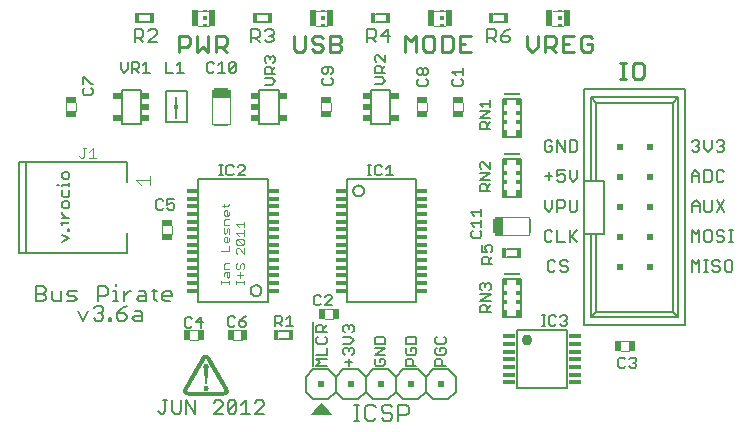
<source format=gto>
G75*
G70*
%OFA0B0*%
%FSLAX24Y24*%
%IPPOS*%
%LPD*%
%AMOC8*
5,1,8,0,0,1.08239X$1,22.5*
%
%ADD10C,0.0110*%
%ADD11C,0.0040*%
%ADD12C,0.0070*%
%ADD13C,0.0060*%
%ADD14C,0.0050*%
%ADD15C,0.0010*%
%ADD16R,0.0160X0.0340*%
%ADD17R,0.0118X0.0059*%
%ADD18R,0.0118X0.0118*%
%ADD19R,0.0236X0.0531*%
%ADD20R,0.0374X0.0197*%
%ADD21R,0.0374X0.0197*%
%ADD22R,0.0197X0.0374*%
%ADD23R,0.0197X0.0374*%
%ADD24R,0.0079X0.0472*%
%ADD25R,0.0256X0.0591*%
%ADD26R,0.0118X0.0157*%
%ADD27R,0.0472X0.0079*%
%ADD28R,0.0591X0.0256*%
%ADD29C,0.0080*%
%ADD30R,0.0423X0.0118*%
%ADD31C,0.0362*%
%ADD32R,0.0006X0.0006*%
%ADD33R,0.0006X0.0006*%
%ADD34R,0.0006X0.0006*%
%ADD35R,0.0006X0.0006*%
%ADD36R,0.0118X0.0236*%
%ADD37R,0.0118X0.0197*%
%ADD38R,0.0551X0.0039*%
%ADD39R,0.0551X0.0079*%
%ADD40R,0.0039X0.0079*%
%ADD41R,0.0368X0.0128*%
%ADD42R,0.0256X0.0197*%
%ADD43R,0.0200X0.0200*%
D10*
X024199Y016171D02*
X024383Y016171D01*
X024291Y016171D02*
X024291Y016721D01*
X024199Y016721D02*
X024383Y016721D01*
X024604Y016630D02*
X024696Y016721D01*
X024880Y016721D01*
X024971Y016630D01*
X024971Y016263D01*
X024880Y016171D01*
X024696Y016171D01*
X024604Y016263D01*
X024604Y016630D01*
X023260Y017164D02*
X023260Y017348D01*
X023076Y017348D01*
X022893Y017531D02*
X022893Y017164D01*
X022985Y017073D01*
X023168Y017073D01*
X023260Y017164D01*
X023260Y017531D02*
X023168Y017623D01*
X022985Y017623D01*
X022893Y017531D01*
X022652Y017623D02*
X022285Y017623D01*
X022285Y017073D01*
X022652Y017073D01*
X022045Y017073D02*
X021861Y017256D01*
X021953Y017256D02*
X021678Y017256D01*
X021678Y017073D02*
X021678Y017623D01*
X021953Y017623D01*
X022045Y017531D01*
X022045Y017348D01*
X021953Y017256D01*
X022285Y017348D02*
X022469Y017348D01*
X021437Y017256D02*
X021437Y017623D01*
X021070Y017623D02*
X021070Y017256D01*
X021253Y017073D01*
X021437Y017256D01*
X019211Y017073D02*
X018844Y017073D01*
X018844Y017623D01*
X019211Y017623D01*
X019027Y017348D02*
X018844Y017348D01*
X018603Y017531D02*
X018511Y017623D01*
X018236Y017623D01*
X018236Y017073D01*
X018511Y017073D01*
X018603Y017164D01*
X018603Y017531D01*
X017995Y017531D02*
X017995Y017164D01*
X017903Y017073D01*
X017720Y017073D01*
X017628Y017164D01*
X017628Y017531D01*
X017720Y017623D01*
X017903Y017623D01*
X017995Y017531D01*
X017387Y017623D02*
X017387Y017073D01*
X017021Y017073D02*
X017021Y017623D01*
X017204Y017440D01*
X017387Y017623D01*
X014898Y017531D02*
X014898Y017440D01*
X014806Y017348D01*
X014531Y017348D01*
X014290Y017256D02*
X014290Y017164D01*
X014198Y017073D01*
X014015Y017073D01*
X013923Y017164D01*
X014015Y017348D02*
X014198Y017348D01*
X014290Y017256D01*
X014290Y017531D02*
X014198Y017623D01*
X014015Y017623D01*
X013923Y017531D01*
X013923Y017440D01*
X014015Y017348D01*
X013682Y017164D02*
X013682Y017623D01*
X013315Y017623D02*
X013315Y017164D01*
X013407Y017073D01*
X013591Y017073D01*
X013682Y017164D01*
X014531Y017073D02*
X014531Y017623D01*
X014806Y017623D01*
X014898Y017531D01*
X014806Y017348D02*
X014898Y017256D01*
X014898Y017164D01*
X014806Y017073D01*
X014531Y017073D01*
X011070Y017073D02*
X010887Y017256D01*
X010979Y017256D02*
X010703Y017256D01*
X010703Y017073D02*
X010703Y017623D01*
X010979Y017623D01*
X011070Y017531D01*
X011070Y017348D01*
X010979Y017256D01*
X010463Y017073D02*
X010463Y017623D01*
X010096Y017623D02*
X010096Y017073D01*
X010279Y017256D01*
X010463Y017073D01*
X009855Y017348D02*
X009763Y017256D01*
X009488Y017256D01*
X009488Y017073D02*
X009488Y017623D01*
X009763Y017623D01*
X009855Y017531D01*
X009855Y017348D01*
D11*
X010113Y017953D02*
X010477Y017953D01*
X010477Y018445D02*
X010123Y018445D01*
X014060Y018445D02*
X014414Y018445D01*
X014414Y017953D02*
X014050Y017953D01*
X011190Y015812D02*
X010599Y015812D01*
X010599Y014670D01*
X011190Y014670D01*
X011190Y015812D01*
X014229Y015381D02*
X014229Y015101D01*
X014564Y015101D02*
X014564Y015381D01*
X017417Y015381D02*
X017417Y015101D01*
X017752Y015101D02*
X017752Y015381D01*
X018612Y015381D02*
X018612Y015101D01*
X018947Y015101D02*
X018947Y015381D01*
X018351Y017953D02*
X017987Y017953D01*
X017997Y018445D02*
X018351Y018445D01*
X021934Y018445D02*
X022288Y018445D01*
X022288Y017953D02*
X021924Y017953D01*
X011162Y012000D02*
X011115Y011953D01*
X010929Y011953D01*
X010975Y011906D02*
X010975Y012000D01*
X011022Y011798D02*
X011069Y011798D01*
X011069Y011612D01*
X011115Y011612D02*
X011022Y011612D01*
X010975Y011658D01*
X010975Y011752D01*
X011022Y011798D01*
X011162Y011752D02*
X011162Y011658D01*
X011115Y011612D01*
X011162Y011504D02*
X011022Y011504D01*
X010975Y011457D01*
X010975Y011317D01*
X011162Y011317D01*
X011115Y011209D02*
X011069Y011162D01*
X011069Y011069D01*
X011022Y011022D01*
X010975Y011069D01*
X010975Y011209D01*
X011115Y011209D02*
X011162Y011162D01*
X011162Y011022D01*
X011069Y010914D02*
X011069Y010728D01*
X011115Y010728D02*
X011022Y010728D01*
X010975Y010774D01*
X010975Y010868D01*
X011022Y010914D01*
X011069Y010914D01*
X011162Y010868D02*
X011162Y010774D01*
X011115Y010728D01*
X011162Y010620D02*
X011162Y010433D01*
X010882Y010433D01*
X011382Y010399D02*
X011382Y010493D01*
X011429Y010539D01*
X011475Y010539D01*
X011662Y010353D01*
X011662Y010539D01*
X011615Y010647D02*
X011429Y010834D01*
X011615Y010834D01*
X011662Y010787D01*
X011662Y010694D01*
X011615Y010647D01*
X011429Y010647D01*
X011382Y010694D01*
X011382Y010787D01*
X011429Y010834D01*
X011475Y010942D02*
X011382Y011035D01*
X011662Y011035D01*
X011662Y010942D02*
X011662Y011129D01*
X011662Y011237D02*
X011662Y011423D01*
X011662Y011330D02*
X011382Y011330D01*
X011475Y011237D01*
X011382Y010399D02*
X011429Y010353D01*
X011429Y010030D02*
X011382Y009984D01*
X011382Y009890D01*
X011429Y009844D01*
X011475Y009844D01*
X011522Y009890D01*
X011522Y009984D01*
X011569Y010030D01*
X011615Y010030D01*
X011662Y009984D01*
X011662Y009890D01*
X011615Y009844D01*
X011522Y009736D02*
X011522Y009549D01*
X011429Y009642D02*
X011615Y009642D01*
X011662Y009446D02*
X011662Y009353D01*
X011662Y009399D02*
X011382Y009399D01*
X011382Y009353D02*
X011382Y009446D01*
X011162Y009446D02*
X011162Y009353D01*
X011162Y009399D02*
X010882Y009399D01*
X010882Y009353D02*
X010882Y009446D01*
X010975Y009596D02*
X010975Y009689D01*
X011022Y009736D01*
X011162Y009736D01*
X011162Y009596D01*
X011115Y009549D01*
X011069Y009596D01*
X011069Y009736D01*
X011162Y009844D02*
X010975Y009844D01*
X010975Y009984D01*
X011022Y010030D01*
X011162Y010030D01*
X009252Y010992D02*
X009252Y011273D01*
X008917Y011273D02*
X008917Y010992D01*
X008516Y012640D02*
X008516Y012947D01*
X008516Y012794D02*
X008056Y012794D01*
X008209Y012640D01*
X006708Y013542D02*
X006494Y013542D01*
X006601Y013542D02*
X006601Y013862D01*
X006494Y013755D01*
X006376Y013862D02*
X006269Y013862D01*
X006323Y013862D02*
X006323Y013595D01*
X006269Y013542D01*
X006216Y013542D01*
X006163Y013595D01*
X006064Y015101D02*
X006064Y015381D01*
X005729Y015381D02*
X005729Y015101D01*
X014342Y008506D02*
X014622Y008506D01*
X014622Y008171D02*
X014342Y008171D01*
X011572Y007798D02*
X011292Y007798D01*
X011292Y007463D02*
X011572Y007463D01*
X010122Y007463D02*
X009842Y007463D01*
X009842Y007798D02*
X010122Y007798D01*
X020011Y010987D02*
X020011Y011578D01*
X021153Y011578D01*
X021153Y010987D01*
X020011Y010987D01*
X024217Y007428D02*
X024497Y007428D01*
X024497Y007093D02*
X024217Y007093D01*
D12*
X022378Y009751D02*
X022251Y009751D01*
X022188Y009814D01*
X022251Y009941D02*
X022378Y009941D01*
X022441Y009878D01*
X022441Y009814D01*
X022378Y009751D01*
X022251Y009941D02*
X022188Y010005D01*
X022188Y010068D01*
X022251Y010131D01*
X022378Y010131D01*
X022441Y010068D01*
X022027Y010068D02*
X021964Y010131D01*
X021837Y010131D01*
X021773Y010068D01*
X021773Y009814D01*
X021837Y009751D01*
X021964Y009751D01*
X022027Y009814D01*
X022088Y010751D02*
X022341Y010751D01*
X022502Y010751D02*
X022502Y011131D01*
X022565Y010941D02*
X022756Y010751D01*
X022502Y010878D02*
X022756Y011131D01*
X022088Y011131D02*
X022088Y010751D01*
X021927Y010814D02*
X021864Y010751D01*
X021737Y010751D01*
X021673Y010814D01*
X021673Y011068D01*
X021737Y011131D01*
X021864Y011131D01*
X021927Y011068D01*
X021800Y011751D02*
X021927Y011878D01*
X021927Y012131D01*
X022088Y012131D02*
X022278Y012131D01*
X022341Y012068D01*
X022341Y011941D01*
X022278Y011878D01*
X022088Y011878D01*
X022088Y011751D02*
X022088Y012131D01*
X022502Y012131D02*
X022502Y011814D01*
X022565Y011751D01*
X022692Y011751D01*
X022756Y011814D01*
X022756Y012131D01*
X021800Y011751D02*
X021673Y011878D01*
X021673Y012131D01*
X021800Y012814D02*
X021800Y013068D01*
X021673Y012941D02*
X021927Y012941D01*
X022088Y012941D02*
X022088Y013131D01*
X022341Y013131D01*
X022278Y013005D02*
X022341Y012941D01*
X022341Y012814D01*
X022278Y012751D01*
X022151Y012751D01*
X022088Y012814D01*
X022088Y012941D02*
X022214Y013005D01*
X022278Y013005D01*
X022502Y013131D02*
X022502Y012878D01*
X022629Y012751D01*
X022756Y012878D01*
X022756Y013131D01*
X022692Y013751D02*
X022756Y013814D01*
X022756Y014068D01*
X022692Y014131D01*
X022502Y014131D01*
X022502Y013751D01*
X022692Y013751D01*
X022341Y013751D02*
X022341Y014131D01*
X022088Y014131D02*
X022341Y013751D01*
X022088Y013751D02*
X022088Y014131D01*
X021927Y014068D02*
X021864Y014131D01*
X021737Y014131D01*
X021673Y014068D01*
X021673Y013814D01*
X021737Y013751D01*
X021864Y013751D01*
X021927Y013814D01*
X021927Y013941D01*
X021800Y013941D01*
X026573Y013814D02*
X026637Y013751D01*
X026764Y013751D01*
X026827Y013814D01*
X026827Y013878D01*
X026764Y013941D01*
X026700Y013941D01*
X026764Y013941D02*
X026827Y014005D01*
X026827Y014068D01*
X026764Y014131D01*
X026637Y014131D01*
X026573Y014068D01*
X026988Y014131D02*
X026988Y013878D01*
X027114Y013751D01*
X027241Y013878D01*
X027241Y014131D01*
X027402Y014068D02*
X027465Y014131D01*
X027592Y014131D01*
X027656Y014068D01*
X027656Y014005D01*
X027592Y013941D01*
X027656Y013878D01*
X027656Y013814D01*
X027592Y013751D01*
X027465Y013751D01*
X027402Y013814D01*
X027529Y013941D02*
X027592Y013941D01*
X027591Y013131D02*
X027464Y013131D01*
X027401Y013068D01*
X027401Y012814D01*
X027464Y012751D01*
X027591Y012751D01*
X027654Y012814D01*
X027240Y012814D02*
X027240Y013068D01*
X027176Y013131D01*
X026986Y013131D01*
X026986Y012751D01*
X027176Y012751D01*
X027240Y012814D01*
X026825Y012751D02*
X026825Y013005D01*
X026699Y013131D01*
X026572Y013005D01*
X026572Y012751D01*
X026572Y012941D02*
X026825Y012941D01*
X027591Y013131D02*
X027654Y013068D01*
X027664Y012131D02*
X027411Y011751D01*
X027250Y011814D02*
X027186Y011751D01*
X027060Y011751D01*
X026996Y011814D01*
X026996Y012131D01*
X026835Y012005D02*
X026835Y011751D01*
X026835Y011941D02*
X026582Y011941D01*
X026582Y012005D02*
X026582Y011751D01*
X026582Y012005D02*
X026709Y012131D01*
X026835Y012005D01*
X027250Y012131D02*
X027250Y011814D01*
X027411Y012131D02*
X027664Y011751D01*
X027592Y011131D02*
X027465Y011131D01*
X027402Y011068D01*
X027402Y011005D01*
X027465Y010941D01*
X027592Y010941D01*
X027656Y010878D01*
X027656Y010814D01*
X027592Y010751D01*
X027465Y010751D01*
X027402Y010814D01*
X027241Y010814D02*
X027241Y011068D01*
X027178Y011131D01*
X027051Y011131D01*
X026988Y011068D01*
X026988Y010814D01*
X027051Y010751D01*
X027178Y010751D01*
X027241Y010814D01*
X026827Y010751D02*
X026827Y011131D01*
X026700Y011005D01*
X026573Y011131D01*
X026573Y010751D01*
X026573Y010131D02*
X026700Y010005D01*
X026827Y010131D01*
X026827Y009751D01*
X026988Y009751D02*
X027114Y009751D01*
X027051Y009751D02*
X027051Y010131D01*
X026988Y010131D02*
X027114Y010131D01*
X027264Y010068D02*
X027264Y010005D01*
X027327Y009941D01*
X027454Y009941D01*
X027517Y009878D01*
X027517Y009814D01*
X027454Y009751D01*
X027327Y009751D01*
X027264Y009814D01*
X027678Y009814D02*
X027742Y009751D01*
X027868Y009751D01*
X027932Y009814D01*
X027932Y010068D01*
X027868Y010131D01*
X027742Y010131D01*
X027678Y010068D01*
X027678Y009814D01*
X027517Y010068D02*
X027454Y010131D01*
X027327Y010131D01*
X027264Y010068D01*
X026573Y010131D02*
X026573Y009751D01*
X027816Y010751D02*
X027943Y010751D01*
X027880Y010751D02*
X027880Y011131D01*
X027943Y011131D02*
X027816Y011131D01*
X027656Y011068D02*
X027592Y011131D01*
X017144Y005228D02*
X017144Y005051D01*
X017056Y004963D01*
X016791Y004963D01*
X016791Y004786D02*
X016791Y005316D01*
X017056Y005316D01*
X017144Y005228D01*
X016592Y005228D02*
X016503Y005316D01*
X016327Y005316D01*
X016238Y005228D01*
X016238Y005140D01*
X016327Y005051D01*
X016503Y005051D01*
X016592Y004963D01*
X016592Y004874D01*
X016503Y004786D01*
X016327Y004786D01*
X016238Y004874D01*
X016039Y004874D02*
X015951Y004786D01*
X015774Y004786D01*
X015686Y004874D01*
X015686Y005228D01*
X015774Y005316D01*
X015951Y005316D01*
X016039Y005228D01*
X015494Y005316D02*
X015317Y005316D01*
X015406Y005316D02*
X015406Y004786D01*
X015494Y004786D02*
X015317Y004786D01*
X009173Y008768D02*
X009010Y008768D01*
X008928Y008849D01*
X008928Y009013D01*
X009010Y009095D01*
X009173Y009095D01*
X009255Y009013D01*
X009255Y008931D01*
X008928Y008931D01*
X008748Y008768D02*
X008666Y008849D01*
X008666Y009176D01*
X008584Y009095D02*
X008748Y009095D01*
X008396Y009013D02*
X008396Y008768D01*
X008150Y008768D01*
X008069Y008849D01*
X008150Y008931D01*
X008396Y008931D01*
X008396Y009013D02*
X008314Y009095D01*
X008150Y009095D01*
X007884Y009095D02*
X007802Y009095D01*
X007639Y008931D01*
X007639Y008768D02*
X007639Y009095D01*
X007377Y009095D02*
X007377Y008768D01*
X007295Y008768D02*
X007459Y008768D01*
X007570Y008526D02*
X007406Y008363D01*
X007651Y008363D01*
X007733Y008281D01*
X007733Y008199D01*
X007651Y008118D01*
X007488Y008118D01*
X007406Y008199D01*
X007406Y008363D01*
X007570Y008526D02*
X007733Y008608D01*
X008004Y008445D02*
X008167Y008445D01*
X008249Y008363D01*
X008249Y008118D01*
X008004Y008118D01*
X007922Y008199D01*
X008004Y008281D01*
X008249Y008281D01*
X007230Y008199D02*
X007230Y008118D01*
X007148Y008118D01*
X007148Y008199D01*
X007230Y008199D01*
X006960Y008199D02*
X006878Y008118D01*
X006714Y008118D01*
X006633Y008199D01*
X006796Y008363D02*
X006878Y008363D01*
X006960Y008281D01*
X006960Y008199D01*
X006878Y008363D02*
X006960Y008445D01*
X006960Y008526D01*
X006878Y008608D01*
X006714Y008608D01*
X006633Y008526D01*
X006444Y008445D02*
X006281Y008118D01*
X006117Y008445D01*
X005994Y008768D02*
X005748Y008768D01*
X005830Y008931D02*
X005748Y009013D01*
X005830Y009095D01*
X006075Y009095D01*
X005994Y008931D02*
X005830Y008931D01*
X005994Y008931D02*
X006075Y008849D01*
X005994Y008768D01*
X005560Y008768D02*
X005560Y009095D01*
X005233Y009095D02*
X005233Y008849D01*
X005314Y008768D01*
X005560Y008768D01*
X005044Y008849D02*
X004962Y008768D01*
X004717Y008768D01*
X004717Y009258D01*
X004962Y009258D01*
X005044Y009176D01*
X005044Y009095D01*
X004962Y009013D01*
X004717Y009013D01*
X004962Y009013D02*
X005044Y008931D01*
X005044Y008849D01*
X006780Y008768D02*
X006780Y009258D01*
X007025Y009258D01*
X007107Y009176D01*
X007107Y009013D01*
X007025Y008931D01*
X006780Y008931D01*
X007295Y009095D02*
X007377Y009095D01*
X007377Y009258D02*
X007377Y009340D01*
D13*
X008799Y005094D02*
X008873Y005021D01*
X008946Y005021D01*
X009019Y005094D01*
X009019Y005461D01*
X008946Y005461D02*
X009093Y005461D01*
X009260Y005461D02*
X009260Y005094D01*
X009333Y005021D01*
X009480Y005021D01*
X009553Y005094D01*
X009553Y005461D01*
X009720Y005461D02*
X010014Y005021D01*
X010014Y005461D01*
X009720Y005461D02*
X009720Y005021D01*
X010641Y005021D02*
X010934Y005315D01*
X010934Y005388D01*
X010861Y005461D01*
X010714Y005461D01*
X010641Y005388D01*
X011101Y005388D02*
X011174Y005461D01*
X011321Y005461D01*
X011395Y005388D01*
X011101Y005094D01*
X011174Y005021D01*
X011321Y005021D01*
X011395Y005094D01*
X011395Y005388D01*
X011561Y005315D02*
X011708Y005461D01*
X011708Y005021D01*
X011561Y005021D02*
X011855Y005021D01*
X012022Y005021D02*
X012315Y005315D01*
X012315Y005388D01*
X012242Y005461D01*
X012095Y005461D01*
X012022Y005388D01*
X012022Y005021D02*
X012315Y005021D01*
X011101Y005094D02*
X011101Y005388D01*
X010934Y005021D02*
X010641Y005021D01*
X013705Y005744D02*
X013955Y005494D01*
X014455Y005494D01*
X014705Y005744D01*
X014955Y005494D01*
X015455Y005494D01*
X015705Y005744D01*
X015705Y006244D01*
X015455Y006494D01*
X014955Y006494D01*
X014705Y006244D01*
X014705Y005744D01*
X015705Y005744D02*
X015955Y005494D01*
X016455Y005494D01*
X016705Y005744D01*
X016955Y005494D01*
X017455Y005494D01*
X017705Y005744D01*
X017955Y005494D01*
X018455Y005494D01*
X018705Y005744D01*
X018705Y006244D01*
X018455Y006494D01*
X017955Y006494D01*
X017705Y006244D01*
X017705Y005744D01*
X016705Y005744D02*
X016705Y006244D01*
X016955Y006494D01*
X017455Y006494D01*
X017705Y006244D01*
X016705Y006244D02*
X016455Y006494D01*
X015955Y006494D01*
X015705Y006244D01*
X014705Y006244D02*
X014455Y006494D01*
X013955Y006494D01*
X013705Y006244D01*
X013705Y005744D01*
X013152Y007492D02*
X012812Y007492D01*
X012812Y007773D02*
X013152Y007773D01*
X012434Y008735D02*
X010131Y008735D01*
X010131Y012830D01*
X012434Y012830D01*
X012434Y008735D01*
X011869Y009119D02*
X011871Y009145D01*
X011877Y009171D01*
X011886Y009196D01*
X011899Y009219D01*
X011915Y009240D01*
X011934Y009258D01*
X011956Y009274D01*
X011979Y009286D01*
X012004Y009294D01*
X012030Y009299D01*
X012057Y009300D01*
X012083Y009297D01*
X012108Y009290D01*
X012133Y009280D01*
X012155Y009266D01*
X012176Y009249D01*
X012193Y009230D01*
X012208Y009208D01*
X012219Y009184D01*
X012227Y009158D01*
X012231Y009132D01*
X012231Y009106D01*
X012227Y009080D01*
X012219Y009054D01*
X012208Y009030D01*
X012193Y009008D01*
X012176Y008989D01*
X012155Y008972D01*
X012133Y008958D01*
X012108Y008948D01*
X012083Y008941D01*
X012057Y008938D01*
X012030Y008939D01*
X012004Y008944D01*
X011979Y008952D01*
X011956Y008964D01*
X011934Y008980D01*
X011915Y008998D01*
X011899Y009019D01*
X011886Y009042D01*
X011877Y009067D01*
X011871Y009093D01*
X011869Y009119D01*
X015081Y008735D02*
X015081Y012830D01*
X017384Y012830D01*
X017384Y008735D01*
X015081Y008735D01*
X020412Y010242D02*
X020752Y010242D01*
X020752Y010523D02*
X020412Y010523D01*
X022997Y011014D02*
X023662Y011014D01*
X023662Y012785D01*
X023390Y012785D01*
X022997Y012785D01*
X022997Y015837D01*
X026343Y015837D01*
X026343Y007963D01*
X022997Y007963D01*
X022997Y011014D01*
X022997Y012785D01*
X023209Y012785D02*
X023209Y015565D01*
X023390Y015384D01*
X023390Y012785D01*
X023390Y011014D02*
X023390Y008415D01*
X023209Y008234D01*
X023209Y011014D01*
X023390Y008415D02*
X025949Y008415D01*
X026131Y008234D01*
X023209Y008234D01*
X025949Y008415D02*
X025949Y015384D01*
X026131Y015565D01*
X023209Y015565D01*
X023390Y015384D02*
X025949Y015384D01*
X026131Y015565D02*
X026131Y008234D01*
X015283Y012446D02*
X015285Y012472D01*
X015291Y012498D01*
X015300Y012523D01*
X015313Y012546D01*
X015329Y012567D01*
X015348Y012585D01*
X015370Y012601D01*
X015393Y012613D01*
X015418Y012621D01*
X015444Y012626D01*
X015471Y012627D01*
X015497Y012624D01*
X015522Y012617D01*
X015547Y012607D01*
X015569Y012593D01*
X015590Y012576D01*
X015607Y012557D01*
X015622Y012535D01*
X015633Y012511D01*
X015641Y012485D01*
X015645Y012459D01*
X015645Y012433D01*
X015641Y012407D01*
X015633Y012381D01*
X015622Y012357D01*
X015607Y012335D01*
X015590Y012316D01*
X015569Y012299D01*
X015547Y012285D01*
X015522Y012275D01*
X015497Y012268D01*
X015471Y012265D01*
X015444Y012266D01*
X015418Y012271D01*
X015393Y012279D01*
X015370Y012291D01*
X015348Y012307D01*
X015329Y012325D01*
X015313Y012346D01*
X015300Y012369D01*
X015291Y012394D01*
X015285Y012420D01*
X015283Y012446D01*
X015886Y014681D02*
X015886Y014718D01*
X015886Y014681D02*
X015886Y015801D01*
X015886Y015764D01*
X015886Y015801D02*
X016524Y015801D01*
X016524Y015764D01*
X016524Y015801D02*
X016524Y014681D01*
X016524Y014718D01*
X016524Y014681D02*
X015886Y014681D01*
X015886Y015036D02*
X015886Y015073D01*
X016524Y015036D02*
X016524Y015447D01*
X015886Y015447D02*
X015886Y015410D01*
X012801Y015447D02*
X012801Y015036D01*
X012801Y014718D02*
X012801Y014681D01*
X012801Y015801D01*
X012801Y015764D01*
X012801Y015801D02*
X012163Y015801D01*
X012163Y015764D01*
X012163Y015801D02*
X012163Y014681D01*
X012163Y014718D01*
X012163Y014681D02*
X012801Y014681D01*
X012163Y015036D02*
X012163Y015073D01*
X012163Y015410D02*
X012163Y015447D01*
X012172Y017396D02*
X012025Y017543D01*
X012099Y017543D02*
X011879Y017543D01*
X011879Y017396D02*
X011879Y017836D01*
X012099Y017836D01*
X012172Y017763D01*
X012172Y017616D01*
X012099Y017543D01*
X012339Y017469D02*
X012412Y017396D01*
X012559Y017396D01*
X012633Y017469D01*
X012633Y017543D01*
X012559Y017616D01*
X012486Y017616D01*
X012559Y017616D02*
X012633Y017690D01*
X012633Y017763D01*
X012559Y017836D01*
X012412Y017836D01*
X012339Y017763D01*
X012438Y018059D02*
X012098Y018059D01*
X012098Y018339D02*
X012438Y018339D01*
X015754Y017836D02*
X015754Y017396D01*
X015754Y017543D02*
X015974Y017543D01*
X016047Y017616D01*
X016047Y017763D01*
X015974Y017836D01*
X015754Y017836D01*
X015900Y017543D02*
X016047Y017396D01*
X016214Y017616D02*
X016508Y017616D01*
X016434Y017396D02*
X016434Y017836D01*
X016214Y017616D01*
X016375Y018059D02*
X016035Y018059D01*
X016035Y018339D02*
X016375Y018339D01*
X019754Y017836D02*
X019754Y017396D01*
X019754Y017543D02*
X019974Y017543D01*
X020047Y017616D01*
X020047Y017763D01*
X019974Y017836D01*
X019754Y017836D01*
X019972Y018059D02*
X020312Y018059D01*
X020312Y018339D02*
X019972Y018339D01*
X020361Y017763D02*
X020214Y017616D01*
X020434Y017616D01*
X020508Y017543D01*
X020508Y017469D01*
X020434Y017396D01*
X020287Y017396D01*
X020214Y017469D01*
X020214Y017616D01*
X020361Y017763D02*
X020508Y017836D01*
X020047Y017396D02*
X019900Y017543D01*
X008758Y017396D02*
X008464Y017396D01*
X008758Y017690D01*
X008758Y017763D01*
X008684Y017836D01*
X008537Y017836D01*
X008464Y017763D01*
X008297Y017763D02*
X008297Y017616D01*
X008224Y017543D01*
X008004Y017543D01*
X008150Y017543D02*
X008297Y017396D01*
X008004Y017396D02*
X008004Y017836D01*
X008224Y017836D01*
X008297Y017763D01*
X008161Y018059D02*
X008501Y018059D01*
X008501Y018339D02*
X008161Y018339D01*
X008213Y015801D02*
X007575Y015801D01*
X007575Y015764D01*
X007575Y015801D02*
X007575Y014681D01*
X007575Y014718D01*
X007575Y014681D02*
X008213Y014681D01*
X008213Y014718D01*
X008213Y014681D02*
X008213Y015801D01*
X008213Y015764D01*
X008213Y015447D02*
X008213Y015410D01*
X008213Y015073D02*
X008213Y015036D01*
X007575Y015036D02*
X007575Y015447D01*
D14*
X006619Y015699D02*
X006619Y015816D01*
X006561Y015875D01*
X006561Y016009D02*
X006619Y016009D01*
X006561Y016009D02*
X006327Y016243D01*
X006269Y016243D01*
X006269Y016009D01*
X006327Y015875D02*
X006269Y015816D01*
X006269Y015699D01*
X006327Y015641D01*
X006561Y015641D01*
X006619Y015699D01*
X007544Y016508D02*
X007661Y016391D01*
X007778Y016508D01*
X007778Y016741D01*
X007913Y016741D02*
X008088Y016741D01*
X008146Y016683D01*
X008146Y016566D01*
X008088Y016508D01*
X007913Y016508D01*
X008029Y016508D02*
X008146Y016391D01*
X008281Y016391D02*
X008514Y016391D01*
X008398Y016391D02*
X008398Y016741D01*
X008281Y016625D01*
X007913Y016741D02*
X007913Y016391D01*
X007544Y016508D02*
X007544Y016741D01*
X009044Y016741D02*
X009044Y016391D01*
X009278Y016391D01*
X009413Y016391D02*
X009646Y016391D01*
X009529Y016391D02*
X009529Y016741D01*
X009413Y016625D01*
X010419Y016683D02*
X010419Y016449D01*
X010478Y016391D01*
X010594Y016391D01*
X010653Y016449D01*
X010788Y016391D02*
X011021Y016391D01*
X010904Y016391D02*
X010904Y016741D01*
X010788Y016625D01*
X010653Y016683D02*
X010594Y016741D01*
X010478Y016741D01*
X010419Y016683D01*
X011156Y016683D02*
X011156Y016449D01*
X011389Y016683D01*
X011389Y016449D01*
X011331Y016391D01*
X011214Y016391D01*
X011156Y016449D01*
X011156Y016683D02*
X011214Y016741D01*
X011331Y016741D01*
X011389Y016683D01*
X012338Y016772D02*
X012338Y016889D01*
X012396Y016947D01*
X012454Y016947D01*
X012513Y016889D01*
X012571Y016947D01*
X012629Y016947D01*
X012688Y016889D01*
X012688Y016772D01*
X012629Y016714D01*
X012688Y016579D02*
X012571Y016462D01*
X012571Y016521D02*
X012571Y016346D01*
X012688Y016346D02*
X012338Y016346D01*
X012338Y016521D01*
X012396Y016579D01*
X012513Y016579D01*
X012571Y016521D01*
X012396Y016714D02*
X012338Y016772D01*
X012513Y016831D02*
X012513Y016889D01*
X012571Y016211D02*
X012338Y016211D01*
X012571Y016211D02*
X012688Y016094D01*
X012571Y015977D01*
X012338Y015977D01*
X014260Y016026D02*
X014318Y015967D01*
X014552Y015967D01*
X014610Y016026D01*
X014610Y016142D01*
X014552Y016201D01*
X014552Y016336D02*
X014610Y016394D01*
X014610Y016511D01*
X014552Y016569D01*
X014318Y016569D01*
X014260Y016511D01*
X014260Y016394D01*
X014318Y016336D01*
X014377Y016336D01*
X014435Y016394D01*
X014435Y016569D01*
X014318Y016201D02*
X014260Y016142D01*
X014260Y016026D01*
X016001Y016007D02*
X016234Y016007D01*
X016351Y016124D01*
X016234Y016241D01*
X016001Y016241D01*
X016001Y016376D02*
X016001Y016551D01*
X016059Y016609D01*
X016176Y016609D01*
X016234Y016551D01*
X016234Y016376D01*
X016234Y016492D02*
X016351Y016609D01*
X016351Y016744D02*
X016118Y016977D01*
X016059Y016977D01*
X016001Y016919D01*
X016001Y016802D01*
X016059Y016744D01*
X016351Y016744D02*
X016351Y016977D01*
X016351Y016376D02*
X016001Y016376D01*
X017428Y016364D02*
X017428Y016481D01*
X017486Y016539D01*
X017544Y016539D01*
X017603Y016481D01*
X017603Y016364D01*
X017544Y016306D01*
X017486Y016306D01*
X017428Y016364D01*
X017603Y016364D02*
X017661Y016306D01*
X017719Y016306D01*
X017778Y016364D01*
X017778Y016481D01*
X017719Y016539D01*
X017661Y016539D01*
X017603Y016481D01*
X017719Y016171D02*
X017778Y016112D01*
X017778Y015996D01*
X017719Y015937D01*
X017486Y015937D01*
X017428Y015996D01*
X017428Y016112D01*
X017486Y016171D01*
X018598Y016112D02*
X018598Y015996D01*
X018656Y015937D01*
X018889Y015937D01*
X018948Y015996D01*
X018948Y016112D01*
X018889Y016171D01*
X018948Y016306D02*
X018948Y016539D01*
X018948Y016422D02*
X018598Y016422D01*
X018714Y016306D01*
X018656Y016171D02*
X018598Y016112D01*
X019852Y015464D02*
X019852Y015230D01*
X019852Y015347D02*
X019502Y015347D01*
X019618Y015230D01*
X019502Y015095D02*
X019852Y015095D01*
X019502Y014862D01*
X019852Y014862D01*
X019852Y014727D02*
X019735Y014610D01*
X019735Y014669D02*
X019735Y014494D01*
X019852Y014494D02*
X019502Y014494D01*
X019502Y014669D01*
X019560Y014727D01*
X019677Y014727D01*
X019735Y014669D01*
X019618Y013404D02*
X019560Y013404D01*
X019502Y013345D01*
X019502Y013229D01*
X019560Y013170D01*
X019502Y013035D02*
X019852Y013035D01*
X019502Y012802D01*
X019852Y012802D01*
X019852Y012667D02*
X019735Y012550D01*
X019735Y012609D02*
X019735Y012434D01*
X019852Y012434D02*
X019502Y012434D01*
X019502Y012609D01*
X019560Y012667D01*
X019677Y012667D01*
X019735Y012609D01*
X019852Y013170D02*
X019618Y013404D01*
X019852Y013404D02*
X019852Y013170D01*
X019562Y011854D02*
X019562Y011620D01*
X019562Y011737D02*
X019212Y011737D01*
X019328Y011620D01*
X019562Y011485D02*
X019562Y011252D01*
X019562Y011369D02*
X019212Y011369D01*
X019328Y011252D01*
X019270Y011117D02*
X019212Y011059D01*
X019212Y010942D01*
X019270Y010884D01*
X019504Y010884D01*
X019562Y010942D01*
X019562Y011059D01*
X019504Y011117D01*
X019582Y010625D02*
X019582Y010392D01*
X019757Y010392D01*
X019698Y010509D01*
X019698Y010567D01*
X019757Y010625D01*
X019874Y010625D01*
X019932Y010567D01*
X019932Y010450D01*
X019874Y010392D01*
X019932Y010257D02*
X019815Y010140D01*
X019815Y010199D02*
X019815Y010024D01*
X019932Y010024D02*
X019582Y010024D01*
X019582Y010199D01*
X019640Y010257D01*
X019757Y010257D01*
X019815Y010199D01*
X019814Y009364D02*
X019872Y009305D01*
X019872Y009189D01*
X019814Y009130D01*
X019872Y008995D02*
X019522Y008995D01*
X019580Y009130D02*
X019522Y009189D01*
X019522Y009305D01*
X019580Y009364D01*
X019638Y009364D01*
X019697Y009305D01*
X019755Y009364D01*
X019814Y009364D01*
X019697Y009305D02*
X019697Y009247D01*
X019872Y008995D02*
X019522Y008762D01*
X019872Y008762D01*
X019872Y008627D02*
X019755Y008510D01*
X019755Y008569D02*
X019755Y008394D01*
X019872Y008394D02*
X019522Y008394D01*
X019522Y008569D01*
X019580Y008627D01*
X019697Y008627D01*
X019755Y008569D01*
X021577Y008298D02*
X021694Y008298D01*
X021635Y008298D02*
X021635Y007948D01*
X021577Y007948D02*
X021694Y007948D01*
X021823Y008006D02*
X021881Y007948D01*
X021998Y007948D01*
X022056Y008006D01*
X022191Y008006D02*
X022249Y007948D01*
X022366Y007948D01*
X022424Y008006D01*
X022424Y008064D01*
X022366Y008123D01*
X022308Y008123D01*
X022366Y008123D02*
X022424Y008181D01*
X022424Y008239D01*
X022366Y008298D01*
X022249Y008298D01*
X022191Y008239D01*
X022056Y008239D02*
X021998Y008298D01*
X021881Y008298D01*
X021823Y008239D01*
X021823Y008006D01*
X024127Y006829D02*
X024127Y006596D01*
X024185Y006538D01*
X024302Y006538D01*
X024361Y006596D01*
X024495Y006596D02*
X024554Y006538D01*
X024671Y006538D01*
X024729Y006596D01*
X024729Y006654D01*
X024671Y006713D01*
X024612Y006713D01*
X024671Y006713D02*
X024729Y006771D01*
X024729Y006829D01*
X024671Y006888D01*
X024554Y006888D01*
X024495Y006829D01*
X024361Y006829D02*
X024302Y006888D01*
X024185Y006888D01*
X024127Y006829D01*
X018370Y006620D02*
X018020Y006620D01*
X018020Y006795D01*
X018078Y006853D01*
X018195Y006853D01*
X018253Y006795D01*
X018253Y006620D01*
X018312Y006988D02*
X018078Y006988D01*
X018020Y007046D01*
X018020Y007163D01*
X018078Y007222D01*
X018195Y007222D02*
X018195Y007105D01*
X018195Y007222D02*
X018312Y007222D01*
X018370Y007163D01*
X018370Y007046D01*
X018312Y006988D01*
X018312Y007356D02*
X018078Y007356D01*
X018020Y007415D01*
X018020Y007532D01*
X018078Y007590D01*
X018312Y007590D02*
X018370Y007532D01*
X018370Y007415D01*
X018312Y007356D01*
X017391Y007356D02*
X017391Y007532D01*
X017333Y007590D01*
X017099Y007590D01*
X017041Y007532D01*
X017041Y007356D01*
X017391Y007356D01*
X017333Y007222D02*
X017216Y007222D01*
X017216Y007105D01*
X017099Y007222D02*
X017041Y007163D01*
X017041Y007046D01*
X017099Y006988D01*
X017333Y006988D01*
X017391Y007046D01*
X017391Y007163D01*
X017333Y007222D01*
X017216Y006853D02*
X017275Y006795D01*
X017275Y006620D01*
X017391Y006620D02*
X017041Y006620D01*
X017041Y006795D01*
X017099Y006853D01*
X017216Y006853D01*
X016352Y006795D02*
X016294Y006853D01*
X016177Y006853D01*
X016177Y006737D01*
X016060Y006853D02*
X016002Y006795D01*
X016002Y006678D01*
X016060Y006620D01*
X016294Y006620D01*
X016352Y006678D01*
X016352Y006795D01*
X016352Y006988D02*
X016002Y006988D01*
X016352Y007222D01*
X016002Y007222D01*
X016002Y007356D02*
X016002Y007532D01*
X016060Y007590D01*
X016294Y007590D01*
X016352Y007532D01*
X016352Y007356D01*
X016002Y007356D01*
X015313Y007473D02*
X015196Y007590D01*
X014962Y007590D01*
X015021Y007725D02*
X014962Y007783D01*
X014962Y007900D01*
X015021Y007958D01*
X015079Y007958D01*
X015138Y007900D01*
X015196Y007958D01*
X015254Y007958D01*
X015313Y007900D01*
X015313Y007783D01*
X015254Y007725D01*
X015138Y007841D02*
X015138Y007900D01*
X015313Y007473D02*
X015196Y007356D01*
X014962Y007356D01*
X015021Y007222D02*
X015079Y007222D01*
X015138Y007163D01*
X015196Y007222D01*
X015254Y007222D01*
X015313Y007163D01*
X015313Y007046D01*
X015254Y006988D01*
X015138Y007105D02*
X015138Y007163D01*
X015021Y007222D02*
X014962Y007163D01*
X014962Y007046D01*
X015021Y006988D01*
X015138Y006853D02*
X015138Y006620D01*
X015254Y006737D02*
X015021Y006737D01*
X014413Y006853D02*
X014062Y006853D01*
X014179Y006737D01*
X014062Y006620D01*
X014413Y006620D01*
X013963Y006595D02*
X013963Y008068D01*
X014121Y007958D02*
X014238Y007958D01*
X014296Y007900D01*
X014296Y007725D01*
X014296Y007841D02*
X014413Y007958D01*
X014413Y007725D02*
X014062Y007725D01*
X014062Y007900D01*
X014121Y007958D01*
X014121Y007590D02*
X014062Y007532D01*
X014062Y007415D01*
X014121Y007356D01*
X014354Y007356D01*
X014413Y007415D01*
X014413Y007532D01*
X014354Y007590D01*
X014413Y007222D02*
X014413Y006988D01*
X014062Y006988D01*
X013288Y007940D02*
X013055Y007940D01*
X013172Y007940D02*
X013172Y008290D01*
X013055Y008173D01*
X012920Y008231D02*
X012920Y008115D01*
X012862Y008056D01*
X012687Y008056D01*
X012803Y008056D02*
X012920Y007940D01*
X012687Y007940D02*
X012687Y008290D01*
X012862Y008290D01*
X012920Y008231D01*
X013990Y008685D02*
X013990Y008919D01*
X014048Y008977D01*
X014165Y008977D01*
X014223Y008919D01*
X014358Y008919D02*
X014416Y008977D01*
X014533Y008977D01*
X014591Y008919D01*
X014591Y008860D01*
X014358Y008627D01*
X014591Y008627D01*
X014223Y008685D02*
X014165Y008627D01*
X014048Y008627D01*
X013990Y008685D01*
X011719Y008268D02*
X011602Y008209D01*
X011485Y008093D01*
X011661Y008093D01*
X011719Y008034D01*
X011719Y007976D01*
X011661Y007918D01*
X011544Y007918D01*
X011485Y007976D01*
X011485Y008093D01*
X011351Y008209D02*
X011292Y008268D01*
X011175Y008268D01*
X011117Y008209D01*
X011117Y007976D01*
X011175Y007918D01*
X011292Y007918D01*
X011351Y007976D01*
X010289Y008063D02*
X010055Y008063D01*
X010231Y008238D01*
X010231Y007888D01*
X009921Y007946D02*
X009862Y007888D01*
X009745Y007888D01*
X009687Y007946D01*
X009687Y008179D01*
X009745Y008238D01*
X009862Y008238D01*
X009921Y008179D01*
X007760Y010384D02*
X006835Y010384D01*
X005890Y010384D01*
X004670Y010384D01*
X004394Y010384D01*
X004138Y010384D01*
X004138Y013415D01*
X004394Y013415D01*
X004670Y013415D01*
X005890Y013415D01*
X006835Y013415D01*
X007760Y013415D01*
X007760Y013140D01*
X007760Y012746D01*
X008729Y012100D02*
X008729Y011867D01*
X008788Y011808D01*
X008904Y011808D01*
X008963Y011867D01*
X009098Y011867D02*
X009156Y011808D01*
X009273Y011808D01*
X009331Y011867D01*
X009331Y011983D01*
X009273Y012042D01*
X009214Y012042D01*
X009098Y011983D01*
X009098Y012159D01*
X009331Y012159D01*
X008963Y012100D02*
X008904Y012159D01*
X008788Y012159D01*
X008729Y012100D01*
X007760Y011053D02*
X007760Y010659D01*
X007760Y010384D01*
X005825Y010871D02*
X005592Y010987D01*
X005767Y011122D02*
X005767Y011181D01*
X005825Y011181D01*
X005825Y011122D01*
X005767Y011122D01*
X005592Y011306D02*
X005592Y011423D01*
X005533Y011365D02*
X005767Y011365D01*
X005825Y011423D01*
X005825Y011552D02*
X005592Y011552D01*
X005709Y011552D02*
X005592Y011669D01*
X005592Y011727D01*
X005650Y011859D02*
X005767Y011859D01*
X005825Y011917D01*
X005825Y012034D01*
X005767Y012092D01*
X005650Y012092D01*
X005592Y012034D01*
X005592Y011917D01*
X005650Y011859D01*
X005650Y012227D02*
X005767Y012227D01*
X005825Y012285D01*
X005825Y012461D01*
X005825Y012595D02*
X005825Y012712D01*
X005825Y012654D02*
X005592Y012654D01*
X005592Y012595D01*
X005475Y012654D02*
X005417Y012654D01*
X005592Y012461D02*
X005592Y012285D01*
X005650Y012227D01*
X005650Y012841D02*
X005767Y012841D01*
X005825Y012899D01*
X005825Y013016D01*
X005767Y013074D01*
X005650Y013074D01*
X005592Y013016D01*
X005592Y012899D01*
X005650Y012841D01*
X004394Y013415D02*
X004394Y010384D01*
X005592Y010754D02*
X005825Y010871D01*
X010821Y012958D02*
X010937Y012958D01*
X010879Y012958D02*
X010879Y013308D01*
X010821Y013308D02*
X010937Y013308D01*
X011066Y013249D02*
X011124Y013308D01*
X011241Y013308D01*
X011300Y013249D01*
X011434Y013249D02*
X011493Y013308D01*
X011609Y013308D01*
X011668Y013249D01*
X011668Y013191D01*
X011434Y012958D01*
X011668Y012958D01*
X011300Y013016D02*
X011241Y012958D01*
X011124Y012958D01*
X011066Y013016D01*
X011066Y013249D01*
X009761Y014739D02*
X009047Y014739D01*
X009047Y015763D01*
X009761Y015763D01*
X009761Y014739D01*
X009394Y014891D02*
X009394Y015591D01*
X015771Y013308D02*
X015887Y013308D01*
X015829Y013308D02*
X015829Y012958D01*
X015771Y012958D02*
X015887Y012958D01*
X016016Y013016D02*
X016074Y012958D01*
X016191Y012958D01*
X016250Y013016D01*
X016384Y012958D02*
X016618Y012958D01*
X016501Y012958D02*
X016501Y013308D01*
X016384Y013191D01*
X016250Y013249D02*
X016191Y013308D01*
X016074Y013308D01*
X016016Y013249D01*
X016016Y013016D01*
D15*
X014213Y005370D02*
X014534Y004992D01*
X013892Y004992D01*
X014534Y004992D01*
X014527Y005001D02*
X013899Y005001D01*
X013907Y005009D02*
X014520Y005009D01*
X014513Y005018D02*
X013914Y005018D01*
X013921Y005026D02*
X014505Y005026D01*
X014498Y005035D02*
X013929Y005035D01*
X013936Y005043D02*
X014491Y005043D01*
X014484Y005052D02*
X013943Y005052D01*
X013950Y005060D02*
X014476Y005060D01*
X014469Y005069D02*
X013957Y005069D01*
X013965Y005077D02*
X014462Y005077D01*
X014455Y005086D02*
X013972Y005086D01*
X013979Y005094D02*
X014447Y005094D01*
X014440Y005103D02*
X013986Y005103D01*
X013994Y005112D02*
X014433Y005112D01*
X014426Y005120D02*
X014001Y005120D01*
X014008Y005129D02*
X014418Y005129D01*
X014411Y005137D02*
X014015Y005137D01*
X014023Y005146D02*
X014404Y005146D01*
X014397Y005154D02*
X014030Y005154D01*
X014037Y005163D02*
X014389Y005163D01*
X014382Y005171D02*
X014044Y005171D01*
X014052Y005180D02*
X014375Y005180D01*
X014368Y005188D02*
X014059Y005188D01*
X014066Y005197D02*
X014360Y005197D01*
X014353Y005206D02*
X014073Y005206D01*
X014081Y005214D02*
X014346Y005214D01*
X014339Y005223D02*
X014088Y005223D01*
X014095Y005231D02*
X014331Y005231D01*
X014324Y005240D02*
X014102Y005240D01*
X014110Y005248D02*
X014317Y005248D01*
X014310Y005257D02*
X014117Y005257D01*
X014124Y005265D02*
X014302Y005265D01*
X014295Y005274D02*
X014131Y005274D01*
X014139Y005282D02*
X014288Y005282D01*
X014281Y005291D02*
X014146Y005291D01*
X014153Y005300D02*
X014273Y005300D01*
X014266Y005308D02*
X014160Y005308D01*
X014168Y005317D02*
X014259Y005317D01*
X014252Y005325D02*
X014175Y005325D01*
X014182Y005334D02*
X014244Y005334D01*
X014237Y005342D02*
X014189Y005342D01*
X014197Y005351D02*
X014230Y005351D01*
X014223Y005359D02*
X014204Y005359D01*
X014211Y005368D02*
X014215Y005368D01*
X014213Y005370D02*
X013892Y004992D01*
D16*
X013232Y007633D03*
X012732Y007633D03*
X020332Y010383D03*
X020832Y010383D03*
X020392Y018199D03*
X019892Y018199D03*
X016455Y018199D03*
X015955Y018199D03*
X012518Y018199D03*
X012018Y018199D03*
X008581Y018199D03*
X008081Y018199D03*
D17*
X010359Y018435D03*
X010359Y017963D03*
X014296Y017963D03*
X014296Y018435D03*
X018233Y018435D03*
X018233Y017963D03*
X022170Y017963D03*
X022170Y018435D03*
D18*
X022170Y018199D03*
X018233Y018199D03*
X014296Y018199D03*
X010359Y018199D03*
D19*
X010595Y018199D03*
X010005Y018199D03*
X013942Y018199D03*
X014532Y018199D03*
X017879Y018199D03*
X018469Y018199D03*
X021816Y018199D03*
X022406Y018199D03*
D20*
X018780Y015469D03*
X017584Y015013D03*
X014396Y015013D03*
X009084Y010904D03*
X005896Y015013D03*
D21*
X005896Y015473D03*
X009084Y011364D03*
X014396Y015473D03*
X017584Y015473D03*
X018780Y015010D03*
D22*
X014254Y008339D03*
X011204Y007631D03*
X009754Y007631D03*
X024586Y007260D03*
D23*
X024126Y007260D03*
X014714Y008339D03*
X011664Y007631D03*
X010214Y007631D03*
D24*
X019992Y011283D03*
X021173Y011283D03*
D25*
X020139Y011283D03*
D26*
X020366Y012725D03*
X020366Y013040D03*
X020799Y013040D03*
X020799Y012725D03*
X020799Y014725D03*
X020366Y014725D03*
X020366Y015040D03*
X020799Y015040D03*
X020799Y009040D03*
X020366Y009040D03*
X020366Y008725D03*
X020799Y008725D03*
X009394Y015241D03*
D27*
X010894Y014651D03*
X010894Y015832D03*
D28*
X010894Y015684D03*
D29*
X020287Y015513D02*
X020287Y014253D01*
X020877Y014253D01*
X020877Y015513D01*
X020287Y015513D01*
X020287Y013513D02*
X020877Y013513D01*
X020877Y012253D01*
X020287Y012253D01*
X020287Y013513D01*
X020287Y009513D02*
X020877Y009513D01*
X020877Y008253D01*
X020287Y008253D01*
X020287Y009513D01*
X020736Y007797D02*
X022429Y007797D01*
X022429Y005868D01*
X020736Y005868D01*
X020736Y007797D01*
D30*
X020495Y007600D03*
X020495Y007344D03*
X020495Y007089D03*
X020495Y006833D03*
X020495Y006577D03*
X020495Y006321D03*
X020495Y006065D03*
X022670Y006065D03*
X022670Y006321D03*
X022670Y006577D03*
X022670Y006833D03*
X022670Y007089D03*
X022670Y007344D03*
X022670Y007600D03*
D31*
X021070Y007472D03*
D32*
X011135Y005781D03*
X011123Y005781D03*
X011123Y005769D03*
X011123Y005763D03*
X011123Y005751D03*
X011123Y005739D03*
X011123Y005733D03*
X011123Y005721D03*
X011123Y005709D03*
X011123Y005703D03*
X011123Y005691D03*
X011105Y005691D03*
X011093Y005691D03*
X011093Y005679D03*
X011093Y005673D03*
X011093Y005661D03*
X011105Y005673D03*
X011105Y005679D03*
X011105Y005703D03*
X011105Y005709D03*
X011093Y005709D03*
X011093Y005703D03*
X011075Y005703D03*
X011075Y005709D03*
X011063Y005709D03*
X011063Y005703D03*
X011063Y005691D03*
X011063Y005679D03*
X011063Y005673D03*
X011063Y005661D03*
X011063Y005649D03*
X011063Y005643D03*
X011075Y005643D03*
X011075Y005649D03*
X011075Y005661D03*
X011075Y005673D03*
X011075Y005679D03*
X011075Y005691D03*
X011045Y005691D03*
X011033Y005691D03*
X011033Y005679D03*
X011033Y005673D03*
X011033Y005661D03*
X011033Y005649D03*
X011033Y005643D03*
X011033Y005631D03*
X011045Y005631D03*
X011045Y005643D03*
X011045Y005649D03*
X011045Y005661D03*
X011045Y005673D03*
X011045Y005679D03*
X011045Y005703D03*
X011045Y005709D03*
X011033Y005709D03*
X011033Y005703D03*
X011015Y005703D03*
X011015Y005709D03*
X011003Y005709D03*
X011003Y005703D03*
X011003Y005691D03*
X011003Y005679D03*
X011003Y005673D03*
X011003Y005661D03*
X011003Y005649D03*
X011003Y005643D03*
X011003Y005631D03*
X011015Y005631D03*
X011015Y005643D03*
X011015Y005649D03*
X011015Y005661D03*
X011015Y005673D03*
X011015Y005679D03*
X011015Y005691D03*
X010985Y005691D03*
X010973Y005691D03*
X010973Y005679D03*
X010973Y005673D03*
X010973Y005661D03*
X010973Y005649D03*
X010973Y005643D03*
X010973Y005631D03*
X010985Y005631D03*
X010985Y005643D03*
X010985Y005649D03*
X010985Y005661D03*
X010985Y005673D03*
X010985Y005679D03*
X010985Y005703D03*
X010985Y005709D03*
X010973Y005709D03*
X010973Y005703D03*
X010955Y005703D03*
X010955Y005709D03*
X010943Y005709D03*
X010943Y005703D03*
X010943Y005691D03*
X010943Y005679D03*
X010943Y005673D03*
X010943Y005661D03*
X010943Y005649D03*
X010943Y005643D03*
X010943Y005631D03*
X010943Y005619D03*
X010955Y005619D03*
X010955Y005631D03*
X010955Y005643D03*
X010955Y005649D03*
X010955Y005661D03*
X010955Y005673D03*
X010955Y005679D03*
X010955Y005691D03*
X010925Y005691D03*
X010913Y005691D03*
X010913Y005679D03*
X010913Y005673D03*
X010913Y005661D03*
X010913Y005649D03*
X010913Y005643D03*
X010913Y005631D03*
X010925Y005631D03*
X010925Y005643D03*
X010925Y005649D03*
X010925Y005661D03*
X010925Y005673D03*
X010925Y005679D03*
X010925Y005703D03*
X010925Y005709D03*
X010913Y005709D03*
X010913Y005703D03*
X010895Y005703D03*
X010895Y005709D03*
X010883Y005709D03*
X010883Y005703D03*
X010883Y005691D03*
X010883Y005679D03*
X010883Y005673D03*
X010883Y005661D03*
X010883Y005649D03*
X010883Y005643D03*
X010883Y005631D03*
X010883Y005619D03*
X010895Y005619D03*
X010895Y005631D03*
X010895Y005643D03*
X010895Y005649D03*
X010895Y005661D03*
X010895Y005673D03*
X010895Y005679D03*
X010895Y005691D03*
X010865Y005691D03*
X010853Y005691D03*
X010853Y005679D03*
X010853Y005673D03*
X010853Y005661D03*
X010853Y005649D03*
X010853Y005643D03*
X010853Y005631D03*
X010865Y005631D03*
X010865Y005643D03*
X010865Y005649D03*
X010865Y005661D03*
X010865Y005673D03*
X010865Y005679D03*
X010865Y005703D03*
X010865Y005709D03*
X010853Y005709D03*
X010853Y005703D03*
X010835Y005703D03*
X010835Y005709D03*
X010823Y005709D03*
X010823Y005703D03*
X010823Y005691D03*
X010823Y005679D03*
X010823Y005673D03*
X010823Y005661D03*
X010823Y005649D03*
X010823Y005643D03*
X010823Y005631D03*
X010823Y005619D03*
X010835Y005619D03*
X010835Y005631D03*
X010835Y005643D03*
X010835Y005649D03*
X010835Y005661D03*
X010835Y005673D03*
X010835Y005679D03*
X010835Y005691D03*
X010805Y005691D03*
X010793Y005691D03*
X010793Y005679D03*
X010793Y005673D03*
X010793Y005661D03*
X010793Y005649D03*
X010793Y005643D03*
X010793Y005631D03*
X010805Y005631D03*
X010805Y005643D03*
X010805Y005649D03*
X010805Y005661D03*
X010805Y005673D03*
X010805Y005679D03*
X010805Y005703D03*
X010805Y005709D03*
X010793Y005709D03*
X010793Y005703D03*
X010775Y005703D03*
X010775Y005709D03*
X010763Y005709D03*
X010763Y005703D03*
X010763Y005691D03*
X010763Y005679D03*
X010763Y005673D03*
X010763Y005661D03*
X010763Y005649D03*
X010763Y005643D03*
X010763Y005631D03*
X010763Y005619D03*
X010775Y005619D03*
X010775Y005631D03*
X010775Y005643D03*
X010775Y005649D03*
X010775Y005661D03*
X010775Y005673D03*
X010775Y005679D03*
X010775Y005691D03*
X010745Y005691D03*
X010733Y005691D03*
X010733Y005679D03*
X010733Y005673D03*
X010733Y005661D03*
X010733Y005649D03*
X010733Y005643D03*
X010733Y005631D03*
X010745Y005631D03*
X010745Y005643D03*
X010745Y005649D03*
X010745Y005661D03*
X010745Y005673D03*
X010745Y005679D03*
X010745Y005703D03*
X010745Y005709D03*
X010733Y005709D03*
X010733Y005703D03*
X010715Y005703D03*
X010715Y005709D03*
X010703Y005709D03*
X010703Y005703D03*
X010703Y005691D03*
X010703Y005679D03*
X010703Y005673D03*
X010703Y005661D03*
X010703Y005649D03*
X010703Y005643D03*
X010703Y005631D03*
X010703Y005619D03*
X010715Y005619D03*
X010715Y005631D03*
X010715Y005643D03*
X010715Y005649D03*
X010715Y005661D03*
X010715Y005673D03*
X010715Y005679D03*
X010715Y005691D03*
X010685Y005691D03*
X010673Y005691D03*
X010673Y005679D03*
X010673Y005673D03*
X010673Y005661D03*
X010673Y005649D03*
X010673Y005643D03*
X010673Y005631D03*
X010685Y005631D03*
X010685Y005643D03*
X010685Y005649D03*
X010685Y005661D03*
X010685Y005673D03*
X010685Y005679D03*
X010685Y005703D03*
X010685Y005709D03*
X010673Y005709D03*
X010673Y005703D03*
X010655Y005703D03*
X010655Y005709D03*
X010643Y005709D03*
X010643Y005703D03*
X010643Y005691D03*
X010643Y005679D03*
X010643Y005673D03*
X010643Y005661D03*
X010643Y005649D03*
X010643Y005643D03*
X010643Y005631D03*
X010643Y005619D03*
X010655Y005619D03*
X010655Y005631D03*
X010655Y005643D03*
X010655Y005649D03*
X010655Y005661D03*
X010655Y005673D03*
X010655Y005679D03*
X010655Y005691D03*
X010625Y005691D03*
X010613Y005691D03*
X010613Y005679D03*
X010613Y005673D03*
X010613Y005661D03*
X010613Y005649D03*
X010613Y005643D03*
X010613Y005631D03*
X010625Y005631D03*
X010625Y005643D03*
X010625Y005649D03*
X010625Y005661D03*
X010625Y005673D03*
X010625Y005679D03*
X010625Y005703D03*
X010625Y005709D03*
X010613Y005709D03*
X010613Y005703D03*
X010595Y005703D03*
X010595Y005709D03*
X010583Y005709D03*
X010583Y005703D03*
X010583Y005691D03*
X010583Y005679D03*
X010583Y005673D03*
X010583Y005661D03*
X010583Y005649D03*
X010583Y005643D03*
X010583Y005631D03*
X010583Y005619D03*
X010595Y005619D03*
X010595Y005631D03*
X010595Y005643D03*
X010595Y005649D03*
X010595Y005661D03*
X010595Y005673D03*
X010595Y005679D03*
X010595Y005691D03*
X010565Y005691D03*
X010553Y005691D03*
X010553Y005679D03*
X010553Y005673D03*
X010553Y005661D03*
X010553Y005649D03*
X010553Y005643D03*
X010553Y005631D03*
X010565Y005631D03*
X010565Y005643D03*
X010565Y005649D03*
X010565Y005661D03*
X010565Y005673D03*
X010565Y005679D03*
X010565Y005703D03*
X010565Y005709D03*
X010553Y005709D03*
X010553Y005703D03*
X010535Y005703D03*
X010535Y005709D03*
X010523Y005709D03*
X010523Y005703D03*
X010523Y005691D03*
X010523Y005679D03*
X010523Y005673D03*
X010523Y005661D03*
X010523Y005649D03*
X010523Y005643D03*
X010523Y005631D03*
X010523Y005619D03*
X010535Y005619D03*
X010535Y005631D03*
X010535Y005643D03*
X010535Y005649D03*
X010535Y005661D03*
X010535Y005673D03*
X010535Y005679D03*
X010535Y005691D03*
X010505Y005691D03*
X010493Y005691D03*
X010493Y005679D03*
X010493Y005673D03*
X010493Y005661D03*
X010493Y005649D03*
X010493Y005643D03*
X010493Y005631D03*
X010505Y005631D03*
X010505Y005643D03*
X010505Y005649D03*
X010505Y005661D03*
X010505Y005673D03*
X010505Y005679D03*
X010505Y005703D03*
X010505Y005709D03*
X010493Y005709D03*
X010493Y005703D03*
X010475Y005703D03*
X010475Y005709D03*
X010463Y005709D03*
X010463Y005703D03*
X010463Y005691D03*
X010463Y005679D03*
X010463Y005673D03*
X010463Y005661D03*
X010463Y005649D03*
X010463Y005643D03*
X010463Y005631D03*
X010463Y005619D03*
X010475Y005619D03*
X010475Y005631D03*
X010475Y005643D03*
X010475Y005649D03*
X010475Y005661D03*
X010475Y005673D03*
X010475Y005679D03*
X010475Y005691D03*
X010445Y005691D03*
X010433Y005691D03*
X010433Y005679D03*
X010433Y005673D03*
X010433Y005661D03*
X010433Y005649D03*
X010433Y005643D03*
X010433Y005631D03*
X010445Y005631D03*
X010445Y005643D03*
X010445Y005649D03*
X010445Y005661D03*
X010445Y005673D03*
X010445Y005679D03*
X010445Y005703D03*
X010445Y005709D03*
X010433Y005709D03*
X010433Y005703D03*
X010415Y005703D03*
X010415Y005709D03*
X010403Y005709D03*
X010403Y005703D03*
X010403Y005691D03*
X010403Y005679D03*
X010403Y005673D03*
X010403Y005661D03*
X010403Y005649D03*
X010403Y005643D03*
X010403Y005631D03*
X010403Y005619D03*
X010415Y005619D03*
X010415Y005631D03*
X010415Y005643D03*
X010415Y005649D03*
X010415Y005661D03*
X010415Y005673D03*
X010415Y005679D03*
X010415Y005691D03*
X010385Y005691D03*
X010373Y005691D03*
X010373Y005679D03*
X010373Y005673D03*
X010373Y005661D03*
X010373Y005649D03*
X010373Y005643D03*
X010373Y005631D03*
X010385Y005631D03*
X010385Y005643D03*
X010385Y005649D03*
X010385Y005661D03*
X010385Y005673D03*
X010385Y005679D03*
X010385Y005703D03*
X010385Y005709D03*
X010373Y005709D03*
X010373Y005703D03*
X010355Y005703D03*
X010355Y005709D03*
X010343Y005709D03*
X010343Y005703D03*
X010343Y005691D03*
X010343Y005679D03*
X010343Y005673D03*
X010343Y005661D03*
X010343Y005649D03*
X010343Y005643D03*
X010343Y005631D03*
X010343Y005619D03*
X010355Y005619D03*
X010355Y005631D03*
X010355Y005643D03*
X010355Y005649D03*
X010355Y005661D03*
X010355Y005673D03*
X010355Y005679D03*
X010355Y005691D03*
X010325Y005691D03*
X010313Y005691D03*
X010313Y005679D03*
X010313Y005673D03*
X010313Y005661D03*
X010313Y005649D03*
X010313Y005643D03*
X010313Y005631D03*
X010325Y005631D03*
X010325Y005643D03*
X010325Y005649D03*
X010325Y005661D03*
X010325Y005673D03*
X010325Y005679D03*
X010325Y005703D03*
X010325Y005709D03*
X010313Y005709D03*
X010313Y005703D03*
X010295Y005703D03*
X010295Y005709D03*
X010283Y005709D03*
X010283Y005703D03*
X010283Y005691D03*
X010283Y005679D03*
X010283Y005673D03*
X010283Y005661D03*
X010283Y005649D03*
X010283Y005643D03*
X010283Y005631D03*
X010283Y005619D03*
X010295Y005619D03*
X010295Y005631D03*
X010295Y005643D03*
X010295Y005649D03*
X010295Y005661D03*
X010295Y005673D03*
X010295Y005679D03*
X010295Y005691D03*
X010265Y005691D03*
X010253Y005691D03*
X010253Y005679D03*
X010253Y005673D03*
X010253Y005661D03*
X010253Y005649D03*
X010253Y005643D03*
X010253Y005631D03*
X010265Y005631D03*
X010265Y005643D03*
X010265Y005649D03*
X010265Y005661D03*
X010265Y005673D03*
X010265Y005679D03*
X010265Y005703D03*
X010265Y005709D03*
X010253Y005709D03*
X010253Y005703D03*
X010235Y005703D03*
X010235Y005709D03*
X010223Y005709D03*
X010223Y005703D03*
X010223Y005691D03*
X010223Y005679D03*
X010223Y005673D03*
X010223Y005661D03*
X010223Y005649D03*
X010223Y005643D03*
X010223Y005631D03*
X010223Y005619D03*
X010235Y005619D03*
X010235Y005631D03*
X010235Y005643D03*
X010235Y005649D03*
X010235Y005661D03*
X010235Y005673D03*
X010235Y005679D03*
X010235Y005691D03*
X010205Y005691D03*
X010193Y005691D03*
X010193Y005679D03*
X010193Y005673D03*
X010193Y005661D03*
X010193Y005649D03*
X010193Y005643D03*
X010193Y005631D03*
X010205Y005631D03*
X010205Y005643D03*
X010205Y005649D03*
X010205Y005661D03*
X010205Y005673D03*
X010205Y005679D03*
X010205Y005703D03*
X010205Y005709D03*
X010193Y005709D03*
X010193Y005703D03*
X010175Y005703D03*
X010175Y005709D03*
X010163Y005709D03*
X010163Y005703D03*
X010163Y005691D03*
X010163Y005679D03*
X010163Y005673D03*
X010163Y005661D03*
X010163Y005649D03*
X010163Y005643D03*
X010163Y005631D03*
X010163Y005619D03*
X010175Y005619D03*
X010175Y005631D03*
X010175Y005643D03*
X010175Y005649D03*
X010175Y005661D03*
X010175Y005673D03*
X010175Y005679D03*
X010175Y005691D03*
X010145Y005691D03*
X010133Y005691D03*
X010133Y005679D03*
X010133Y005673D03*
X010133Y005661D03*
X010133Y005649D03*
X010133Y005643D03*
X010133Y005631D03*
X010145Y005631D03*
X010145Y005643D03*
X010145Y005649D03*
X010145Y005661D03*
X010145Y005673D03*
X010145Y005679D03*
X010145Y005703D03*
X010145Y005709D03*
X010133Y005709D03*
X010133Y005703D03*
X010115Y005703D03*
X010115Y005709D03*
X010103Y005709D03*
X010103Y005703D03*
X010103Y005691D03*
X010103Y005679D03*
X010103Y005673D03*
X010103Y005661D03*
X010103Y005649D03*
X010103Y005643D03*
X010103Y005631D03*
X010103Y005619D03*
X010115Y005619D03*
X010115Y005631D03*
X010115Y005643D03*
X010115Y005649D03*
X010115Y005661D03*
X010115Y005673D03*
X010115Y005679D03*
X010115Y005691D03*
X010085Y005691D03*
X010073Y005691D03*
X010073Y005679D03*
X010073Y005673D03*
X010073Y005661D03*
X010073Y005649D03*
X010073Y005643D03*
X010073Y005631D03*
X010085Y005631D03*
X010085Y005643D03*
X010085Y005649D03*
X010085Y005661D03*
X010085Y005673D03*
X010085Y005679D03*
X010085Y005703D03*
X010085Y005709D03*
X010073Y005709D03*
X010073Y005703D03*
X010055Y005703D03*
X010055Y005709D03*
X010043Y005709D03*
X010043Y005703D03*
X010043Y005691D03*
X010043Y005679D03*
X010043Y005673D03*
X010043Y005661D03*
X010043Y005649D03*
X010043Y005643D03*
X010043Y005631D03*
X010043Y005619D03*
X010055Y005619D03*
X010055Y005631D03*
X010055Y005643D03*
X010055Y005649D03*
X010055Y005661D03*
X010055Y005673D03*
X010055Y005679D03*
X010055Y005691D03*
X010025Y005691D03*
X010013Y005691D03*
X010013Y005679D03*
X010013Y005673D03*
X010013Y005661D03*
X010013Y005649D03*
X010013Y005643D03*
X010013Y005631D03*
X010025Y005631D03*
X010025Y005643D03*
X010025Y005649D03*
X010025Y005661D03*
X010025Y005673D03*
X010025Y005679D03*
X010025Y005703D03*
X010025Y005709D03*
X010013Y005709D03*
X010013Y005703D03*
X009995Y005703D03*
X009995Y005709D03*
X009983Y005709D03*
X009983Y005703D03*
X009983Y005691D03*
X009983Y005679D03*
X009983Y005673D03*
X009983Y005661D03*
X009983Y005649D03*
X009983Y005643D03*
X009983Y005631D03*
X009983Y005619D03*
X009995Y005619D03*
X009995Y005631D03*
X009995Y005643D03*
X009995Y005649D03*
X009995Y005661D03*
X009995Y005673D03*
X009995Y005679D03*
X009995Y005691D03*
X009965Y005691D03*
X009953Y005691D03*
X009953Y005679D03*
X009953Y005673D03*
X009953Y005661D03*
X009953Y005649D03*
X009953Y005643D03*
X009953Y005631D03*
X009965Y005631D03*
X009965Y005643D03*
X009965Y005649D03*
X009965Y005661D03*
X009965Y005673D03*
X009965Y005679D03*
X009965Y005703D03*
X009965Y005709D03*
X009953Y005709D03*
X009953Y005703D03*
X009935Y005703D03*
X009935Y005709D03*
X009923Y005709D03*
X009923Y005703D03*
X009923Y005691D03*
X009923Y005679D03*
X009923Y005673D03*
X009923Y005661D03*
X009923Y005649D03*
X009923Y005643D03*
X009923Y005631D03*
X009923Y005619D03*
X009935Y005619D03*
X009935Y005631D03*
X009935Y005643D03*
X009935Y005649D03*
X009935Y005661D03*
X009935Y005673D03*
X009935Y005679D03*
X009935Y005691D03*
X009905Y005691D03*
X009893Y005691D03*
X009893Y005679D03*
X009893Y005673D03*
X009893Y005661D03*
X009893Y005649D03*
X009893Y005643D03*
X009893Y005631D03*
X009905Y005631D03*
X009905Y005643D03*
X009905Y005649D03*
X009905Y005661D03*
X009905Y005673D03*
X009905Y005679D03*
X009905Y005703D03*
X009905Y005709D03*
X009893Y005709D03*
X009893Y005703D03*
X009875Y005703D03*
X009875Y005709D03*
X009863Y005709D03*
X009863Y005703D03*
X009863Y005691D03*
X009863Y005679D03*
X009863Y005673D03*
X009863Y005661D03*
X009863Y005649D03*
X009863Y005643D03*
X009863Y005631D03*
X009863Y005619D03*
X009875Y005619D03*
X009875Y005631D03*
X009875Y005643D03*
X009875Y005649D03*
X009875Y005661D03*
X009875Y005673D03*
X009875Y005679D03*
X009875Y005691D03*
X009845Y005691D03*
X009833Y005691D03*
X009833Y005679D03*
X009833Y005673D03*
X009833Y005661D03*
X009833Y005649D03*
X009833Y005643D03*
X009833Y005631D03*
X009845Y005631D03*
X009845Y005643D03*
X009845Y005649D03*
X009845Y005661D03*
X009845Y005673D03*
X009845Y005679D03*
X009845Y005703D03*
X009845Y005709D03*
X009833Y005709D03*
X009833Y005703D03*
X009815Y005703D03*
X009815Y005709D03*
X009803Y005709D03*
X009803Y005703D03*
X009803Y005691D03*
X009803Y005679D03*
X009803Y005673D03*
X009803Y005661D03*
X009803Y005649D03*
X009803Y005643D03*
X009803Y005631D03*
X009803Y005619D03*
X009815Y005619D03*
X009815Y005631D03*
X009815Y005643D03*
X009815Y005649D03*
X009815Y005661D03*
X009815Y005673D03*
X009815Y005679D03*
X009815Y005691D03*
X009785Y005691D03*
X009773Y005691D03*
X009773Y005679D03*
X009773Y005673D03*
X009773Y005661D03*
X009773Y005649D03*
X009773Y005643D03*
X009773Y005631D03*
X009785Y005631D03*
X009785Y005643D03*
X009785Y005649D03*
X009785Y005661D03*
X009785Y005673D03*
X009785Y005679D03*
X009785Y005703D03*
X009785Y005709D03*
X009773Y005709D03*
X009773Y005703D03*
X009755Y005703D03*
X009755Y005709D03*
X009743Y005709D03*
X009743Y005703D03*
X009743Y005691D03*
X009743Y005679D03*
X009743Y005673D03*
X009743Y005661D03*
X009743Y005649D03*
X009743Y005643D03*
X009743Y005631D03*
X009755Y005631D03*
X009755Y005643D03*
X009755Y005649D03*
X009755Y005661D03*
X009755Y005673D03*
X009755Y005679D03*
X009755Y005691D03*
X009725Y005691D03*
X009713Y005691D03*
X009713Y005679D03*
X009713Y005673D03*
X009713Y005661D03*
X009713Y005649D03*
X009713Y005643D03*
X009725Y005643D03*
X009725Y005649D03*
X009725Y005661D03*
X009725Y005673D03*
X009725Y005679D03*
X009725Y005703D03*
X009725Y005709D03*
X009713Y005709D03*
X009713Y005703D03*
X009695Y005703D03*
X009695Y005709D03*
X009683Y005709D03*
X009683Y005703D03*
X009683Y005691D03*
X009683Y005679D03*
X009683Y005673D03*
X009695Y005673D03*
X009695Y005679D03*
X009695Y005691D03*
X009695Y005661D03*
X009665Y005703D03*
X009665Y005709D03*
X009665Y005721D03*
X009665Y005733D03*
X009665Y005739D03*
X009653Y005739D03*
X009653Y005733D03*
X009653Y005751D03*
X009653Y005763D03*
X009653Y005769D03*
X009653Y005781D03*
X009665Y005781D03*
X009665Y005769D03*
X009665Y005763D03*
X009665Y005751D03*
X009683Y005751D03*
X009683Y005739D03*
X009683Y005733D03*
X009683Y005721D03*
X009695Y005721D03*
X009695Y005733D03*
X009695Y005739D03*
X009695Y005751D03*
X009695Y005763D03*
X009695Y005769D03*
X009683Y005769D03*
X009683Y005763D03*
X009683Y005781D03*
X009683Y005793D03*
X009683Y005799D03*
X009683Y005811D03*
X009683Y005823D03*
X009683Y005829D03*
X009683Y005841D03*
X009683Y005853D03*
X009695Y005853D03*
X009695Y005859D03*
X009695Y005871D03*
X009713Y005871D03*
X009713Y005859D03*
X009713Y005853D03*
X009713Y005841D03*
X009713Y005829D03*
X009713Y005823D03*
X009713Y005811D03*
X009713Y005799D03*
X009713Y005793D03*
X009713Y005781D03*
X009713Y005769D03*
X009713Y005763D03*
X009713Y005751D03*
X009713Y005739D03*
X009713Y005733D03*
X009713Y005721D03*
X009725Y005721D03*
X009725Y005733D03*
X009725Y005739D03*
X009725Y005751D03*
X009725Y005763D03*
X009725Y005769D03*
X009725Y005781D03*
X009725Y005793D03*
X009725Y005799D03*
X009725Y005811D03*
X009725Y005823D03*
X009725Y005829D03*
X009725Y005841D03*
X009725Y005853D03*
X009725Y005859D03*
X009725Y005871D03*
X009725Y005883D03*
X009725Y005889D03*
X009713Y005889D03*
X009713Y005883D03*
X009713Y005901D03*
X009725Y005901D03*
X009725Y005913D03*
X009725Y005919D03*
X009743Y005919D03*
X009743Y005913D03*
X009743Y005901D03*
X009743Y005889D03*
X009743Y005883D03*
X009743Y005871D03*
X009743Y005859D03*
X009743Y005853D03*
X009743Y005841D03*
X009743Y005829D03*
X009743Y005823D03*
X009743Y005811D03*
X009743Y005799D03*
X009743Y005793D03*
X009743Y005781D03*
X009743Y005769D03*
X009743Y005763D03*
X009743Y005751D03*
X009743Y005739D03*
X009743Y005733D03*
X009743Y005721D03*
X009755Y005721D03*
X009755Y005733D03*
X009755Y005739D03*
X009755Y005763D03*
X009755Y005769D03*
X009755Y005781D03*
X009755Y005793D03*
X009755Y005799D03*
X009755Y005811D03*
X009755Y005823D03*
X009755Y005829D03*
X009755Y005841D03*
X009755Y005853D03*
X009755Y005859D03*
X009755Y005871D03*
X009755Y005883D03*
X009755Y005889D03*
X009755Y005901D03*
X009755Y005913D03*
X009755Y005919D03*
X009755Y005931D03*
X009743Y005931D03*
X009743Y005943D03*
X009743Y005949D03*
X009743Y005961D03*
X009755Y005961D03*
X009755Y005949D03*
X009755Y005943D03*
X009773Y005943D03*
X009773Y005949D03*
X009773Y005961D03*
X009773Y005973D03*
X009773Y005979D03*
X009773Y005991D03*
X009773Y006003D03*
X009773Y006009D03*
X009785Y006009D03*
X009785Y006003D03*
X009785Y005991D03*
X009785Y005979D03*
X009785Y005973D03*
X009785Y005961D03*
X009785Y005949D03*
X009785Y005943D03*
X009785Y005931D03*
X009773Y005931D03*
X009773Y005919D03*
X009773Y005913D03*
X009773Y005901D03*
X009773Y005889D03*
X009773Y005883D03*
X009773Y005871D03*
X009773Y005859D03*
X009773Y005853D03*
X009773Y005841D03*
X009773Y005829D03*
X009773Y005823D03*
X009773Y005811D03*
X009785Y005829D03*
X009785Y005841D03*
X009785Y005853D03*
X009785Y005859D03*
X009785Y005871D03*
X009785Y005883D03*
X009785Y005889D03*
X009785Y005901D03*
X009785Y005913D03*
X009785Y005919D03*
X009803Y005919D03*
X009803Y005913D03*
X009803Y005901D03*
X009803Y005889D03*
X009803Y005883D03*
X009803Y005871D03*
X009803Y005859D03*
X009815Y005883D03*
X009815Y005889D03*
X009815Y005901D03*
X009815Y005913D03*
X009815Y005919D03*
X009815Y005931D03*
X009803Y005931D03*
X009803Y005943D03*
X009803Y005949D03*
X009803Y005961D03*
X009803Y005973D03*
X009803Y005979D03*
X009803Y005991D03*
X009803Y006003D03*
X009803Y006009D03*
X009803Y006021D03*
X009803Y006033D03*
X009803Y006039D03*
X009803Y006051D03*
X009803Y006063D03*
X009815Y006063D03*
X009815Y006069D03*
X009815Y006081D03*
X009833Y006081D03*
X009833Y006069D03*
X009833Y006063D03*
X009833Y006051D03*
X009833Y006039D03*
X009833Y006033D03*
X009833Y006021D03*
X009833Y006009D03*
X009833Y006003D03*
X009833Y005991D03*
X009833Y005979D03*
X009833Y005973D03*
X009833Y005961D03*
X009833Y005949D03*
X009833Y005943D03*
X009833Y005931D03*
X009833Y005919D03*
X009833Y005913D03*
X009845Y005931D03*
X009845Y005943D03*
X009845Y005949D03*
X009845Y005961D03*
X009845Y005973D03*
X009845Y005979D03*
X009845Y005991D03*
X009845Y006003D03*
X009845Y006009D03*
X009845Y006021D03*
X009845Y006033D03*
X009845Y006039D03*
X009845Y006051D03*
X009845Y006063D03*
X009845Y006069D03*
X009845Y006081D03*
X009845Y006093D03*
X009845Y006099D03*
X009833Y006099D03*
X009833Y006093D03*
X009833Y006111D03*
X009845Y006111D03*
X009845Y006123D03*
X009845Y006129D03*
X009845Y006141D03*
X009863Y006141D03*
X009863Y006129D03*
X009863Y006123D03*
X009863Y006111D03*
X009863Y006099D03*
X009863Y006093D03*
X009863Y006081D03*
X009863Y006069D03*
X009863Y006063D03*
X009863Y006051D03*
X009863Y006039D03*
X009863Y006033D03*
X009863Y006021D03*
X009863Y006009D03*
X009863Y006003D03*
X009863Y005991D03*
X009863Y005979D03*
X009863Y005973D03*
X009875Y005991D03*
X009875Y006003D03*
X009875Y006009D03*
X009875Y006021D03*
X009875Y006033D03*
X009875Y006039D03*
X009875Y006051D03*
X009875Y006063D03*
X009875Y006069D03*
X009875Y006081D03*
X009875Y006093D03*
X009875Y006099D03*
X009875Y006111D03*
X009875Y006123D03*
X009875Y006129D03*
X009875Y006141D03*
X009875Y006153D03*
X009875Y006159D03*
X009863Y006159D03*
X009863Y006153D03*
X009863Y006171D03*
X009875Y006171D03*
X009875Y006183D03*
X009875Y006189D03*
X009893Y006189D03*
X009893Y006183D03*
X009893Y006171D03*
X009893Y006159D03*
X009893Y006153D03*
X009893Y006141D03*
X009893Y006129D03*
X009893Y006123D03*
X009893Y006111D03*
X009893Y006099D03*
X009893Y006093D03*
X009893Y006081D03*
X009893Y006069D03*
X009893Y006063D03*
X009893Y006051D03*
X009893Y006039D03*
X009893Y006033D03*
X009893Y006021D03*
X009905Y006039D03*
X009905Y006051D03*
X009905Y006063D03*
X009905Y006069D03*
X009905Y006081D03*
X009905Y006093D03*
X009905Y006099D03*
X009905Y006111D03*
X009905Y006123D03*
X009905Y006129D03*
X009905Y006141D03*
X009905Y006153D03*
X009905Y006159D03*
X009905Y006171D03*
X009905Y006183D03*
X009905Y006189D03*
X009905Y006201D03*
X009893Y006201D03*
X009893Y006213D03*
X009893Y006219D03*
X009905Y006219D03*
X009905Y006213D03*
X009905Y006231D03*
X009905Y006243D03*
X009923Y006243D03*
X009923Y006249D03*
X009923Y006261D03*
X009923Y006273D03*
X009935Y006273D03*
X009935Y006279D03*
X009935Y006291D03*
X009953Y006291D03*
X009953Y006279D03*
X009953Y006273D03*
X009953Y006261D03*
X009953Y006249D03*
X009953Y006243D03*
X009953Y006231D03*
X009953Y006219D03*
X009953Y006213D03*
X009953Y006201D03*
X009953Y006189D03*
X009953Y006183D03*
X009953Y006171D03*
X009953Y006159D03*
X009953Y006153D03*
X009953Y006141D03*
X009953Y006129D03*
X009953Y006123D03*
X009935Y006123D03*
X009935Y006129D03*
X009923Y006129D03*
X009923Y006123D03*
X009923Y006111D03*
X009923Y006099D03*
X009923Y006093D03*
X009923Y006081D03*
X009923Y006069D03*
X009935Y006093D03*
X009935Y006099D03*
X009935Y006111D03*
X009935Y006141D03*
X009923Y006141D03*
X009923Y006153D03*
X009923Y006159D03*
X009923Y006171D03*
X009923Y006183D03*
X009923Y006189D03*
X009923Y006201D03*
X009923Y006213D03*
X009923Y006219D03*
X009923Y006231D03*
X009935Y006231D03*
X009935Y006219D03*
X009935Y006213D03*
X009935Y006201D03*
X009935Y006189D03*
X009935Y006183D03*
X009935Y006171D03*
X009935Y006159D03*
X009935Y006153D03*
X009965Y006153D03*
X009965Y006159D03*
X009965Y006171D03*
X009965Y006183D03*
X009965Y006189D03*
X009965Y006201D03*
X009965Y006213D03*
X009965Y006219D03*
X009965Y006231D03*
X009965Y006243D03*
X009965Y006249D03*
X009965Y006261D03*
X009965Y006273D03*
X009965Y006279D03*
X009965Y006291D03*
X009965Y006303D03*
X009965Y006309D03*
X009953Y006309D03*
X009953Y006303D03*
X009953Y006321D03*
X009965Y006321D03*
X009965Y006333D03*
X009965Y006339D03*
X009983Y006339D03*
X009983Y006333D03*
X009983Y006321D03*
X009983Y006309D03*
X009983Y006303D03*
X009983Y006291D03*
X009983Y006279D03*
X009983Y006273D03*
X009983Y006261D03*
X009983Y006249D03*
X009983Y006243D03*
X009983Y006231D03*
X009983Y006219D03*
X009983Y006213D03*
X009983Y006201D03*
X009983Y006189D03*
X009983Y006183D03*
X009983Y006171D03*
X009995Y006189D03*
X009995Y006201D03*
X009995Y006213D03*
X009995Y006219D03*
X009995Y006231D03*
X009995Y006243D03*
X009995Y006249D03*
X009995Y006261D03*
X009995Y006273D03*
X009995Y006279D03*
X009995Y006291D03*
X009995Y006303D03*
X009995Y006309D03*
X009995Y006321D03*
X009995Y006333D03*
X009995Y006339D03*
X009995Y006351D03*
X009983Y006351D03*
X009983Y006363D03*
X009983Y006369D03*
X009995Y006369D03*
X009995Y006363D03*
X009995Y006381D03*
X009995Y006393D03*
X010013Y006393D03*
X010013Y006399D03*
X010013Y006411D03*
X010013Y006423D03*
X010013Y006429D03*
X010025Y006429D03*
X010025Y006423D03*
X010025Y006411D03*
X010025Y006399D03*
X010025Y006393D03*
X010025Y006381D03*
X010013Y006381D03*
X010013Y006369D03*
X010013Y006363D03*
X010013Y006351D03*
X010013Y006339D03*
X010013Y006333D03*
X010013Y006321D03*
X010013Y006309D03*
X010013Y006303D03*
X010013Y006291D03*
X010013Y006279D03*
X010013Y006273D03*
X010013Y006261D03*
X010013Y006249D03*
X010013Y006243D03*
X010013Y006231D03*
X010013Y006219D03*
X010025Y006243D03*
X010025Y006249D03*
X010025Y006261D03*
X010025Y006273D03*
X010025Y006279D03*
X010025Y006291D03*
X010025Y006303D03*
X010025Y006309D03*
X010025Y006321D03*
X010025Y006333D03*
X010025Y006339D03*
X010025Y006351D03*
X010025Y006363D03*
X010025Y006369D03*
X010043Y006369D03*
X010043Y006363D03*
X010043Y006351D03*
X010043Y006339D03*
X010043Y006333D03*
X010043Y006321D03*
X010043Y006309D03*
X010043Y006303D03*
X010043Y006291D03*
X010043Y006279D03*
X010043Y006273D03*
X010055Y006303D03*
X010055Y006309D03*
X010055Y006321D03*
X010055Y006333D03*
X010055Y006339D03*
X010055Y006351D03*
X010055Y006363D03*
X010055Y006369D03*
X010055Y006381D03*
X010043Y006381D03*
X010043Y006393D03*
X010043Y006399D03*
X010043Y006411D03*
X010043Y006423D03*
X010043Y006429D03*
X010043Y006441D03*
X010043Y006453D03*
X010043Y006459D03*
X010043Y006471D03*
X010055Y006471D03*
X010055Y006459D03*
X010055Y006453D03*
X010055Y006441D03*
X010055Y006429D03*
X010055Y006423D03*
X010055Y006411D03*
X010055Y006399D03*
X010055Y006393D03*
X010073Y006393D03*
X010073Y006399D03*
X010073Y006411D03*
X010073Y006423D03*
X010073Y006429D03*
X010073Y006441D03*
X010073Y006453D03*
X010073Y006459D03*
X010073Y006471D03*
X010073Y006483D03*
X010073Y006489D03*
X010073Y006501D03*
X010073Y006513D03*
X010073Y006519D03*
X010073Y006531D03*
X010085Y006531D03*
X010085Y006519D03*
X010085Y006513D03*
X010085Y006501D03*
X010085Y006489D03*
X010085Y006483D03*
X010085Y006471D03*
X010085Y006459D03*
X010085Y006453D03*
X010085Y006441D03*
X010085Y006429D03*
X010085Y006423D03*
X010085Y006411D03*
X010085Y006399D03*
X010085Y006393D03*
X010085Y006381D03*
X010073Y006381D03*
X010073Y006369D03*
X010073Y006363D03*
X010073Y006351D03*
X010073Y006339D03*
X010073Y006333D03*
X010085Y006351D03*
X010085Y006363D03*
X010085Y006369D03*
X010103Y006381D03*
X010103Y006393D03*
X010103Y006399D03*
X010103Y006411D03*
X010103Y006423D03*
X010103Y006429D03*
X010103Y006441D03*
X010103Y006453D03*
X010103Y006459D03*
X010103Y006471D03*
X010103Y006483D03*
X010103Y006489D03*
X010103Y006501D03*
X010103Y006513D03*
X010103Y006519D03*
X010103Y006531D03*
X010103Y006543D03*
X010103Y006549D03*
X010103Y006561D03*
X010103Y006573D03*
X010103Y006579D03*
X010115Y006579D03*
X010115Y006573D03*
X010115Y006561D03*
X010115Y006549D03*
X010115Y006543D03*
X010115Y006531D03*
X010115Y006519D03*
X010115Y006513D03*
X010115Y006501D03*
X010115Y006489D03*
X010115Y006483D03*
X010115Y006471D03*
X010115Y006459D03*
X010115Y006453D03*
X010115Y006441D03*
X010115Y006429D03*
X010115Y006423D03*
X010115Y006411D03*
X010115Y006399D03*
X010133Y006429D03*
X010133Y006441D03*
X010133Y006453D03*
X010133Y006459D03*
X010133Y006471D03*
X010133Y006483D03*
X010133Y006489D03*
X010133Y006501D03*
X010133Y006513D03*
X010133Y006519D03*
X010133Y006531D03*
X010133Y006543D03*
X010133Y006549D03*
X010133Y006561D03*
X010133Y006573D03*
X010133Y006579D03*
X010133Y006591D03*
X010133Y006603D03*
X010133Y006609D03*
X010133Y006621D03*
X010133Y006633D03*
X010133Y006639D03*
X010145Y006639D03*
X010145Y006633D03*
X010145Y006621D03*
X010145Y006609D03*
X010145Y006603D03*
X010145Y006591D03*
X010145Y006579D03*
X010145Y006573D03*
X010145Y006561D03*
X010145Y006549D03*
X010145Y006543D03*
X010145Y006531D03*
X010145Y006519D03*
X010145Y006513D03*
X010145Y006501D03*
X010145Y006489D03*
X010145Y006483D03*
X010145Y006471D03*
X010145Y006459D03*
X010145Y006453D03*
X010163Y006483D03*
X010163Y006489D03*
X010163Y006501D03*
X010163Y006513D03*
X010163Y006519D03*
X010163Y006531D03*
X010163Y006543D03*
X010163Y006549D03*
X010163Y006561D03*
X010163Y006573D03*
X010163Y006579D03*
X010163Y006591D03*
X010163Y006603D03*
X010163Y006609D03*
X010163Y006621D03*
X010163Y006633D03*
X010163Y006639D03*
X010163Y006651D03*
X010163Y006663D03*
X010163Y006669D03*
X010163Y006681D03*
X010175Y006681D03*
X010175Y006669D03*
X010175Y006663D03*
X010175Y006651D03*
X010175Y006639D03*
X010175Y006633D03*
X010175Y006621D03*
X010175Y006609D03*
X010175Y006603D03*
X010175Y006591D03*
X010175Y006579D03*
X010175Y006573D03*
X010175Y006561D03*
X010175Y006549D03*
X010175Y006543D03*
X010175Y006531D03*
X010175Y006519D03*
X010175Y006513D03*
X010193Y006543D03*
X010193Y006549D03*
X010193Y006561D03*
X010193Y006573D03*
X010193Y006579D03*
X010193Y006591D03*
X010193Y006603D03*
X010193Y006609D03*
X010193Y006621D03*
X010193Y006633D03*
X010193Y006639D03*
X010193Y006651D03*
X010193Y006663D03*
X010193Y006669D03*
X010193Y006681D03*
X010193Y006693D03*
X010193Y006699D03*
X010193Y006711D03*
X010193Y006723D03*
X010193Y006729D03*
X010193Y006741D03*
X010205Y006741D03*
X010205Y006729D03*
X010205Y006723D03*
X010205Y006711D03*
X010205Y006699D03*
X010205Y006693D03*
X010205Y006681D03*
X010205Y006669D03*
X010205Y006663D03*
X010205Y006651D03*
X010205Y006639D03*
X010205Y006633D03*
X010205Y006621D03*
X010205Y006609D03*
X010205Y006603D03*
X010205Y006591D03*
X010205Y006579D03*
X010205Y006573D03*
X010205Y006561D03*
X010223Y006591D03*
X010223Y006603D03*
X010223Y006609D03*
X010223Y006621D03*
X010223Y006633D03*
X010223Y006639D03*
X010223Y006651D03*
X010223Y006663D03*
X010223Y006669D03*
X010223Y006681D03*
X010223Y006693D03*
X010223Y006699D03*
X010223Y006711D03*
X010223Y006723D03*
X010223Y006729D03*
X010223Y006741D03*
X010223Y006753D03*
X010223Y006759D03*
X010223Y006771D03*
X010223Y006783D03*
X010223Y006789D03*
X010235Y006789D03*
X010235Y006783D03*
X010235Y006771D03*
X010235Y006759D03*
X010235Y006753D03*
X010235Y006741D03*
X010235Y006729D03*
X010235Y006723D03*
X010235Y006711D03*
X010235Y006699D03*
X010235Y006693D03*
X010235Y006681D03*
X010235Y006669D03*
X010235Y006663D03*
X010235Y006651D03*
X010235Y006639D03*
X010235Y006633D03*
X010235Y006621D03*
X010235Y006609D03*
X010253Y006639D03*
X010253Y006651D03*
X010253Y006663D03*
X010253Y006669D03*
X010253Y006681D03*
X010253Y006693D03*
X010253Y006699D03*
X010253Y006711D03*
X010253Y006723D03*
X010253Y006729D03*
X010253Y006741D03*
X010253Y006753D03*
X010253Y006759D03*
X010253Y006771D03*
X010253Y006783D03*
X010253Y006789D03*
X010253Y006801D03*
X010253Y006813D03*
X010253Y006819D03*
X010253Y006831D03*
X010253Y006843D03*
X010265Y006843D03*
X010265Y006849D03*
X010265Y006861D03*
X010283Y006861D03*
X010283Y006849D03*
X010283Y006843D03*
X010283Y006831D03*
X010283Y006819D03*
X010283Y006813D03*
X010283Y006801D03*
X010283Y006789D03*
X010283Y006783D03*
X010283Y006771D03*
X010283Y006759D03*
X010283Y006753D03*
X010283Y006741D03*
X010283Y006729D03*
X010283Y006723D03*
X010283Y006711D03*
X010283Y006699D03*
X010283Y006693D03*
X010265Y006693D03*
X010265Y006699D03*
X010265Y006711D03*
X010265Y006723D03*
X010265Y006729D03*
X010265Y006741D03*
X010265Y006753D03*
X010265Y006759D03*
X010265Y006771D03*
X010265Y006783D03*
X010265Y006789D03*
X010265Y006801D03*
X010265Y006813D03*
X010265Y006819D03*
X010265Y006831D03*
X010295Y006831D03*
X010295Y006819D03*
X010295Y006813D03*
X010295Y006801D03*
X010295Y006789D03*
X010295Y006783D03*
X010295Y006771D03*
X010295Y006759D03*
X010295Y006753D03*
X010295Y006741D03*
X010295Y006729D03*
X010295Y006723D03*
X010295Y006711D03*
X010313Y006741D03*
X010313Y006753D03*
X010313Y006759D03*
X010313Y006771D03*
X010313Y006783D03*
X010313Y006789D03*
X010313Y006801D03*
X010313Y006813D03*
X010313Y006819D03*
X010313Y006831D03*
X010313Y006843D03*
X010313Y006849D03*
X010313Y006861D03*
X010313Y006873D03*
X010313Y006879D03*
X010313Y006891D03*
X010313Y006903D03*
X010313Y006909D03*
X010325Y006909D03*
X010325Y006903D03*
X010325Y006891D03*
X010325Y006879D03*
X010325Y006873D03*
X010325Y006861D03*
X010325Y006849D03*
X010325Y006843D03*
X010325Y006831D03*
X010325Y006819D03*
X010325Y006813D03*
X010325Y006801D03*
X010325Y006789D03*
X010325Y006783D03*
X010325Y006771D03*
X010343Y006801D03*
X010343Y006813D03*
X010343Y006819D03*
X010343Y006831D03*
X010343Y006843D03*
X010343Y006849D03*
X010343Y006861D03*
X010343Y006873D03*
X010343Y006879D03*
X010343Y006891D03*
X010343Y006903D03*
X010343Y006909D03*
X010343Y006921D03*
X010343Y006933D03*
X010355Y006933D03*
X010355Y006939D03*
X010355Y006921D03*
X010355Y006909D03*
X010355Y006903D03*
X010355Y006891D03*
X010355Y006879D03*
X010355Y006873D03*
X010355Y006861D03*
X010355Y006849D03*
X010355Y006843D03*
X010355Y006831D03*
X010355Y006819D03*
X010355Y006813D03*
X010373Y006843D03*
X010373Y006849D03*
X010373Y006861D03*
X010373Y006873D03*
X010373Y006879D03*
X010373Y006891D03*
X010373Y006903D03*
X010373Y006909D03*
X010373Y006921D03*
X010373Y006933D03*
X010373Y006939D03*
X010385Y006939D03*
X010385Y006933D03*
X010385Y006921D03*
X010385Y006909D03*
X010385Y006903D03*
X010385Y006891D03*
X010385Y006879D03*
X010385Y006873D03*
X010385Y006861D03*
X010385Y006849D03*
X010385Y006843D03*
X010403Y006843D03*
X010403Y006849D03*
X010403Y006861D03*
X010403Y006873D03*
X010403Y006879D03*
X010403Y006891D03*
X010403Y006903D03*
X010403Y006909D03*
X010403Y006921D03*
X010403Y006933D03*
X010403Y006939D03*
X010415Y006939D03*
X010415Y006933D03*
X010415Y006921D03*
X010415Y006909D03*
X010415Y006903D03*
X010415Y006891D03*
X010415Y006879D03*
X010415Y006873D03*
X010415Y006861D03*
X010415Y006849D03*
X010415Y006843D03*
X010433Y006843D03*
X010433Y006849D03*
X010433Y006861D03*
X010433Y006873D03*
X010433Y006879D03*
X010433Y006891D03*
X010433Y006903D03*
X010433Y006909D03*
X010433Y006921D03*
X010433Y006933D03*
X010433Y006939D03*
X010445Y006933D03*
X010445Y006921D03*
X010445Y006909D03*
X010445Y006903D03*
X010445Y006891D03*
X010445Y006879D03*
X010445Y006873D03*
X010445Y006861D03*
X010445Y006849D03*
X010445Y006843D03*
X010445Y006831D03*
X010433Y006831D03*
X010433Y006819D03*
X010445Y006819D03*
X010445Y006813D03*
X010445Y006801D03*
X010463Y006801D03*
X010463Y006789D03*
X010463Y006783D03*
X010463Y006771D03*
X010475Y006771D03*
X010475Y006759D03*
X010475Y006753D03*
X010493Y006753D03*
X010493Y006759D03*
X010493Y006771D03*
X010493Y006783D03*
X010493Y006789D03*
X010493Y006801D03*
X010493Y006813D03*
X010493Y006819D03*
X010493Y006831D03*
X010493Y006843D03*
X010493Y006849D03*
X010493Y006861D03*
X010493Y006873D03*
X010493Y006879D03*
X010493Y006891D03*
X010493Y006903D03*
X010505Y006891D03*
X010505Y006879D03*
X010505Y006873D03*
X010505Y006861D03*
X010505Y006849D03*
X010505Y006843D03*
X010505Y006831D03*
X010505Y006819D03*
X010505Y006813D03*
X010505Y006801D03*
X010505Y006789D03*
X010505Y006783D03*
X010505Y006771D03*
X010505Y006759D03*
X010505Y006753D03*
X010505Y006741D03*
X010493Y006741D03*
X010493Y006729D03*
X010493Y006723D03*
X010493Y006711D03*
X010505Y006711D03*
X010505Y006699D03*
X010505Y006693D03*
X010523Y006693D03*
X010523Y006699D03*
X010523Y006711D03*
X010523Y006723D03*
X010523Y006729D03*
X010523Y006741D03*
X010523Y006753D03*
X010523Y006759D03*
X010523Y006771D03*
X010523Y006783D03*
X010523Y006789D03*
X010523Y006801D03*
X010523Y006813D03*
X010523Y006819D03*
X010523Y006831D03*
X010523Y006843D03*
X010523Y006849D03*
X010523Y006861D03*
X010535Y006843D03*
X010535Y006831D03*
X010535Y006819D03*
X010535Y006813D03*
X010535Y006801D03*
X010535Y006789D03*
X010535Y006783D03*
X010535Y006771D03*
X010535Y006759D03*
X010535Y006753D03*
X010535Y006741D03*
X010535Y006729D03*
X010535Y006723D03*
X010535Y006711D03*
X010535Y006699D03*
X010535Y006693D03*
X010535Y006681D03*
X010523Y006681D03*
X010523Y006669D03*
X010523Y006663D03*
X010535Y006663D03*
X010535Y006669D03*
X010535Y006651D03*
X010535Y006639D03*
X010553Y006639D03*
X010553Y006633D03*
X010553Y006621D03*
X010553Y006609D03*
X010565Y006609D03*
X010565Y006603D03*
X010565Y006591D03*
X010583Y006591D03*
X010583Y006579D03*
X010583Y006573D03*
X010583Y006561D03*
X010595Y006561D03*
X010595Y006549D03*
X010595Y006543D03*
X010613Y006543D03*
X010613Y006549D03*
X010613Y006561D03*
X010613Y006573D03*
X010613Y006579D03*
X010613Y006591D03*
X010613Y006603D03*
X010613Y006609D03*
X010613Y006621D03*
X010613Y006633D03*
X010613Y006639D03*
X010613Y006651D03*
X010613Y006663D03*
X010613Y006669D03*
X010613Y006681D03*
X010613Y006693D03*
X010613Y006699D03*
X010613Y006711D03*
X010595Y006711D03*
X010583Y006711D03*
X010583Y006699D03*
X010583Y006693D03*
X010583Y006681D03*
X010583Y006669D03*
X010583Y006663D03*
X010583Y006651D03*
X010583Y006639D03*
X010583Y006633D03*
X010583Y006621D03*
X010583Y006609D03*
X010583Y006603D03*
X010595Y006603D03*
X010595Y006609D03*
X010595Y006621D03*
X010595Y006633D03*
X010595Y006639D03*
X010595Y006651D03*
X010595Y006663D03*
X010595Y006669D03*
X010595Y006681D03*
X010595Y006693D03*
X010595Y006699D03*
X010595Y006723D03*
X010595Y006729D03*
X010583Y006729D03*
X010583Y006723D03*
X010565Y006723D03*
X010565Y006729D03*
X010553Y006729D03*
X010553Y006723D03*
X010553Y006711D03*
X010553Y006699D03*
X010553Y006693D03*
X010553Y006681D03*
X010553Y006669D03*
X010553Y006663D03*
X010553Y006651D03*
X010565Y006651D03*
X010565Y006639D03*
X010565Y006633D03*
X010565Y006621D03*
X010565Y006663D03*
X010565Y006669D03*
X010565Y006681D03*
X010565Y006693D03*
X010565Y006699D03*
X010565Y006711D03*
X010565Y006741D03*
X010553Y006741D03*
X010553Y006753D03*
X010553Y006759D03*
X010553Y006771D03*
X010553Y006783D03*
X010553Y006789D03*
X010553Y006801D03*
X010553Y006813D03*
X010553Y006819D03*
X010565Y006789D03*
X010565Y006783D03*
X010565Y006771D03*
X010565Y006759D03*
X010565Y006753D03*
X010583Y006753D03*
X010583Y006759D03*
X010583Y006741D03*
X010595Y006741D03*
X010625Y006693D03*
X010625Y006681D03*
X010625Y006669D03*
X010625Y006663D03*
X010625Y006651D03*
X010625Y006639D03*
X010625Y006633D03*
X010625Y006621D03*
X010625Y006609D03*
X010625Y006603D03*
X010625Y006591D03*
X010625Y006579D03*
X010625Y006573D03*
X010625Y006561D03*
X010625Y006549D03*
X010625Y006543D03*
X010625Y006531D03*
X010613Y006531D03*
X010613Y006519D03*
X010613Y006513D03*
X010625Y006513D03*
X010625Y006519D03*
X010625Y006501D03*
X010625Y006489D03*
X010643Y006489D03*
X010643Y006483D03*
X010643Y006471D03*
X010643Y006459D03*
X010643Y006453D03*
X010655Y006453D03*
X010655Y006459D03*
X010655Y006471D03*
X010655Y006483D03*
X010655Y006489D03*
X010655Y006501D03*
X010643Y006501D03*
X010643Y006513D03*
X010643Y006519D03*
X010643Y006531D03*
X010643Y006543D03*
X010643Y006549D03*
X010643Y006561D03*
X010643Y006573D03*
X010643Y006579D03*
X010643Y006591D03*
X010643Y006603D03*
X010643Y006609D03*
X010643Y006621D03*
X010643Y006633D03*
X010643Y006639D03*
X010643Y006651D03*
X010643Y006663D03*
X010655Y006639D03*
X010655Y006633D03*
X010655Y006621D03*
X010655Y006609D03*
X010655Y006603D03*
X010655Y006591D03*
X010655Y006579D03*
X010655Y006573D03*
X010655Y006561D03*
X010655Y006549D03*
X010655Y006543D03*
X010655Y006531D03*
X010655Y006519D03*
X010655Y006513D03*
X010673Y006513D03*
X010673Y006519D03*
X010673Y006531D03*
X010673Y006543D03*
X010673Y006549D03*
X010673Y006561D03*
X010673Y006573D03*
X010673Y006579D03*
X010673Y006591D03*
X010673Y006603D03*
X010673Y006609D03*
X010685Y006579D03*
X010685Y006573D03*
X010685Y006561D03*
X010685Y006549D03*
X010685Y006543D03*
X010685Y006531D03*
X010685Y006519D03*
X010685Y006513D03*
X010685Y006501D03*
X010673Y006501D03*
X010673Y006489D03*
X010673Y006483D03*
X010673Y006471D03*
X010673Y006459D03*
X010673Y006453D03*
X010673Y006441D03*
X010673Y006429D03*
X010673Y006423D03*
X010673Y006411D03*
X010685Y006411D03*
X010685Y006399D03*
X010685Y006393D03*
X010685Y006381D03*
X010703Y006381D03*
X010703Y006369D03*
X010703Y006363D03*
X010703Y006351D03*
X010715Y006351D03*
X010715Y006339D03*
X010715Y006333D03*
X010733Y006333D03*
X010733Y006339D03*
X010733Y006351D03*
X010733Y006363D03*
X010733Y006369D03*
X010733Y006381D03*
X010733Y006393D03*
X010733Y006399D03*
X010733Y006411D03*
X010733Y006423D03*
X010733Y006429D03*
X010733Y006441D03*
X010733Y006453D03*
X010733Y006459D03*
X010733Y006471D03*
X010733Y006483D03*
X010733Y006489D03*
X010733Y006501D03*
X010715Y006501D03*
X010703Y006501D03*
X010703Y006489D03*
X010703Y006483D03*
X010703Y006471D03*
X010703Y006459D03*
X010703Y006453D03*
X010703Y006441D03*
X010703Y006429D03*
X010703Y006423D03*
X010703Y006411D03*
X010703Y006399D03*
X010703Y006393D03*
X010715Y006393D03*
X010715Y006399D03*
X010715Y006411D03*
X010715Y006423D03*
X010715Y006429D03*
X010715Y006441D03*
X010715Y006453D03*
X010715Y006459D03*
X010715Y006471D03*
X010715Y006483D03*
X010715Y006489D03*
X010715Y006513D03*
X010715Y006519D03*
X010703Y006519D03*
X010703Y006513D03*
X010703Y006531D03*
X010703Y006543D03*
X010703Y006549D03*
X010715Y006531D03*
X010685Y006489D03*
X010685Y006483D03*
X010685Y006471D03*
X010685Y006459D03*
X010685Y006453D03*
X010685Y006441D03*
X010685Y006429D03*
X010685Y006423D03*
X010655Y006441D03*
X010715Y006381D03*
X010715Y006369D03*
X010715Y006363D03*
X010745Y006363D03*
X010745Y006369D03*
X010745Y006381D03*
X010745Y006393D03*
X010745Y006399D03*
X010745Y006411D03*
X010745Y006423D03*
X010745Y006429D03*
X010745Y006441D03*
X010745Y006453D03*
X010745Y006459D03*
X010745Y006471D03*
X010745Y006483D03*
X010763Y006453D03*
X010763Y006441D03*
X010763Y006429D03*
X010763Y006423D03*
X010763Y006411D03*
X010763Y006399D03*
X010763Y006393D03*
X010763Y006381D03*
X010763Y006369D03*
X010763Y006363D03*
X010763Y006351D03*
X010763Y006339D03*
X010763Y006333D03*
X010763Y006321D03*
X010763Y006309D03*
X010763Y006303D03*
X010763Y006291D03*
X010763Y006279D03*
X010763Y006273D03*
X010763Y006261D03*
X010763Y006249D03*
X010763Y006243D03*
X010775Y006243D03*
X010775Y006249D03*
X010775Y006261D03*
X010775Y006273D03*
X010775Y006279D03*
X010775Y006291D03*
X010775Y006303D03*
X010775Y006309D03*
X010775Y006321D03*
X010775Y006333D03*
X010775Y006339D03*
X010775Y006351D03*
X010775Y006363D03*
X010775Y006369D03*
X010775Y006381D03*
X010775Y006393D03*
X010775Y006399D03*
X010775Y006411D03*
X010775Y006423D03*
X010775Y006429D03*
X010793Y006399D03*
X010793Y006393D03*
X010793Y006381D03*
X010793Y006369D03*
X010793Y006363D03*
X010793Y006351D03*
X010793Y006339D03*
X010793Y006333D03*
X010793Y006321D03*
X010793Y006309D03*
X010793Y006303D03*
X010793Y006291D03*
X010793Y006279D03*
X010793Y006273D03*
X010793Y006261D03*
X010793Y006249D03*
X010793Y006243D03*
X010793Y006231D03*
X010793Y006219D03*
X010793Y006213D03*
X010793Y006201D03*
X010805Y006201D03*
X010805Y006189D03*
X010805Y006183D03*
X010805Y006171D03*
X010823Y006171D03*
X010823Y006159D03*
X010823Y006153D03*
X010823Y006141D03*
X010835Y006141D03*
X010835Y006129D03*
X010835Y006123D03*
X010853Y006123D03*
X010853Y006129D03*
X010853Y006141D03*
X010853Y006153D03*
X010853Y006159D03*
X010853Y006171D03*
X010853Y006183D03*
X010853Y006189D03*
X010853Y006201D03*
X010853Y006213D03*
X010853Y006219D03*
X010853Y006231D03*
X010853Y006243D03*
X010853Y006249D03*
X010853Y006261D03*
X010853Y006273D03*
X010853Y006279D03*
X010853Y006291D03*
X010853Y006303D03*
X010835Y006303D03*
X010835Y006309D03*
X010823Y006309D03*
X010823Y006303D03*
X010823Y006291D03*
X010823Y006279D03*
X010823Y006273D03*
X010823Y006261D03*
X010823Y006249D03*
X010823Y006243D03*
X010823Y006231D03*
X010823Y006219D03*
X010823Y006213D03*
X010823Y006201D03*
X010823Y006189D03*
X010823Y006183D03*
X010835Y006183D03*
X010835Y006189D03*
X010835Y006201D03*
X010835Y006213D03*
X010835Y006219D03*
X010835Y006231D03*
X010835Y006243D03*
X010835Y006249D03*
X010835Y006261D03*
X010835Y006273D03*
X010835Y006279D03*
X010835Y006291D03*
X010805Y006291D03*
X010805Y006279D03*
X010805Y006273D03*
X010805Y006261D03*
X010805Y006249D03*
X010805Y006243D03*
X010805Y006231D03*
X010805Y006219D03*
X010805Y006213D03*
X010775Y006231D03*
X010745Y006273D03*
X010745Y006279D03*
X010745Y006291D03*
X010745Y006303D03*
X010745Y006309D03*
X010733Y006309D03*
X010733Y006303D03*
X010733Y006321D03*
X010745Y006321D03*
X010745Y006333D03*
X010745Y006339D03*
X010745Y006351D03*
X010805Y006351D03*
X010805Y006339D03*
X010805Y006333D03*
X010805Y006321D03*
X010805Y006309D03*
X010805Y006303D03*
X010823Y006321D03*
X010823Y006333D03*
X010823Y006339D03*
X010835Y006321D03*
X010805Y006363D03*
X010805Y006369D03*
X010805Y006381D03*
X010865Y006279D03*
X010865Y006273D03*
X010865Y006261D03*
X010865Y006249D03*
X010865Y006243D03*
X010865Y006231D03*
X010865Y006219D03*
X010865Y006213D03*
X010865Y006201D03*
X010865Y006189D03*
X010865Y006183D03*
X010865Y006171D03*
X010865Y006159D03*
X010865Y006153D03*
X010865Y006141D03*
X010865Y006129D03*
X010865Y006123D03*
X010865Y006111D03*
X010853Y006111D03*
X010853Y006099D03*
X010853Y006093D03*
X010865Y006093D03*
X010865Y006099D03*
X010865Y006081D03*
X010883Y006081D03*
X010883Y006069D03*
X010883Y006063D03*
X010883Y006051D03*
X010895Y006051D03*
X010895Y006039D03*
X010895Y006033D03*
X010895Y006021D03*
X010913Y006021D03*
X010913Y006009D03*
X010913Y006003D03*
X010913Y005991D03*
X010925Y005991D03*
X010925Y005979D03*
X010925Y005973D03*
X010943Y005973D03*
X010943Y005979D03*
X010943Y005991D03*
X010943Y006003D03*
X010943Y006009D03*
X010943Y006021D03*
X010943Y006033D03*
X010943Y006039D03*
X010943Y006051D03*
X010943Y006063D03*
X010943Y006069D03*
X010943Y006081D03*
X010943Y006093D03*
X010943Y006099D03*
X010943Y006111D03*
X010943Y006123D03*
X010943Y006129D03*
X010943Y006141D03*
X010925Y006141D03*
X010913Y006141D03*
X010913Y006129D03*
X010913Y006123D03*
X010913Y006111D03*
X010913Y006099D03*
X010913Y006093D03*
X010913Y006081D03*
X010913Y006069D03*
X010913Y006063D03*
X010913Y006051D03*
X010913Y006039D03*
X010913Y006033D03*
X010925Y006033D03*
X010925Y006039D03*
X010925Y006051D03*
X010925Y006063D03*
X010925Y006069D03*
X010925Y006081D03*
X010925Y006093D03*
X010925Y006099D03*
X010925Y006111D03*
X010925Y006123D03*
X010925Y006129D03*
X010925Y006153D03*
X010925Y006159D03*
X010913Y006159D03*
X010913Y006153D03*
X010895Y006153D03*
X010895Y006159D03*
X010883Y006159D03*
X010883Y006153D03*
X010883Y006141D03*
X010883Y006129D03*
X010883Y006123D03*
X010883Y006111D03*
X010883Y006099D03*
X010883Y006093D03*
X010895Y006093D03*
X010895Y006099D03*
X010895Y006111D03*
X010895Y006123D03*
X010895Y006129D03*
X010895Y006141D03*
X010895Y006171D03*
X010883Y006171D03*
X010883Y006183D03*
X010883Y006189D03*
X010883Y006201D03*
X010883Y006213D03*
X010883Y006219D03*
X010883Y006231D03*
X010883Y006243D03*
X010895Y006219D03*
X010895Y006213D03*
X010895Y006201D03*
X010895Y006189D03*
X010895Y006183D03*
X010913Y006183D03*
X010913Y006189D03*
X010913Y006171D03*
X010925Y006171D03*
X010955Y006123D03*
X010955Y006111D03*
X010955Y006099D03*
X010955Y006093D03*
X010955Y006081D03*
X010955Y006069D03*
X010955Y006063D03*
X010955Y006051D03*
X010955Y006039D03*
X010955Y006033D03*
X010955Y006021D03*
X010955Y006009D03*
X010955Y006003D03*
X010955Y005991D03*
X010955Y005979D03*
X010955Y005973D03*
X010955Y005961D03*
X010943Y005961D03*
X010943Y005949D03*
X010943Y005943D03*
X010955Y005943D03*
X010955Y005949D03*
X010955Y005931D03*
X010955Y005919D03*
X010955Y005913D03*
X010973Y005913D03*
X010973Y005919D03*
X010973Y005931D03*
X010973Y005943D03*
X010973Y005949D03*
X010973Y005961D03*
X010973Y005973D03*
X010973Y005979D03*
X010973Y005991D03*
X010973Y006003D03*
X010973Y006009D03*
X010973Y006021D03*
X010973Y006033D03*
X010973Y006039D03*
X010973Y006051D03*
X010973Y006063D03*
X010973Y006069D03*
X010973Y006081D03*
X010985Y006069D03*
X010985Y006063D03*
X010985Y006051D03*
X010985Y006039D03*
X010985Y006033D03*
X010985Y006021D03*
X010985Y006009D03*
X010985Y006003D03*
X010985Y005991D03*
X010985Y005979D03*
X010985Y005973D03*
X010985Y005961D03*
X010985Y005949D03*
X010985Y005943D03*
X010985Y005931D03*
X010985Y005919D03*
X010985Y005913D03*
X010985Y005901D03*
X010973Y005901D03*
X010973Y005889D03*
X010973Y005883D03*
X010985Y005883D03*
X010985Y005889D03*
X010985Y005871D03*
X011003Y005871D03*
X011003Y005859D03*
X011003Y005853D03*
X011003Y005841D03*
X011003Y005829D03*
X011015Y005829D03*
X011015Y005823D03*
X011015Y005811D03*
X011033Y005811D03*
X011033Y005799D03*
X011033Y005793D03*
X011033Y005781D03*
X011045Y005781D03*
X011045Y005769D03*
X011045Y005763D03*
X011045Y005751D03*
X011045Y005739D03*
X011045Y005733D03*
X011033Y005733D03*
X011033Y005739D03*
X011033Y005721D03*
X011045Y005721D03*
X011063Y005721D03*
X011063Y005733D03*
X011063Y005739D03*
X011063Y005751D03*
X011063Y005763D03*
X011063Y005769D03*
X011063Y005781D03*
X011063Y005793D03*
X011063Y005799D03*
X011063Y005811D03*
X011063Y005823D03*
X011063Y005829D03*
X011063Y005841D03*
X011063Y005853D03*
X011063Y005859D03*
X011063Y005871D03*
X011063Y005883D03*
X011063Y005889D03*
X011063Y005901D03*
X011063Y005913D03*
X011063Y005919D03*
X011063Y005931D03*
X011045Y005931D03*
X011033Y005931D03*
X011033Y005919D03*
X011033Y005913D03*
X011033Y005901D03*
X011033Y005889D03*
X011033Y005883D03*
X011033Y005871D03*
X011033Y005859D03*
X011033Y005853D03*
X011033Y005841D03*
X011033Y005829D03*
X011033Y005823D03*
X011045Y005823D03*
X011045Y005829D03*
X011045Y005841D03*
X011045Y005853D03*
X011045Y005859D03*
X011045Y005871D03*
X011045Y005883D03*
X011045Y005889D03*
X011045Y005901D03*
X011045Y005913D03*
X011045Y005919D03*
X011045Y005943D03*
X011045Y005949D03*
X011033Y005949D03*
X011033Y005943D03*
X011015Y005943D03*
X011015Y005949D03*
X011003Y005949D03*
X011003Y005943D03*
X011003Y005931D03*
X011003Y005919D03*
X011003Y005913D03*
X011003Y005901D03*
X011003Y005889D03*
X011003Y005883D03*
X011015Y005883D03*
X011015Y005889D03*
X011015Y005901D03*
X011015Y005913D03*
X011015Y005919D03*
X011015Y005931D03*
X011015Y005961D03*
X011003Y005961D03*
X011003Y005973D03*
X011003Y005979D03*
X011003Y005991D03*
X011003Y006003D03*
X011003Y006009D03*
X011003Y006021D03*
X011003Y006033D03*
X011003Y006039D03*
X011015Y006009D03*
X011015Y006003D03*
X011015Y005991D03*
X011015Y005979D03*
X011015Y005973D03*
X011033Y005973D03*
X011033Y005979D03*
X011033Y005961D03*
X011045Y005961D03*
X011075Y005901D03*
X011075Y005889D03*
X011075Y005883D03*
X011075Y005871D03*
X011075Y005859D03*
X011075Y005853D03*
X011075Y005841D03*
X011075Y005829D03*
X011075Y005823D03*
X011075Y005811D03*
X011075Y005799D03*
X011075Y005793D03*
X011075Y005781D03*
X011075Y005769D03*
X011075Y005763D03*
X011075Y005751D03*
X011075Y005739D03*
X011075Y005733D03*
X011075Y005721D03*
X011093Y005721D03*
X011093Y005733D03*
X011093Y005739D03*
X011093Y005751D03*
X011093Y005763D03*
X011093Y005769D03*
X011093Y005781D03*
X011093Y005793D03*
X011093Y005799D03*
X011093Y005811D03*
X011093Y005823D03*
X011093Y005829D03*
X011093Y005841D03*
X011093Y005853D03*
X011093Y005859D03*
X011093Y005871D03*
X011105Y005859D03*
X011105Y005853D03*
X011105Y005841D03*
X011105Y005829D03*
X011105Y005823D03*
X011105Y005811D03*
X011105Y005799D03*
X011105Y005793D03*
X011105Y005781D03*
X011105Y005769D03*
X011105Y005763D03*
X011105Y005751D03*
X011105Y005739D03*
X011105Y005733D03*
X011105Y005721D03*
X011135Y005721D03*
X011135Y005733D03*
X011135Y005739D03*
X011135Y005751D03*
X011135Y005763D03*
X011135Y005769D03*
X011123Y005793D03*
X011123Y005799D03*
X011123Y005811D03*
X011123Y005823D03*
X011045Y005811D03*
X011045Y005799D03*
X011045Y005793D03*
X011015Y005841D03*
X011015Y005853D03*
X011015Y005859D03*
X011015Y005871D03*
X011015Y005721D03*
X011003Y005721D03*
X010985Y005721D03*
X010973Y005721D03*
X010955Y005721D03*
X010943Y005721D03*
X010925Y005721D03*
X010913Y005721D03*
X010895Y005721D03*
X010883Y005721D03*
X010865Y005721D03*
X010853Y005721D03*
X010835Y005721D03*
X010823Y005721D03*
X010805Y005721D03*
X010793Y005721D03*
X010775Y005721D03*
X010763Y005721D03*
X010745Y005721D03*
X010733Y005721D03*
X010715Y005721D03*
X010703Y005721D03*
X010685Y005721D03*
X010673Y005721D03*
X010655Y005721D03*
X010643Y005721D03*
X010625Y005721D03*
X010613Y005721D03*
X010595Y005721D03*
X010583Y005721D03*
X010565Y005721D03*
X010553Y005721D03*
X010535Y005721D03*
X010523Y005721D03*
X010505Y005721D03*
X010493Y005721D03*
X010475Y005721D03*
X010463Y005721D03*
X010445Y005721D03*
X010433Y005721D03*
X010415Y005721D03*
X010403Y005721D03*
X010385Y005721D03*
X010373Y005721D03*
X010355Y005721D03*
X010343Y005721D03*
X010325Y005721D03*
X010313Y005721D03*
X010295Y005721D03*
X010283Y005721D03*
X010265Y005721D03*
X010253Y005721D03*
X010235Y005721D03*
X010223Y005721D03*
X010205Y005721D03*
X010193Y005721D03*
X010175Y005721D03*
X010163Y005721D03*
X010145Y005721D03*
X010133Y005721D03*
X010115Y005721D03*
X010103Y005721D03*
X010085Y005721D03*
X010073Y005721D03*
X010055Y005721D03*
X010043Y005721D03*
X010025Y005721D03*
X010013Y005721D03*
X009995Y005721D03*
X009983Y005721D03*
X009965Y005721D03*
X009953Y005721D03*
X009935Y005721D03*
X009923Y005721D03*
X009905Y005721D03*
X009893Y005721D03*
X009875Y005721D03*
X009863Y005721D03*
X009845Y005721D03*
X009833Y005721D03*
X009815Y005721D03*
X009803Y005721D03*
X009785Y005721D03*
X009773Y005721D03*
X009695Y005781D03*
X009695Y005793D03*
X009695Y005799D03*
X009695Y005811D03*
X009695Y005823D03*
X009695Y005829D03*
X009695Y005841D03*
X009665Y005811D03*
X009665Y005799D03*
X009665Y005793D03*
X009755Y005973D03*
X009755Y005979D03*
X009785Y006021D03*
X009785Y006033D03*
X009815Y006033D03*
X009815Y006039D03*
X009815Y006051D03*
X009815Y006021D03*
X009815Y006009D03*
X009815Y006003D03*
X009815Y005991D03*
X009815Y005979D03*
X009815Y005973D03*
X009815Y005961D03*
X009815Y005949D03*
X009815Y005943D03*
X009965Y006141D03*
X009935Y006243D03*
X009935Y006249D03*
X009935Y006261D03*
X010025Y006441D03*
X010055Y006483D03*
X010055Y006489D03*
X010055Y006501D03*
X010085Y006543D03*
X010085Y006549D03*
X010115Y006591D03*
X010115Y006603D03*
X010145Y006651D03*
X010175Y006693D03*
X010175Y006699D03*
X010175Y006711D03*
X010205Y006753D03*
X010205Y006759D03*
X010235Y006801D03*
X010235Y006813D03*
X010295Y006843D03*
X010295Y006849D03*
X010295Y006861D03*
X010295Y006873D03*
X010295Y006879D03*
X010283Y006879D03*
X010283Y006873D03*
X010295Y006891D03*
X010325Y006921D03*
X010463Y006921D03*
X010463Y006909D03*
X010463Y006903D03*
X010463Y006891D03*
X010463Y006879D03*
X010463Y006873D03*
X010463Y006861D03*
X010463Y006849D03*
X010463Y006843D03*
X010463Y006831D03*
X010463Y006819D03*
X010463Y006813D03*
X010475Y006813D03*
X010475Y006819D03*
X010475Y006831D03*
X010475Y006843D03*
X010475Y006849D03*
X010475Y006861D03*
X010475Y006873D03*
X010475Y006879D03*
X010475Y006891D03*
X010475Y006903D03*
X010475Y006909D03*
X010475Y006801D03*
X010475Y006789D03*
X010475Y006783D03*
X010505Y006729D03*
X010505Y006723D03*
X010433Y006639D03*
X010433Y006633D03*
X010433Y006621D03*
X010433Y006609D03*
X010433Y006603D03*
X010433Y006591D03*
X010433Y006579D03*
X010433Y006573D03*
X010433Y006561D03*
X010433Y006549D03*
X010433Y006543D03*
X010433Y006531D03*
X010433Y006519D03*
X010433Y006513D03*
X010433Y006501D03*
X010433Y006489D03*
X010433Y006483D03*
X010433Y006471D03*
X010433Y006459D03*
X010433Y006453D03*
X010433Y006441D03*
X010433Y006429D03*
X010433Y006423D03*
X010433Y006411D03*
X010433Y006399D03*
X010433Y006393D03*
X010433Y006381D03*
X010433Y006369D03*
X010433Y006363D03*
X010433Y006351D03*
X010433Y006339D03*
X010433Y006333D03*
X010433Y006321D03*
X010433Y006309D03*
X010433Y006303D03*
X010433Y006291D03*
X010433Y006279D03*
X010433Y006273D03*
X010433Y006261D03*
X010433Y006249D03*
X010433Y006243D03*
X010433Y006231D03*
X010433Y006219D03*
X010433Y006213D03*
X010415Y006213D03*
X010415Y006219D03*
X010403Y006219D03*
X010403Y006213D03*
X010403Y006201D03*
X010403Y006189D03*
X010403Y006183D03*
X010403Y006171D03*
X010403Y006159D03*
X010403Y006153D03*
X010403Y006141D03*
X010403Y006129D03*
X010403Y006123D03*
X010403Y006111D03*
X010403Y006099D03*
X010403Y006093D03*
X010403Y006081D03*
X010403Y006069D03*
X010403Y006063D03*
X010403Y006051D03*
X010403Y006039D03*
X010403Y006033D03*
X010403Y006021D03*
X010385Y006039D03*
X010385Y006051D03*
X010385Y006063D03*
X010385Y006069D03*
X010385Y006081D03*
X010385Y006093D03*
X010385Y006099D03*
X010385Y006111D03*
X010385Y006123D03*
X010385Y006129D03*
X010385Y006141D03*
X010385Y006153D03*
X010385Y006159D03*
X010373Y006159D03*
X010373Y006153D03*
X010373Y006171D03*
X010373Y006183D03*
X010373Y006189D03*
X010373Y006201D03*
X010373Y006213D03*
X010373Y006219D03*
X010373Y006231D03*
X010373Y006243D03*
X010373Y006249D03*
X010373Y006261D03*
X010373Y006273D03*
X010373Y006279D03*
X010373Y006291D03*
X010373Y006303D03*
X010373Y006309D03*
X010373Y006321D03*
X010373Y006333D03*
X010373Y006339D03*
X010373Y006351D03*
X010373Y006363D03*
X010373Y006369D03*
X010373Y006381D03*
X010373Y006393D03*
X010373Y006399D03*
X010373Y006411D03*
X010373Y006423D03*
X010373Y006429D03*
X010373Y006441D03*
X010373Y006453D03*
X010373Y006459D03*
X010373Y006471D03*
X010373Y006483D03*
X010373Y006489D03*
X010373Y006501D03*
X010373Y006513D03*
X010373Y006519D03*
X010373Y006531D03*
X010373Y006543D03*
X010373Y006549D03*
X010373Y006561D03*
X010373Y006573D03*
X010373Y006579D03*
X010373Y006591D03*
X010373Y006603D03*
X010373Y006609D03*
X010373Y006621D03*
X010373Y006633D03*
X010373Y006639D03*
X010385Y006639D03*
X010385Y006633D03*
X010385Y006621D03*
X010385Y006609D03*
X010385Y006603D03*
X010385Y006591D03*
X010385Y006579D03*
X010385Y006573D03*
X010385Y006561D03*
X010385Y006549D03*
X010385Y006543D03*
X010385Y006531D03*
X010385Y006519D03*
X010385Y006513D03*
X010385Y006501D03*
X010385Y006489D03*
X010385Y006483D03*
X010385Y006471D03*
X010385Y006459D03*
X010385Y006453D03*
X010385Y006441D03*
X010385Y006429D03*
X010385Y006423D03*
X010385Y006411D03*
X010385Y006399D03*
X010385Y006393D03*
X010385Y006381D03*
X010385Y006369D03*
X010385Y006363D03*
X010385Y006351D03*
X010385Y006339D03*
X010385Y006333D03*
X010385Y006321D03*
X010385Y006309D03*
X010385Y006303D03*
X010385Y006291D03*
X010385Y006279D03*
X010385Y006273D03*
X010385Y006261D03*
X010385Y006249D03*
X010385Y006243D03*
X010385Y006231D03*
X010385Y006219D03*
X010385Y006213D03*
X010385Y006201D03*
X010385Y006189D03*
X010385Y006183D03*
X010385Y006171D03*
X010415Y006171D03*
X010415Y006159D03*
X010415Y006153D03*
X010415Y006141D03*
X010415Y006129D03*
X010415Y006123D03*
X010415Y006111D03*
X010415Y006099D03*
X010415Y006093D03*
X010415Y006081D03*
X010415Y006069D03*
X010415Y006063D03*
X010415Y006051D03*
X010415Y006183D03*
X010415Y006189D03*
X010415Y006201D03*
X010415Y006231D03*
X010403Y006231D03*
X010403Y006243D03*
X010403Y006249D03*
X010403Y006261D03*
X010403Y006273D03*
X010403Y006279D03*
X010403Y006291D03*
X010403Y006303D03*
X010403Y006309D03*
X010403Y006321D03*
X010403Y006333D03*
X010403Y006339D03*
X010403Y006351D03*
X010403Y006363D03*
X010403Y006369D03*
X010403Y006381D03*
X010403Y006393D03*
X010403Y006399D03*
X010403Y006411D03*
X010403Y006423D03*
X010403Y006429D03*
X010403Y006441D03*
X010403Y006453D03*
X010403Y006459D03*
X010403Y006471D03*
X010403Y006483D03*
X010403Y006489D03*
X010403Y006501D03*
X010403Y006513D03*
X010403Y006519D03*
X010403Y006531D03*
X010403Y006543D03*
X010403Y006549D03*
X010403Y006561D03*
X010403Y006573D03*
X010403Y006579D03*
X010403Y006591D03*
X010403Y006603D03*
X010403Y006609D03*
X010403Y006621D03*
X010403Y006633D03*
X010403Y006639D03*
X010415Y006639D03*
X010415Y006633D03*
X010415Y006621D03*
X010415Y006609D03*
X010415Y006603D03*
X010415Y006591D03*
X010415Y006579D03*
X010415Y006573D03*
X010415Y006561D03*
X010415Y006549D03*
X010415Y006543D03*
X010415Y006531D03*
X010415Y006519D03*
X010415Y006513D03*
X010415Y006501D03*
X010415Y006489D03*
X010415Y006483D03*
X010415Y006471D03*
X010415Y006459D03*
X010415Y006453D03*
X010415Y006441D03*
X010415Y006429D03*
X010415Y006423D03*
X010415Y006411D03*
X010415Y006399D03*
X010415Y006393D03*
X010415Y006381D03*
X010415Y006369D03*
X010415Y006363D03*
X010415Y006351D03*
X010415Y006339D03*
X010415Y006333D03*
X010415Y006321D03*
X010415Y006309D03*
X010415Y006303D03*
X010415Y006291D03*
X010415Y006279D03*
X010415Y006273D03*
X010415Y006261D03*
X010415Y006249D03*
X010415Y006243D03*
X010445Y006333D03*
X010445Y006339D03*
X010445Y006351D03*
X010445Y006363D03*
X010445Y006369D03*
X010445Y006381D03*
X010445Y006393D03*
X010445Y006399D03*
X010445Y006411D03*
X010445Y006423D03*
X010445Y006429D03*
X010445Y006441D03*
X010445Y006453D03*
X010445Y006459D03*
X010445Y006471D03*
X010445Y006483D03*
X010445Y006489D03*
X010445Y006501D03*
X010445Y006513D03*
X010445Y006519D03*
X010445Y006531D03*
X010445Y006543D03*
X010445Y006549D03*
X010445Y006561D03*
X010445Y006573D03*
X010445Y006579D03*
X010445Y006591D03*
X010445Y006603D03*
X010445Y006609D03*
X010445Y006621D03*
X010463Y006591D03*
X010463Y006579D03*
X010463Y006573D03*
X010463Y006561D03*
X010463Y006549D03*
X010463Y006543D03*
X010463Y006531D03*
X010463Y006519D03*
X010463Y006513D03*
X010463Y006501D03*
X010463Y006489D03*
X010463Y006483D03*
X010355Y006483D03*
X010355Y006489D03*
X010343Y006489D03*
X010343Y006483D03*
X010343Y006471D03*
X010343Y006459D03*
X010343Y006453D03*
X010343Y006441D03*
X010355Y006441D03*
X010355Y006429D03*
X010355Y006423D03*
X010355Y006411D03*
X010355Y006399D03*
X010355Y006393D03*
X010355Y006381D03*
X010355Y006369D03*
X010355Y006363D03*
X010355Y006351D03*
X010355Y006339D03*
X010355Y006333D03*
X010355Y006321D03*
X010355Y006453D03*
X010355Y006459D03*
X010355Y006471D03*
X010355Y006501D03*
X010343Y006501D03*
X010343Y006513D03*
X010343Y006519D03*
X010343Y006531D03*
X010343Y006543D03*
X010343Y006549D03*
X010343Y006561D03*
X010343Y006573D03*
X010343Y006579D03*
X010343Y006591D03*
X010343Y006603D03*
X010343Y006609D03*
X010355Y006609D03*
X010355Y006603D03*
X010355Y006591D03*
X010355Y006579D03*
X010355Y006573D03*
X010355Y006561D03*
X010355Y006549D03*
X010355Y006543D03*
X010355Y006531D03*
X010355Y006519D03*
X010355Y006513D03*
X010355Y006621D03*
X010265Y006663D03*
X010265Y006669D03*
X010265Y006681D03*
X010595Y006591D03*
X010595Y006579D03*
X010595Y006573D03*
X010835Y006171D03*
X010835Y006159D03*
X010835Y006153D03*
X010895Y006081D03*
X010895Y006069D03*
X010895Y006063D03*
X010925Y006021D03*
X010925Y006009D03*
X010925Y006003D03*
X010463Y005871D03*
X010463Y005859D03*
X010463Y005853D03*
X010463Y005841D03*
X010463Y005829D03*
X010463Y005823D03*
X010445Y005823D03*
X010445Y005829D03*
X010433Y005829D03*
X010433Y005823D03*
X010433Y005811D03*
X010433Y005799D03*
X010433Y005793D03*
X010445Y005793D03*
X010445Y005799D03*
X010445Y005811D03*
X010415Y005811D03*
X010403Y005811D03*
X010403Y005799D03*
X010403Y005793D03*
X010403Y005781D03*
X010415Y005781D03*
X010415Y005793D03*
X010415Y005799D03*
X010415Y005823D03*
X010415Y005829D03*
X010403Y005829D03*
X010403Y005823D03*
X010385Y005823D03*
X010385Y005829D03*
X010373Y005829D03*
X010373Y005823D03*
X010373Y005811D03*
X010373Y005799D03*
X010373Y005793D03*
X010373Y005781D03*
X010385Y005781D03*
X010385Y005793D03*
X010385Y005799D03*
X010385Y005811D03*
X010355Y005811D03*
X010343Y005811D03*
X010343Y005823D03*
X010343Y005829D03*
X010343Y005841D03*
X010343Y005853D03*
X010343Y005859D03*
X010343Y005871D03*
X010355Y005871D03*
X010355Y005859D03*
X010355Y005853D03*
X010355Y005841D03*
X010355Y005829D03*
X010355Y005823D03*
X010355Y005799D03*
X010355Y005793D03*
X010373Y005841D03*
X010373Y005853D03*
X010373Y005859D03*
X010373Y005871D03*
X010373Y005883D03*
X010373Y005889D03*
X010373Y005901D03*
X010385Y005901D03*
X010385Y005889D03*
X010385Y005883D03*
X010385Y005871D03*
X010385Y005859D03*
X010385Y005853D03*
X010385Y005841D03*
X010403Y005841D03*
X010403Y005853D03*
X010403Y005859D03*
X010403Y005871D03*
X010403Y005883D03*
X010403Y005889D03*
X010403Y005901D03*
X010415Y005901D03*
X010415Y005889D03*
X010415Y005883D03*
X010415Y005871D03*
X010415Y005859D03*
X010415Y005853D03*
X010415Y005841D03*
X010433Y005841D03*
X010433Y005853D03*
X010433Y005859D03*
X010433Y005871D03*
X010433Y005883D03*
X010433Y005889D03*
X010433Y005901D03*
X010445Y005889D03*
X010445Y005883D03*
X010445Y005871D03*
X010445Y005859D03*
X010445Y005853D03*
X010445Y005841D03*
X010355Y005883D03*
X010355Y005889D03*
D33*
X010349Y005889D03*
X010349Y005883D03*
X010349Y005871D03*
X010349Y005859D03*
X010349Y005853D03*
X010337Y005853D03*
X010337Y005859D03*
X010337Y005841D03*
X010337Y005829D03*
X010337Y005823D03*
X010349Y005823D03*
X010349Y005829D03*
X010349Y005841D03*
X010361Y005841D03*
X010367Y005841D03*
X010367Y005829D03*
X010361Y005829D03*
X010361Y005823D03*
X010367Y005823D03*
X010367Y005811D03*
X010361Y005811D03*
X010349Y005811D03*
X010349Y005799D03*
X010361Y005799D03*
X010361Y005793D03*
X010367Y005793D03*
X010367Y005799D03*
X010379Y005799D03*
X010379Y005793D03*
X010379Y005781D03*
X010391Y005781D03*
X010397Y005781D03*
X010397Y005793D03*
X010391Y005793D03*
X010391Y005799D03*
X010397Y005799D03*
X010397Y005811D03*
X010391Y005811D03*
X010379Y005811D03*
X010379Y005823D03*
X010379Y005829D03*
X010379Y005841D03*
X010379Y005853D03*
X010379Y005859D03*
X010367Y005859D03*
X010361Y005859D03*
X010361Y005853D03*
X010367Y005853D03*
X010367Y005871D03*
X010361Y005871D03*
X010361Y005883D03*
X010361Y005889D03*
X010367Y005889D03*
X010367Y005883D03*
X010379Y005883D03*
X010379Y005889D03*
X010379Y005901D03*
X010367Y005901D03*
X010391Y005901D03*
X010397Y005901D03*
X010397Y005889D03*
X010391Y005889D03*
X010391Y005883D03*
X010397Y005883D03*
X010397Y005871D03*
X010391Y005871D03*
X010379Y005871D03*
X010391Y005859D03*
X010391Y005853D03*
X010397Y005853D03*
X010397Y005859D03*
X010409Y005859D03*
X010409Y005853D03*
X010409Y005841D03*
X010397Y005841D03*
X010391Y005841D03*
X010391Y005829D03*
X010391Y005823D03*
X010397Y005823D03*
X010397Y005829D03*
X010409Y005829D03*
X010409Y005823D03*
X010409Y005811D03*
X010409Y005799D03*
X010409Y005793D03*
X010409Y005781D03*
X010421Y005781D03*
X010427Y005781D03*
X010427Y005793D03*
X010421Y005793D03*
X010421Y005799D03*
X010427Y005799D03*
X010427Y005811D03*
X010421Y005811D03*
X010421Y005823D03*
X010421Y005829D03*
X010427Y005829D03*
X010427Y005823D03*
X010439Y005823D03*
X010439Y005829D03*
X010439Y005841D03*
X010427Y005841D03*
X010421Y005841D03*
X010421Y005853D03*
X010421Y005859D03*
X010427Y005859D03*
X010427Y005853D03*
X010439Y005853D03*
X010439Y005859D03*
X010439Y005871D03*
X010427Y005871D03*
X010421Y005871D03*
X010409Y005871D03*
X010409Y005883D03*
X010409Y005889D03*
X010409Y005901D03*
X010421Y005901D03*
X010427Y005901D03*
X010427Y005889D03*
X010421Y005889D03*
X010421Y005883D03*
X010427Y005883D03*
X010439Y005883D03*
X010439Y005889D03*
X010451Y005883D03*
X010451Y005871D03*
X010457Y005871D03*
X010457Y005859D03*
X010451Y005859D03*
X010451Y005853D03*
X010457Y005853D03*
X010457Y005841D03*
X010451Y005841D03*
X010451Y005829D03*
X010451Y005823D03*
X010457Y005823D03*
X010457Y005829D03*
X010457Y005811D03*
X010451Y005811D03*
X010439Y005811D03*
X010439Y005799D03*
X010439Y005793D03*
X010451Y005799D03*
X010451Y005721D03*
X010457Y005721D03*
X010457Y005709D03*
X010451Y005709D03*
X010451Y005703D03*
X010457Y005703D03*
X010457Y005691D03*
X010451Y005691D03*
X010439Y005691D03*
X010427Y005691D03*
X010421Y005691D03*
X010409Y005691D03*
X010397Y005691D03*
X010391Y005691D03*
X010379Y005691D03*
X010367Y005691D03*
X010361Y005691D03*
X010349Y005691D03*
X010337Y005691D03*
X010331Y005691D03*
X010319Y005691D03*
X010307Y005691D03*
X010301Y005691D03*
X010289Y005691D03*
X010277Y005691D03*
X010271Y005691D03*
X010259Y005691D03*
X010247Y005691D03*
X010241Y005691D03*
X010229Y005691D03*
X010217Y005691D03*
X010211Y005691D03*
X010199Y005691D03*
X010187Y005691D03*
X010181Y005691D03*
X010169Y005691D03*
X010157Y005691D03*
X010151Y005691D03*
X010139Y005691D03*
X010127Y005691D03*
X010121Y005691D03*
X010109Y005691D03*
X010097Y005691D03*
X010091Y005691D03*
X010079Y005691D03*
X010067Y005691D03*
X010061Y005691D03*
X010049Y005691D03*
X010037Y005691D03*
X010031Y005691D03*
X010019Y005691D03*
X010007Y005691D03*
X010001Y005691D03*
X009989Y005691D03*
X009977Y005691D03*
X009971Y005691D03*
X009959Y005691D03*
X009947Y005691D03*
X009941Y005691D03*
X009929Y005691D03*
X009917Y005691D03*
X009911Y005691D03*
X009899Y005691D03*
X009887Y005691D03*
X009881Y005691D03*
X009869Y005691D03*
X009857Y005691D03*
X009851Y005691D03*
X009839Y005691D03*
X009827Y005691D03*
X009821Y005691D03*
X009809Y005691D03*
X009797Y005691D03*
X009791Y005691D03*
X009779Y005691D03*
X009767Y005691D03*
X009761Y005691D03*
X009749Y005691D03*
X009737Y005691D03*
X009731Y005691D03*
X009719Y005691D03*
X009707Y005691D03*
X009701Y005691D03*
X009689Y005691D03*
X009677Y005691D03*
X009671Y005691D03*
X009671Y005703D03*
X009671Y005709D03*
X009677Y005709D03*
X009677Y005703D03*
X009689Y005703D03*
X009689Y005709D03*
X009689Y005721D03*
X009677Y005721D03*
X009671Y005721D03*
X009659Y005721D03*
X009659Y005709D03*
X009659Y005733D03*
X009659Y005739D03*
X009659Y005751D03*
X009659Y005763D03*
X009659Y005769D03*
X009659Y005781D03*
X009659Y005793D03*
X009659Y005799D03*
X009671Y005799D03*
X009671Y005793D03*
X009677Y005793D03*
X009677Y005799D03*
X009677Y005811D03*
X009671Y005811D03*
X009671Y005823D03*
X009671Y005829D03*
X009677Y005829D03*
X009677Y005823D03*
X009689Y005823D03*
X009689Y005829D03*
X009689Y005841D03*
X009677Y005841D03*
X009689Y005853D03*
X009689Y005859D03*
X009701Y005859D03*
X009701Y005853D03*
X009707Y005853D03*
X009707Y005859D03*
X009707Y005871D03*
X009701Y005871D03*
X009701Y005883D03*
X009707Y005883D03*
X009707Y005889D03*
X009719Y005889D03*
X009719Y005883D03*
X009719Y005871D03*
X009719Y005859D03*
X009719Y005853D03*
X009719Y005841D03*
X009707Y005841D03*
X009701Y005841D03*
X009701Y005829D03*
X009701Y005823D03*
X009707Y005823D03*
X009707Y005829D03*
X009719Y005829D03*
X009719Y005823D03*
X009719Y005811D03*
X009707Y005811D03*
X009701Y005811D03*
X009689Y005811D03*
X009689Y005799D03*
X009689Y005793D03*
X009689Y005781D03*
X009677Y005781D03*
X009671Y005781D03*
X009671Y005769D03*
X009671Y005763D03*
X009677Y005763D03*
X009677Y005769D03*
X009689Y005769D03*
X009689Y005763D03*
X009689Y005751D03*
X009677Y005751D03*
X009671Y005751D03*
X009671Y005739D03*
X009671Y005733D03*
X009677Y005733D03*
X009677Y005739D03*
X009689Y005739D03*
X009689Y005733D03*
X009701Y005733D03*
X009701Y005739D03*
X009707Y005739D03*
X009707Y005733D03*
X009707Y005721D03*
X009701Y005721D03*
X009701Y005709D03*
X009701Y005703D03*
X009707Y005703D03*
X009707Y005709D03*
X009719Y005709D03*
X009719Y005703D03*
X009731Y005703D03*
X009731Y005709D03*
X009737Y005709D03*
X009737Y005703D03*
X009749Y005703D03*
X009749Y005709D03*
X009749Y005721D03*
X009737Y005721D03*
X009731Y005721D03*
X009719Y005721D03*
X009719Y005733D03*
X009719Y005739D03*
X009719Y005751D03*
X009707Y005751D03*
X009701Y005751D03*
X009701Y005763D03*
X009701Y005769D03*
X009707Y005769D03*
X009707Y005763D03*
X009719Y005763D03*
X009719Y005769D03*
X009719Y005781D03*
X009707Y005781D03*
X009701Y005781D03*
X009701Y005793D03*
X009701Y005799D03*
X009707Y005799D03*
X009707Y005793D03*
X009719Y005793D03*
X009719Y005799D03*
X009731Y005799D03*
X009731Y005793D03*
X009737Y005793D03*
X009737Y005799D03*
X009737Y005811D03*
X009731Y005811D03*
X009731Y005823D03*
X009731Y005829D03*
X009737Y005829D03*
X009737Y005823D03*
X009749Y005823D03*
X009749Y005829D03*
X009749Y005841D03*
X009737Y005841D03*
X009731Y005841D03*
X009731Y005853D03*
X009731Y005859D03*
X009737Y005859D03*
X009737Y005853D03*
X009749Y005853D03*
X009749Y005859D03*
X009749Y005871D03*
X009737Y005871D03*
X009731Y005871D03*
X009731Y005883D03*
X009731Y005889D03*
X009737Y005889D03*
X009737Y005883D03*
X009749Y005883D03*
X009749Y005889D03*
X009749Y005901D03*
X009737Y005901D03*
X009731Y005901D03*
X009719Y005901D03*
X009719Y005913D03*
X009719Y005919D03*
X009731Y005919D03*
X009731Y005913D03*
X009737Y005913D03*
X009737Y005919D03*
X009737Y005931D03*
X009731Y005931D03*
X009737Y005943D03*
X009737Y005949D03*
X009749Y005949D03*
X009749Y005943D03*
X009749Y005931D03*
X009749Y005919D03*
X009749Y005913D03*
X009761Y005913D03*
X009761Y005919D03*
X009767Y005919D03*
X009767Y005913D03*
X009767Y005901D03*
X009761Y005901D03*
X009761Y005889D03*
X009761Y005883D03*
X009767Y005883D03*
X009767Y005889D03*
X009779Y005889D03*
X009779Y005883D03*
X009779Y005871D03*
X009767Y005871D03*
X009761Y005871D03*
X009761Y005859D03*
X009761Y005853D03*
X009767Y005853D03*
X009767Y005859D03*
X009779Y005859D03*
X009779Y005853D03*
X009779Y005841D03*
X009767Y005841D03*
X009761Y005841D03*
X009761Y005829D03*
X009761Y005823D03*
X009767Y005823D03*
X009767Y005829D03*
X009779Y005829D03*
X009779Y005823D03*
X009767Y005811D03*
X009761Y005811D03*
X009749Y005811D03*
X009749Y005799D03*
X009749Y005793D03*
X009749Y005781D03*
X009737Y005781D03*
X009731Y005781D03*
X009731Y005769D03*
X009731Y005763D03*
X009737Y005763D03*
X009737Y005769D03*
X009749Y005769D03*
X009749Y005763D03*
X009749Y005751D03*
X009737Y005751D03*
X009731Y005751D03*
X009731Y005739D03*
X009731Y005733D03*
X009737Y005733D03*
X009737Y005739D03*
X009749Y005739D03*
X009749Y005733D03*
X009761Y005733D03*
X009761Y005721D03*
X009767Y005721D03*
X009767Y005709D03*
X009761Y005709D03*
X009761Y005703D03*
X009767Y005703D03*
X009779Y005703D03*
X009779Y005709D03*
X009779Y005721D03*
X009791Y005721D03*
X009797Y005721D03*
X009797Y005709D03*
X009791Y005709D03*
X009791Y005703D03*
X009797Y005703D03*
X009809Y005703D03*
X009809Y005709D03*
X009809Y005721D03*
X009821Y005721D03*
X009827Y005721D03*
X009827Y005709D03*
X009821Y005709D03*
X009821Y005703D03*
X009827Y005703D03*
X009839Y005703D03*
X009839Y005709D03*
X009839Y005721D03*
X009851Y005721D03*
X009857Y005721D03*
X009857Y005709D03*
X009851Y005709D03*
X009851Y005703D03*
X009857Y005703D03*
X009869Y005703D03*
X009869Y005709D03*
X009869Y005721D03*
X009881Y005721D03*
X009887Y005721D03*
X009887Y005709D03*
X009881Y005709D03*
X009881Y005703D03*
X009887Y005703D03*
X009899Y005703D03*
X009899Y005709D03*
X009899Y005721D03*
X009911Y005721D03*
X009917Y005721D03*
X009917Y005709D03*
X009911Y005709D03*
X009911Y005703D03*
X009917Y005703D03*
X009929Y005703D03*
X009929Y005709D03*
X009929Y005721D03*
X009941Y005721D03*
X009947Y005721D03*
X009947Y005709D03*
X009941Y005709D03*
X009941Y005703D03*
X009947Y005703D03*
X009959Y005703D03*
X009959Y005709D03*
X009959Y005721D03*
X009971Y005721D03*
X009977Y005721D03*
X009977Y005709D03*
X009971Y005709D03*
X009971Y005703D03*
X009977Y005703D03*
X009989Y005703D03*
X009989Y005709D03*
X009989Y005721D03*
X010001Y005721D03*
X010007Y005721D03*
X010007Y005709D03*
X010001Y005709D03*
X010001Y005703D03*
X010007Y005703D03*
X010019Y005703D03*
X010019Y005709D03*
X010019Y005721D03*
X010031Y005721D03*
X010037Y005721D03*
X010037Y005709D03*
X010031Y005709D03*
X010031Y005703D03*
X010037Y005703D03*
X010049Y005703D03*
X010049Y005709D03*
X010049Y005721D03*
X010061Y005721D03*
X010067Y005721D03*
X010067Y005709D03*
X010061Y005709D03*
X010061Y005703D03*
X010067Y005703D03*
X010079Y005703D03*
X010079Y005709D03*
X010079Y005721D03*
X010091Y005721D03*
X010097Y005721D03*
X010097Y005709D03*
X010091Y005709D03*
X010091Y005703D03*
X010097Y005703D03*
X010109Y005703D03*
X010109Y005709D03*
X010109Y005721D03*
X010121Y005721D03*
X010127Y005721D03*
X010127Y005709D03*
X010121Y005709D03*
X010121Y005703D03*
X010127Y005703D03*
X010139Y005703D03*
X010139Y005709D03*
X010139Y005721D03*
X010151Y005721D03*
X010157Y005721D03*
X010157Y005709D03*
X010151Y005709D03*
X010151Y005703D03*
X010157Y005703D03*
X010169Y005703D03*
X010169Y005709D03*
X010169Y005721D03*
X010181Y005721D03*
X010187Y005721D03*
X010187Y005709D03*
X010181Y005709D03*
X010181Y005703D03*
X010187Y005703D03*
X010199Y005703D03*
X010199Y005709D03*
X010199Y005721D03*
X010211Y005721D03*
X010217Y005721D03*
X010217Y005709D03*
X010211Y005709D03*
X010211Y005703D03*
X010217Y005703D03*
X010229Y005703D03*
X010229Y005709D03*
X010229Y005721D03*
X010241Y005721D03*
X010247Y005721D03*
X010247Y005709D03*
X010241Y005709D03*
X010241Y005703D03*
X010247Y005703D03*
X010259Y005703D03*
X010259Y005709D03*
X010259Y005721D03*
X010271Y005721D03*
X010277Y005721D03*
X010277Y005709D03*
X010271Y005709D03*
X010271Y005703D03*
X010277Y005703D03*
X010289Y005703D03*
X010289Y005709D03*
X010289Y005721D03*
X010301Y005721D03*
X010307Y005721D03*
X010307Y005709D03*
X010301Y005709D03*
X010301Y005703D03*
X010307Y005703D03*
X010319Y005703D03*
X010319Y005709D03*
X010319Y005721D03*
X010331Y005721D03*
X010337Y005721D03*
X010337Y005709D03*
X010331Y005709D03*
X010331Y005703D03*
X010337Y005703D03*
X010349Y005703D03*
X010349Y005709D03*
X010349Y005721D03*
X010361Y005721D03*
X010367Y005721D03*
X010367Y005709D03*
X010361Y005709D03*
X010361Y005703D03*
X010367Y005703D03*
X010379Y005703D03*
X010379Y005709D03*
X010379Y005721D03*
X010391Y005721D03*
X010397Y005721D03*
X010397Y005709D03*
X010391Y005709D03*
X010391Y005703D03*
X010397Y005703D03*
X010409Y005703D03*
X010409Y005709D03*
X010409Y005721D03*
X010421Y005721D03*
X010427Y005721D03*
X010427Y005709D03*
X010421Y005709D03*
X010421Y005703D03*
X010427Y005703D03*
X010439Y005703D03*
X010439Y005709D03*
X010439Y005721D03*
X010469Y005721D03*
X010469Y005709D03*
X010469Y005703D03*
X010469Y005691D03*
X010469Y005679D03*
X010469Y005673D03*
X010457Y005673D03*
X010451Y005673D03*
X010451Y005679D03*
X010457Y005679D03*
X010439Y005679D03*
X010439Y005673D03*
X010427Y005673D03*
X010421Y005673D03*
X010421Y005679D03*
X010427Y005679D03*
X010409Y005679D03*
X010409Y005673D03*
X010397Y005673D03*
X010391Y005673D03*
X010391Y005679D03*
X010397Y005679D03*
X010379Y005679D03*
X010379Y005673D03*
X010367Y005673D03*
X010361Y005673D03*
X010361Y005679D03*
X010367Y005679D03*
X010349Y005679D03*
X010349Y005673D03*
X010337Y005673D03*
X010331Y005673D03*
X010331Y005679D03*
X010337Y005679D03*
X010319Y005679D03*
X010319Y005673D03*
X010307Y005673D03*
X010301Y005673D03*
X010301Y005679D03*
X010307Y005679D03*
X010289Y005679D03*
X010289Y005673D03*
X010277Y005673D03*
X010271Y005673D03*
X010271Y005679D03*
X010277Y005679D03*
X010259Y005679D03*
X010259Y005673D03*
X010247Y005673D03*
X010241Y005673D03*
X010241Y005679D03*
X010247Y005679D03*
X010229Y005679D03*
X010229Y005673D03*
X010217Y005673D03*
X010211Y005673D03*
X010211Y005679D03*
X010217Y005679D03*
X010199Y005679D03*
X010199Y005673D03*
X010187Y005673D03*
X010181Y005673D03*
X010181Y005679D03*
X010187Y005679D03*
X010169Y005679D03*
X010169Y005673D03*
X010157Y005673D03*
X010151Y005673D03*
X010151Y005679D03*
X010157Y005679D03*
X010139Y005679D03*
X010139Y005673D03*
X010127Y005673D03*
X010121Y005673D03*
X010121Y005679D03*
X010127Y005679D03*
X010109Y005679D03*
X010109Y005673D03*
X010097Y005673D03*
X010091Y005673D03*
X010091Y005679D03*
X010097Y005679D03*
X010079Y005679D03*
X010079Y005673D03*
X010067Y005673D03*
X010061Y005673D03*
X010061Y005679D03*
X010067Y005679D03*
X010049Y005679D03*
X010049Y005673D03*
X010037Y005673D03*
X010031Y005673D03*
X010031Y005679D03*
X010037Y005679D03*
X010019Y005679D03*
X010019Y005673D03*
X010007Y005673D03*
X010001Y005673D03*
X010001Y005679D03*
X010007Y005679D03*
X009989Y005679D03*
X009989Y005673D03*
X009977Y005673D03*
X009971Y005673D03*
X009971Y005679D03*
X009977Y005679D03*
X009959Y005679D03*
X009959Y005673D03*
X009947Y005673D03*
X009941Y005673D03*
X009941Y005679D03*
X009947Y005679D03*
X009929Y005679D03*
X009929Y005673D03*
X009917Y005673D03*
X009911Y005673D03*
X009911Y005679D03*
X009917Y005679D03*
X009899Y005679D03*
X009899Y005673D03*
X009887Y005673D03*
X009881Y005673D03*
X009881Y005679D03*
X009887Y005679D03*
X009869Y005679D03*
X009869Y005673D03*
X009857Y005673D03*
X009851Y005673D03*
X009851Y005679D03*
X009857Y005679D03*
X009839Y005679D03*
X009839Y005673D03*
X009827Y005673D03*
X009821Y005673D03*
X009821Y005679D03*
X009827Y005679D03*
X009809Y005679D03*
X009809Y005673D03*
X009797Y005673D03*
X009791Y005673D03*
X009791Y005679D03*
X009797Y005679D03*
X009779Y005679D03*
X009779Y005673D03*
X009767Y005673D03*
X009761Y005673D03*
X009761Y005679D03*
X009767Y005679D03*
X009749Y005679D03*
X009749Y005673D03*
X009737Y005673D03*
X009731Y005673D03*
X009731Y005679D03*
X009737Y005679D03*
X009719Y005679D03*
X009719Y005673D03*
X009707Y005673D03*
X009701Y005673D03*
X009701Y005679D03*
X009707Y005679D03*
X009689Y005679D03*
X009689Y005673D03*
X009677Y005679D03*
X009701Y005661D03*
X009707Y005661D03*
X009707Y005649D03*
X009719Y005649D03*
X009719Y005643D03*
X009731Y005643D03*
X009731Y005649D03*
X009737Y005649D03*
X009737Y005643D03*
X009749Y005643D03*
X009749Y005649D03*
X009749Y005661D03*
X009737Y005661D03*
X009731Y005661D03*
X009719Y005661D03*
X009761Y005661D03*
X009767Y005661D03*
X009767Y005649D03*
X009761Y005649D03*
X009761Y005643D03*
X009767Y005643D03*
X009767Y005631D03*
X009761Y005631D03*
X009749Y005631D03*
X009779Y005631D03*
X009779Y005643D03*
X009779Y005649D03*
X009779Y005661D03*
X009791Y005661D03*
X009797Y005661D03*
X009797Y005649D03*
X009791Y005649D03*
X009791Y005643D03*
X009797Y005643D03*
X009797Y005631D03*
X009791Y005631D03*
X009809Y005631D03*
X009809Y005643D03*
X009809Y005649D03*
X009809Y005661D03*
X009821Y005661D03*
X009827Y005661D03*
X009827Y005649D03*
X009821Y005649D03*
X009821Y005643D03*
X009827Y005643D03*
X009827Y005631D03*
X009821Y005631D03*
X009827Y005619D03*
X009839Y005619D03*
X009839Y005631D03*
X009839Y005643D03*
X009839Y005649D03*
X009839Y005661D03*
X009851Y005661D03*
X009857Y005661D03*
X009857Y005649D03*
X009851Y005649D03*
X009851Y005643D03*
X009857Y005643D03*
X009857Y005631D03*
X009851Y005631D03*
X009851Y005619D03*
X009869Y005631D03*
X009869Y005643D03*
X009869Y005649D03*
X009869Y005661D03*
X009881Y005661D03*
X009887Y005661D03*
X009887Y005649D03*
X009881Y005649D03*
X009881Y005643D03*
X009887Y005643D03*
X009887Y005631D03*
X009881Y005631D03*
X009887Y005619D03*
X009899Y005619D03*
X009899Y005631D03*
X009899Y005643D03*
X009899Y005649D03*
X009899Y005661D03*
X009911Y005661D03*
X009917Y005661D03*
X009917Y005649D03*
X009911Y005649D03*
X009911Y005643D03*
X009917Y005643D03*
X009917Y005631D03*
X009911Y005631D03*
X009911Y005619D03*
X009929Y005631D03*
X009929Y005643D03*
X009929Y005649D03*
X009929Y005661D03*
X009941Y005661D03*
X009947Y005661D03*
X009947Y005649D03*
X009941Y005649D03*
X009941Y005643D03*
X009947Y005643D03*
X009947Y005631D03*
X009941Y005631D03*
X009947Y005619D03*
X009959Y005619D03*
X009959Y005631D03*
X009959Y005643D03*
X009959Y005649D03*
X009959Y005661D03*
X009971Y005661D03*
X009977Y005661D03*
X009977Y005649D03*
X009971Y005649D03*
X009971Y005643D03*
X009977Y005643D03*
X009977Y005631D03*
X009971Y005631D03*
X009971Y005619D03*
X009989Y005631D03*
X009989Y005643D03*
X009989Y005649D03*
X009989Y005661D03*
X010001Y005661D03*
X010007Y005661D03*
X010007Y005649D03*
X010001Y005649D03*
X010001Y005643D03*
X010007Y005643D03*
X010007Y005631D03*
X010001Y005631D03*
X010007Y005619D03*
X010019Y005619D03*
X010019Y005631D03*
X010019Y005643D03*
X010019Y005649D03*
X010019Y005661D03*
X010031Y005661D03*
X010037Y005661D03*
X010037Y005649D03*
X010031Y005649D03*
X010031Y005643D03*
X010037Y005643D03*
X010037Y005631D03*
X010031Y005631D03*
X010031Y005619D03*
X010049Y005631D03*
X010049Y005643D03*
X010049Y005649D03*
X010049Y005661D03*
X010061Y005661D03*
X010067Y005661D03*
X010067Y005649D03*
X010061Y005649D03*
X010061Y005643D03*
X010067Y005643D03*
X010067Y005631D03*
X010061Y005631D03*
X010067Y005619D03*
X010079Y005619D03*
X010079Y005631D03*
X010079Y005643D03*
X010079Y005649D03*
X010079Y005661D03*
X010091Y005661D03*
X010097Y005661D03*
X010097Y005649D03*
X010091Y005649D03*
X010091Y005643D03*
X010097Y005643D03*
X010097Y005631D03*
X010091Y005631D03*
X010091Y005619D03*
X010109Y005631D03*
X010109Y005643D03*
X010109Y005649D03*
X010109Y005661D03*
X010121Y005661D03*
X010127Y005661D03*
X010127Y005649D03*
X010121Y005649D03*
X010121Y005643D03*
X010127Y005643D03*
X010127Y005631D03*
X010121Y005631D03*
X010127Y005619D03*
X010139Y005619D03*
X010139Y005631D03*
X010139Y005643D03*
X010139Y005649D03*
X010139Y005661D03*
X010151Y005661D03*
X010157Y005661D03*
X010157Y005649D03*
X010151Y005649D03*
X010151Y005643D03*
X010157Y005643D03*
X010157Y005631D03*
X010151Y005631D03*
X010151Y005619D03*
X010169Y005631D03*
X010169Y005643D03*
X010169Y005649D03*
X010169Y005661D03*
X010181Y005661D03*
X010187Y005661D03*
X010187Y005649D03*
X010181Y005649D03*
X010181Y005643D03*
X010187Y005643D03*
X010187Y005631D03*
X010181Y005631D03*
X010187Y005619D03*
X010199Y005619D03*
X010199Y005631D03*
X010199Y005643D03*
X010199Y005649D03*
X010199Y005661D03*
X010211Y005661D03*
X010217Y005661D03*
X010217Y005649D03*
X010211Y005649D03*
X010211Y005643D03*
X010217Y005643D03*
X010217Y005631D03*
X010211Y005631D03*
X010211Y005619D03*
X010229Y005631D03*
X010229Y005643D03*
X010229Y005649D03*
X010229Y005661D03*
X010241Y005661D03*
X010247Y005661D03*
X010247Y005649D03*
X010241Y005649D03*
X010241Y005643D03*
X010247Y005643D03*
X010247Y005631D03*
X010241Y005631D03*
X010247Y005619D03*
X010259Y005619D03*
X010259Y005631D03*
X010259Y005643D03*
X010259Y005649D03*
X010259Y005661D03*
X010271Y005661D03*
X010277Y005661D03*
X010277Y005649D03*
X010271Y005649D03*
X010271Y005643D03*
X010277Y005643D03*
X010277Y005631D03*
X010271Y005631D03*
X010271Y005619D03*
X010289Y005631D03*
X010289Y005643D03*
X010289Y005649D03*
X010289Y005661D03*
X010301Y005661D03*
X010307Y005661D03*
X010307Y005649D03*
X010301Y005649D03*
X010301Y005643D03*
X010307Y005643D03*
X010307Y005631D03*
X010301Y005631D03*
X010307Y005619D03*
X010319Y005619D03*
X010319Y005631D03*
X010319Y005643D03*
X010319Y005649D03*
X010319Y005661D03*
X010331Y005661D03*
X010337Y005661D03*
X010337Y005649D03*
X010331Y005649D03*
X010331Y005643D03*
X010337Y005643D03*
X010337Y005631D03*
X010331Y005631D03*
X010331Y005619D03*
X010349Y005631D03*
X010349Y005643D03*
X010349Y005649D03*
X010349Y005661D03*
X010361Y005661D03*
X010367Y005661D03*
X010367Y005649D03*
X010361Y005649D03*
X010361Y005643D03*
X010367Y005643D03*
X010367Y005631D03*
X010361Y005631D03*
X010367Y005619D03*
X010379Y005619D03*
X010379Y005631D03*
X010379Y005643D03*
X010379Y005649D03*
X010379Y005661D03*
X010391Y005661D03*
X010397Y005661D03*
X010397Y005649D03*
X010391Y005649D03*
X010391Y005643D03*
X010397Y005643D03*
X010397Y005631D03*
X010391Y005631D03*
X010391Y005619D03*
X010409Y005631D03*
X010409Y005643D03*
X010409Y005649D03*
X010409Y005661D03*
X010421Y005661D03*
X010427Y005661D03*
X010427Y005649D03*
X010421Y005649D03*
X010421Y005643D03*
X010427Y005643D03*
X010427Y005631D03*
X010421Y005631D03*
X010427Y005619D03*
X010439Y005619D03*
X010439Y005631D03*
X010439Y005643D03*
X010439Y005649D03*
X010439Y005661D03*
X010451Y005661D03*
X010457Y005661D03*
X010457Y005649D03*
X010451Y005649D03*
X010451Y005643D03*
X010457Y005643D03*
X010457Y005631D03*
X010451Y005631D03*
X010451Y005619D03*
X010469Y005631D03*
X010469Y005643D03*
X010469Y005649D03*
X010469Y005661D03*
X010481Y005661D03*
X010487Y005661D03*
X010487Y005649D03*
X010481Y005649D03*
X010481Y005643D03*
X010487Y005643D03*
X010487Y005631D03*
X010481Y005631D03*
X010487Y005619D03*
X010499Y005619D03*
X010499Y005631D03*
X010499Y005643D03*
X010499Y005649D03*
X010499Y005661D03*
X010499Y005673D03*
X010499Y005679D03*
X010487Y005679D03*
X010481Y005679D03*
X010481Y005673D03*
X010487Y005673D03*
X010487Y005691D03*
X010481Y005691D03*
X010481Y005703D03*
X010481Y005709D03*
X010487Y005709D03*
X010487Y005703D03*
X010499Y005703D03*
X010499Y005709D03*
X010499Y005721D03*
X010487Y005721D03*
X010481Y005721D03*
X010511Y005721D03*
X010517Y005721D03*
X010517Y005709D03*
X010511Y005709D03*
X010511Y005703D03*
X010517Y005703D03*
X010517Y005691D03*
X010511Y005691D03*
X010499Y005691D03*
X010511Y005679D03*
X010511Y005673D03*
X010517Y005673D03*
X010517Y005679D03*
X010529Y005679D03*
X010529Y005673D03*
X010529Y005661D03*
X010517Y005661D03*
X010511Y005661D03*
X010511Y005649D03*
X010511Y005643D03*
X010517Y005643D03*
X010517Y005649D03*
X010529Y005649D03*
X010529Y005643D03*
X010529Y005631D03*
X010517Y005631D03*
X010511Y005631D03*
X010511Y005619D03*
X010541Y005631D03*
X010547Y005631D03*
X010547Y005619D03*
X010559Y005619D03*
X010559Y005631D03*
X010559Y005643D03*
X010559Y005649D03*
X010547Y005649D03*
X010541Y005649D03*
X010541Y005643D03*
X010547Y005643D03*
X010547Y005661D03*
X010541Y005661D03*
X010541Y005673D03*
X010541Y005679D03*
X010547Y005679D03*
X010547Y005673D03*
X010559Y005673D03*
X010559Y005679D03*
X010559Y005691D03*
X010547Y005691D03*
X010541Y005691D03*
X010529Y005691D03*
X010529Y005703D03*
X010529Y005709D03*
X010529Y005721D03*
X010541Y005721D03*
X010547Y005721D03*
X010547Y005709D03*
X010541Y005709D03*
X010541Y005703D03*
X010547Y005703D03*
X010559Y005703D03*
X010559Y005709D03*
X010559Y005721D03*
X010571Y005721D03*
X010577Y005721D03*
X010577Y005709D03*
X010571Y005709D03*
X010571Y005703D03*
X010577Y005703D03*
X010577Y005691D03*
X010571Y005691D03*
X010571Y005679D03*
X010571Y005673D03*
X010577Y005673D03*
X010577Y005679D03*
X010589Y005679D03*
X010589Y005673D03*
X010589Y005661D03*
X010577Y005661D03*
X010571Y005661D03*
X010559Y005661D03*
X010571Y005649D03*
X010571Y005643D03*
X010577Y005643D03*
X010577Y005649D03*
X010589Y005649D03*
X010589Y005643D03*
X010589Y005631D03*
X010577Y005631D03*
X010571Y005631D03*
X010571Y005619D03*
X010601Y005631D03*
X010607Y005631D03*
X010607Y005619D03*
X010619Y005619D03*
X010619Y005631D03*
X010619Y005643D03*
X010619Y005649D03*
X010607Y005649D03*
X010601Y005649D03*
X010601Y005643D03*
X010607Y005643D03*
X010607Y005661D03*
X010601Y005661D03*
X010601Y005673D03*
X010601Y005679D03*
X010607Y005679D03*
X010607Y005673D03*
X010619Y005673D03*
X010619Y005679D03*
X010619Y005691D03*
X010607Y005691D03*
X010601Y005691D03*
X010589Y005691D03*
X010589Y005703D03*
X010589Y005709D03*
X010589Y005721D03*
X010601Y005721D03*
X010607Y005721D03*
X010607Y005709D03*
X010601Y005709D03*
X010601Y005703D03*
X010607Y005703D03*
X010619Y005703D03*
X010619Y005709D03*
X010619Y005721D03*
X010631Y005721D03*
X010637Y005721D03*
X010637Y005709D03*
X010631Y005709D03*
X010631Y005703D03*
X010637Y005703D03*
X010637Y005691D03*
X010631Y005691D03*
X010631Y005679D03*
X010631Y005673D03*
X010637Y005673D03*
X010637Y005679D03*
X010649Y005679D03*
X010649Y005673D03*
X010649Y005661D03*
X010637Y005661D03*
X010631Y005661D03*
X010619Y005661D03*
X010631Y005649D03*
X010631Y005643D03*
X010637Y005643D03*
X010637Y005649D03*
X010649Y005649D03*
X010649Y005643D03*
X010649Y005631D03*
X010637Y005631D03*
X010631Y005631D03*
X010631Y005619D03*
X010661Y005631D03*
X010667Y005631D03*
X010667Y005619D03*
X010679Y005619D03*
X010679Y005631D03*
X010679Y005643D03*
X010679Y005649D03*
X010667Y005649D03*
X010661Y005649D03*
X010661Y005643D03*
X010667Y005643D03*
X010667Y005661D03*
X010661Y005661D03*
X010661Y005673D03*
X010661Y005679D03*
X010667Y005679D03*
X010667Y005673D03*
X010679Y005673D03*
X010679Y005679D03*
X010679Y005691D03*
X010667Y005691D03*
X010661Y005691D03*
X010649Y005691D03*
X010649Y005703D03*
X010649Y005709D03*
X010649Y005721D03*
X010661Y005721D03*
X010667Y005721D03*
X010667Y005709D03*
X010661Y005709D03*
X010661Y005703D03*
X010667Y005703D03*
X010679Y005703D03*
X010679Y005709D03*
X010679Y005721D03*
X010691Y005721D03*
X010697Y005721D03*
X010697Y005709D03*
X010691Y005709D03*
X010691Y005703D03*
X010697Y005703D03*
X010697Y005691D03*
X010691Y005691D03*
X010691Y005679D03*
X010691Y005673D03*
X010697Y005673D03*
X010697Y005679D03*
X010709Y005679D03*
X010709Y005673D03*
X010709Y005661D03*
X010697Y005661D03*
X010691Y005661D03*
X010679Y005661D03*
X010691Y005649D03*
X010691Y005643D03*
X010697Y005643D03*
X010697Y005649D03*
X010709Y005649D03*
X010709Y005643D03*
X010709Y005631D03*
X010697Y005631D03*
X010691Y005631D03*
X010691Y005619D03*
X010721Y005631D03*
X010727Y005631D03*
X010727Y005619D03*
X010739Y005619D03*
X010739Y005631D03*
X010739Y005643D03*
X010739Y005649D03*
X010727Y005649D03*
X010721Y005649D03*
X010721Y005643D03*
X010727Y005643D03*
X010727Y005661D03*
X010721Y005661D03*
X010721Y005673D03*
X010721Y005679D03*
X010727Y005679D03*
X010727Y005673D03*
X010739Y005673D03*
X010739Y005679D03*
X010739Y005691D03*
X010727Y005691D03*
X010721Y005691D03*
X010709Y005691D03*
X010709Y005703D03*
X010709Y005709D03*
X010709Y005721D03*
X010721Y005721D03*
X010727Y005721D03*
X010727Y005709D03*
X010721Y005709D03*
X010721Y005703D03*
X010727Y005703D03*
X010739Y005703D03*
X010739Y005709D03*
X010739Y005721D03*
X010751Y005721D03*
X010757Y005721D03*
X010757Y005709D03*
X010751Y005709D03*
X010751Y005703D03*
X010757Y005703D03*
X010757Y005691D03*
X010751Y005691D03*
X010751Y005679D03*
X010751Y005673D03*
X010757Y005673D03*
X010757Y005679D03*
X010769Y005679D03*
X010769Y005673D03*
X010769Y005661D03*
X010757Y005661D03*
X010751Y005661D03*
X010739Y005661D03*
X010751Y005649D03*
X010751Y005643D03*
X010757Y005643D03*
X010757Y005649D03*
X010769Y005649D03*
X010769Y005643D03*
X010769Y005631D03*
X010757Y005631D03*
X010751Y005631D03*
X010751Y005619D03*
X010781Y005631D03*
X010787Y005631D03*
X010787Y005619D03*
X010799Y005619D03*
X010799Y005631D03*
X010799Y005643D03*
X010799Y005649D03*
X010787Y005649D03*
X010781Y005649D03*
X010781Y005643D03*
X010787Y005643D03*
X010787Y005661D03*
X010781Y005661D03*
X010781Y005673D03*
X010781Y005679D03*
X010787Y005679D03*
X010787Y005673D03*
X010799Y005673D03*
X010799Y005679D03*
X010799Y005691D03*
X010787Y005691D03*
X010781Y005691D03*
X010769Y005691D03*
X010769Y005703D03*
X010769Y005709D03*
X010769Y005721D03*
X010781Y005721D03*
X010787Y005721D03*
X010787Y005709D03*
X010781Y005709D03*
X010781Y005703D03*
X010787Y005703D03*
X010799Y005703D03*
X010799Y005709D03*
X010799Y005721D03*
X010811Y005721D03*
X010817Y005721D03*
X010817Y005709D03*
X010811Y005709D03*
X010811Y005703D03*
X010817Y005703D03*
X010817Y005691D03*
X010811Y005691D03*
X010811Y005679D03*
X010811Y005673D03*
X010817Y005673D03*
X010817Y005679D03*
X010829Y005679D03*
X010829Y005673D03*
X010829Y005661D03*
X010817Y005661D03*
X010811Y005661D03*
X010799Y005661D03*
X010811Y005649D03*
X010811Y005643D03*
X010817Y005643D03*
X010817Y005649D03*
X010829Y005649D03*
X010829Y005643D03*
X010829Y005631D03*
X010817Y005631D03*
X010811Y005631D03*
X010811Y005619D03*
X010841Y005631D03*
X010847Y005631D03*
X010847Y005619D03*
X010859Y005619D03*
X010859Y005631D03*
X010859Y005643D03*
X010859Y005649D03*
X010847Y005649D03*
X010841Y005649D03*
X010841Y005643D03*
X010847Y005643D03*
X010847Y005661D03*
X010841Y005661D03*
X010841Y005673D03*
X010841Y005679D03*
X010847Y005679D03*
X010847Y005673D03*
X010859Y005673D03*
X010859Y005679D03*
X010859Y005691D03*
X010847Y005691D03*
X010841Y005691D03*
X010829Y005691D03*
X010829Y005703D03*
X010829Y005709D03*
X010829Y005721D03*
X010841Y005721D03*
X010847Y005721D03*
X010847Y005709D03*
X010841Y005709D03*
X010841Y005703D03*
X010847Y005703D03*
X010859Y005703D03*
X010859Y005709D03*
X010859Y005721D03*
X010871Y005721D03*
X010877Y005721D03*
X010877Y005709D03*
X010871Y005709D03*
X010871Y005703D03*
X010877Y005703D03*
X010877Y005691D03*
X010871Y005691D03*
X010871Y005679D03*
X010871Y005673D03*
X010877Y005673D03*
X010877Y005679D03*
X010889Y005679D03*
X010889Y005673D03*
X010889Y005661D03*
X010877Y005661D03*
X010871Y005661D03*
X010859Y005661D03*
X010871Y005649D03*
X010871Y005643D03*
X010877Y005643D03*
X010877Y005649D03*
X010889Y005649D03*
X010889Y005643D03*
X010889Y005631D03*
X010877Y005631D03*
X010871Y005631D03*
X010871Y005619D03*
X010901Y005631D03*
X010907Y005631D03*
X010907Y005619D03*
X010919Y005619D03*
X010919Y005631D03*
X010919Y005643D03*
X010919Y005649D03*
X010907Y005649D03*
X010901Y005649D03*
X010901Y005643D03*
X010907Y005643D03*
X010907Y005661D03*
X010901Y005661D03*
X010901Y005673D03*
X010901Y005679D03*
X010907Y005679D03*
X010907Y005673D03*
X010919Y005673D03*
X010919Y005679D03*
X010919Y005691D03*
X010907Y005691D03*
X010901Y005691D03*
X010889Y005691D03*
X010889Y005703D03*
X010889Y005709D03*
X010889Y005721D03*
X010901Y005721D03*
X010907Y005721D03*
X010907Y005709D03*
X010901Y005709D03*
X010901Y005703D03*
X010907Y005703D03*
X010919Y005703D03*
X010919Y005709D03*
X010919Y005721D03*
X010931Y005721D03*
X010937Y005721D03*
X010937Y005709D03*
X010931Y005709D03*
X010931Y005703D03*
X010937Y005703D03*
X010937Y005691D03*
X010931Y005691D03*
X010931Y005679D03*
X010931Y005673D03*
X010937Y005673D03*
X010937Y005679D03*
X010949Y005679D03*
X010949Y005673D03*
X010949Y005661D03*
X010937Y005661D03*
X010931Y005661D03*
X010919Y005661D03*
X010931Y005649D03*
X010931Y005643D03*
X010937Y005643D03*
X010937Y005649D03*
X010949Y005649D03*
X010949Y005643D03*
X010949Y005631D03*
X010937Y005631D03*
X010931Y005631D03*
X010931Y005619D03*
X010961Y005631D03*
X010967Y005631D03*
X010967Y005619D03*
X010979Y005619D03*
X010979Y005631D03*
X010979Y005643D03*
X010979Y005649D03*
X010967Y005649D03*
X010961Y005649D03*
X010961Y005643D03*
X010967Y005643D03*
X010967Y005661D03*
X010961Y005661D03*
X010961Y005673D03*
X010961Y005679D03*
X010967Y005679D03*
X010967Y005673D03*
X010979Y005673D03*
X010979Y005679D03*
X010979Y005691D03*
X010967Y005691D03*
X010961Y005691D03*
X010949Y005691D03*
X010949Y005703D03*
X010949Y005709D03*
X010949Y005721D03*
X010961Y005721D03*
X010967Y005721D03*
X010967Y005709D03*
X010961Y005709D03*
X010961Y005703D03*
X010967Y005703D03*
X010979Y005703D03*
X010979Y005709D03*
X010979Y005721D03*
X010991Y005721D03*
X010997Y005721D03*
X010997Y005709D03*
X010991Y005709D03*
X010991Y005703D03*
X010997Y005703D03*
X010997Y005691D03*
X010991Y005691D03*
X010991Y005679D03*
X010991Y005673D03*
X010997Y005673D03*
X010997Y005679D03*
X011009Y005679D03*
X011009Y005673D03*
X011009Y005661D03*
X010997Y005661D03*
X010991Y005661D03*
X010979Y005661D03*
X010991Y005649D03*
X010991Y005643D03*
X010997Y005643D03*
X010997Y005649D03*
X011009Y005649D03*
X011009Y005643D03*
X011009Y005631D03*
X010997Y005631D03*
X010991Y005631D03*
X010991Y005619D03*
X011021Y005631D03*
X011027Y005631D03*
X011027Y005643D03*
X011021Y005643D03*
X011021Y005649D03*
X011027Y005649D03*
X011027Y005661D03*
X011021Y005661D03*
X011021Y005673D03*
X011021Y005679D03*
X011027Y005679D03*
X011027Y005673D03*
X011039Y005673D03*
X011039Y005679D03*
X011039Y005691D03*
X011027Y005691D03*
X011021Y005691D03*
X011009Y005691D03*
X011009Y005703D03*
X011009Y005709D03*
X011009Y005721D03*
X011021Y005721D03*
X011027Y005721D03*
X011027Y005709D03*
X011021Y005709D03*
X011021Y005703D03*
X011027Y005703D03*
X011039Y005703D03*
X011039Y005709D03*
X011039Y005721D03*
X011039Y005733D03*
X011039Y005739D03*
X011039Y005751D03*
X011039Y005763D03*
X011039Y005769D03*
X011039Y005781D03*
X011039Y005793D03*
X011039Y005799D03*
X011027Y005799D03*
X011021Y005799D03*
X011027Y005793D03*
X011027Y005811D03*
X011021Y005811D03*
X011021Y005823D03*
X011021Y005829D03*
X011027Y005829D03*
X011027Y005823D03*
X011039Y005823D03*
X011039Y005829D03*
X011039Y005841D03*
X011027Y005841D03*
X011021Y005841D03*
X011009Y005841D03*
X010997Y005841D03*
X010997Y005853D03*
X010991Y005853D03*
X010991Y005859D03*
X010997Y005859D03*
X010997Y005871D03*
X010991Y005871D03*
X010979Y005871D03*
X010979Y005883D03*
X010979Y005889D03*
X010979Y005901D03*
X010967Y005901D03*
X010961Y005901D03*
X010961Y005913D03*
X010961Y005919D03*
X010967Y005919D03*
X010967Y005913D03*
X010979Y005913D03*
X010979Y005919D03*
X010979Y005931D03*
X010967Y005931D03*
X010961Y005931D03*
X010949Y005931D03*
X010949Y005943D03*
X010949Y005949D03*
X010937Y005949D03*
X010937Y005943D03*
X010937Y005961D03*
X010931Y005961D03*
X010931Y005973D03*
X010931Y005979D03*
X010937Y005979D03*
X010937Y005973D03*
X010949Y005973D03*
X010949Y005979D03*
X010949Y005991D03*
X010937Y005991D03*
X010931Y005991D03*
X010919Y005991D03*
X010919Y005979D03*
X010919Y006003D03*
X010919Y006009D03*
X010907Y006009D03*
X010901Y006009D03*
X010907Y006003D03*
X010907Y006021D03*
X010901Y006021D03*
X010901Y006033D03*
X010901Y006039D03*
X010907Y006039D03*
X010907Y006033D03*
X010919Y006033D03*
X010919Y006039D03*
X010919Y006051D03*
X010907Y006051D03*
X010901Y006051D03*
X010889Y006051D03*
X010877Y006051D03*
X010877Y006063D03*
X010871Y006063D03*
X010871Y006069D03*
X010877Y006069D03*
X010877Y006081D03*
X010871Y006081D03*
X010859Y006081D03*
X010859Y006093D03*
X010859Y006099D03*
X010859Y006111D03*
X010847Y006111D03*
X010841Y006111D03*
X010841Y006123D03*
X010841Y006129D03*
X010847Y006129D03*
X010847Y006123D03*
X010859Y006123D03*
X010859Y006129D03*
X010859Y006141D03*
X010847Y006141D03*
X010841Y006141D03*
X010829Y006141D03*
X010829Y006129D03*
X010829Y006153D03*
X010829Y006159D03*
X010817Y006159D03*
X010811Y006159D03*
X010817Y006153D03*
X010817Y006171D03*
X010811Y006171D03*
X010811Y006183D03*
X010811Y006189D03*
X010817Y006189D03*
X010817Y006183D03*
X010829Y006183D03*
X010829Y006189D03*
X010829Y006201D03*
X010817Y006201D03*
X010811Y006201D03*
X010799Y006201D03*
X010787Y006201D03*
X010787Y006213D03*
X010781Y006213D03*
X010781Y006219D03*
X010787Y006219D03*
X010787Y006231D03*
X010781Y006231D03*
X010781Y006243D03*
X010781Y006249D03*
X010787Y006249D03*
X010787Y006243D03*
X010799Y006243D03*
X010799Y006249D03*
X010799Y006261D03*
X010787Y006261D03*
X010781Y006261D03*
X010769Y006261D03*
X010757Y006261D03*
X010757Y006273D03*
X010751Y006273D03*
X010751Y006279D03*
X010757Y006279D03*
X010757Y006291D03*
X010751Y006291D03*
X010739Y006291D03*
X010739Y006303D03*
X010739Y006309D03*
X010727Y006309D03*
X010727Y006321D03*
X010721Y006321D03*
X010721Y006333D03*
X010721Y006339D03*
X010727Y006339D03*
X010727Y006333D03*
X010739Y006333D03*
X010739Y006339D03*
X010739Y006351D03*
X010727Y006351D03*
X010721Y006351D03*
X010709Y006351D03*
X010709Y006339D03*
X010709Y006363D03*
X010709Y006369D03*
X010697Y006369D03*
X010697Y006363D03*
X010697Y006381D03*
X010691Y006381D03*
X010691Y006393D03*
X010691Y006399D03*
X010697Y006399D03*
X010697Y006393D03*
X010709Y006393D03*
X010709Y006399D03*
X010709Y006411D03*
X010697Y006411D03*
X010691Y006411D03*
X010679Y006411D03*
X010679Y006399D03*
X010679Y006393D03*
X010679Y006423D03*
X010679Y006429D03*
X010667Y006429D03*
X010661Y006429D03*
X010661Y006423D03*
X010667Y006423D03*
X010667Y006441D03*
X010661Y006441D03*
X010661Y006453D03*
X010661Y006459D03*
X010667Y006459D03*
X010667Y006453D03*
X010679Y006453D03*
X010679Y006459D03*
X010679Y006471D03*
X010667Y006471D03*
X010661Y006471D03*
X010649Y006471D03*
X010637Y006471D03*
X010637Y006483D03*
X010631Y006483D03*
X010631Y006489D03*
X010637Y006489D03*
X010637Y006501D03*
X010631Y006501D03*
X010619Y006501D03*
X010619Y006513D03*
X010619Y006519D03*
X010607Y006519D03*
X010607Y006531D03*
X010601Y006531D03*
X010601Y006543D03*
X010601Y006549D03*
X010607Y006549D03*
X010607Y006543D03*
X010619Y006543D03*
X010619Y006549D03*
X010619Y006561D03*
X010607Y006561D03*
X010601Y006561D03*
X010589Y006561D03*
X010589Y006549D03*
X010589Y006573D03*
X010589Y006579D03*
X010577Y006579D03*
X010571Y006579D03*
X010577Y006573D03*
X010577Y006591D03*
X010571Y006591D03*
X010571Y006603D03*
X010571Y006609D03*
X010577Y006609D03*
X010577Y006603D03*
X010589Y006603D03*
X010589Y006609D03*
X010589Y006621D03*
X010577Y006621D03*
X010571Y006621D03*
X010559Y006621D03*
X010559Y006609D03*
X010559Y006603D03*
X010559Y006633D03*
X010559Y006639D03*
X010547Y006639D03*
X010541Y006639D03*
X010541Y006633D03*
X010547Y006633D03*
X010547Y006651D03*
X010541Y006651D03*
X010529Y006651D03*
X010529Y006663D03*
X010529Y006669D03*
X010517Y006669D03*
X010517Y006681D03*
X010511Y006681D03*
X010511Y006693D03*
X010511Y006699D03*
X010517Y006699D03*
X010517Y006693D03*
X010529Y006693D03*
X010529Y006699D03*
X010529Y006711D03*
X010517Y006711D03*
X010511Y006711D03*
X010499Y006711D03*
X010499Y006723D03*
X010499Y006729D03*
X010487Y006729D03*
X010487Y006723D03*
X010487Y006741D03*
X010481Y006741D03*
X010481Y006753D03*
X010481Y006759D03*
X010487Y006759D03*
X010487Y006753D03*
X010499Y006753D03*
X010499Y006759D03*
X010499Y006771D03*
X010487Y006771D03*
X010481Y006771D03*
X010469Y006771D03*
X010469Y006759D03*
X010469Y006753D03*
X010469Y006783D03*
X010469Y006789D03*
X010457Y006789D03*
X010451Y006789D03*
X010457Y006783D03*
X010457Y006801D03*
X010451Y006801D03*
X010451Y006813D03*
X010451Y006819D03*
X010457Y006819D03*
X010457Y006813D03*
X010469Y006813D03*
X010469Y006819D03*
X010469Y006831D03*
X010457Y006831D03*
X010451Y006831D03*
X010439Y006831D03*
X010427Y006831D03*
X010421Y006831D03*
X010421Y006843D03*
X010421Y006849D03*
X010427Y006849D03*
X010427Y006843D03*
X010439Y006843D03*
X010439Y006849D03*
X010439Y006861D03*
X010427Y006861D03*
X010421Y006861D03*
X010409Y006861D03*
X010397Y006861D03*
X010391Y006861D03*
X010379Y006861D03*
X010367Y006861D03*
X010361Y006861D03*
X010349Y006861D03*
X010337Y006861D03*
X010331Y006861D03*
X010319Y006861D03*
X010307Y006861D03*
X010301Y006861D03*
X010289Y006861D03*
X010277Y006861D03*
X010271Y006861D03*
X010271Y006849D03*
X010271Y006843D03*
X010277Y006843D03*
X010277Y006849D03*
X010289Y006849D03*
X010289Y006843D03*
X010289Y006831D03*
X010277Y006831D03*
X010271Y006831D03*
X010259Y006831D03*
X010247Y006831D03*
X010247Y006819D03*
X010241Y006819D03*
X010241Y006813D03*
X010247Y006813D03*
X010247Y006801D03*
X010241Y006801D03*
X010229Y006801D03*
X010229Y006789D03*
X010229Y006783D03*
X010217Y006783D03*
X010217Y006771D03*
X010211Y006771D03*
X010211Y006759D03*
X010211Y006753D03*
X010217Y006753D03*
X010217Y006759D03*
X010229Y006759D03*
X010229Y006753D03*
X010229Y006741D03*
X010217Y006741D03*
X010211Y006741D03*
X010199Y006741D03*
X010199Y006729D03*
X010199Y006723D03*
X010187Y006723D03*
X010181Y006723D03*
X010187Y006729D03*
X010187Y006711D03*
X010181Y006711D03*
X010181Y006699D03*
X010181Y006693D03*
X010187Y006693D03*
X010187Y006699D03*
X010199Y006699D03*
X010199Y006693D03*
X010199Y006681D03*
X010187Y006681D03*
X010181Y006681D03*
X010169Y006681D03*
X010157Y006681D03*
X010157Y006669D03*
X010151Y006669D03*
X010151Y006663D03*
X010157Y006663D03*
X010157Y006651D03*
X010151Y006651D03*
X010139Y006651D03*
X010139Y006639D03*
X010139Y006633D03*
X010139Y006621D03*
X010127Y006621D03*
X010127Y006609D03*
X010121Y006609D03*
X010121Y006603D03*
X010127Y006603D03*
X010127Y006591D03*
X010121Y006591D03*
X010109Y006591D03*
X010109Y006579D03*
X010109Y006573D03*
X010097Y006573D03*
X010097Y006561D03*
X010091Y006561D03*
X010091Y006549D03*
X010091Y006543D03*
X010097Y006543D03*
X010097Y006549D03*
X010109Y006549D03*
X010109Y006543D03*
X010109Y006531D03*
X010097Y006531D03*
X010091Y006531D03*
X010079Y006531D03*
X010079Y006519D03*
X010079Y006513D03*
X010067Y006513D03*
X010061Y006513D03*
X010067Y006519D03*
X010067Y006501D03*
X010061Y006501D03*
X010061Y006489D03*
X010061Y006483D03*
X010067Y006483D03*
X010067Y006489D03*
X010079Y006489D03*
X010079Y006483D03*
X010079Y006471D03*
X010067Y006471D03*
X010061Y006471D03*
X010049Y006471D03*
X010037Y006471D03*
X010037Y006459D03*
X010031Y006459D03*
X010031Y006453D03*
X010037Y006453D03*
X010037Y006441D03*
X010031Y006441D03*
X010031Y006429D03*
X010031Y006423D03*
X010037Y006423D03*
X010037Y006429D03*
X010049Y006429D03*
X010049Y006423D03*
X010049Y006411D03*
X010037Y006411D03*
X010031Y006411D03*
X010019Y006411D03*
X010007Y006411D03*
X010007Y006399D03*
X010001Y006399D03*
X010001Y006393D03*
X010007Y006393D03*
X010007Y006381D03*
X010001Y006381D03*
X009989Y006381D03*
X009989Y006369D03*
X009989Y006363D03*
X009977Y006363D03*
X009977Y006351D03*
X009971Y006351D03*
X009971Y006339D03*
X009971Y006333D03*
X009977Y006333D03*
X009977Y006339D03*
X009989Y006339D03*
X009989Y006333D03*
X009989Y006321D03*
X009977Y006321D03*
X009971Y006321D03*
X009959Y006321D03*
X009959Y006309D03*
X009959Y006303D03*
X009947Y006303D03*
X009941Y006303D03*
X009941Y006309D03*
X009947Y006309D03*
X009947Y006291D03*
X009941Y006291D03*
X009941Y006279D03*
X009941Y006273D03*
X009947Y006273D03*
X009947Y006279D03*
X009959Y006279D03*
X009959Y006273D03*
X009959Y006261D03*
X009947Y006261D03*
X009941Y006261D03*
X009929Y006261D03*
X009917Y006261D03*
X009917Y006249D03*
X009911Y006249D03*
X009911Y006243D03*
X009917Y006243D03*
X009917Y006231D03*
X009911Y006231D03*
X009899Y006231D03*
X009899Y006219D03*
X009899Y006213D03*
X009887Y006213D03*
X009887Y006201D03*
X009881Y006201D03*
X009881Y006189D03*
X009881Y006183D03*
X009887Y006183D03*
X009887Y006189D03*
X009899Y006189D03*
X009899Y006183D03*
X009899Y006171D03*
X009887Y006171D03*
X009881Y006171D03*
X009869Y006171D03*
X009869Y006159D03*
X009869Y006153D03*
X009857Y006153D03*
X009857Y006159D03*
X009857Y006141D03*
X009851Y006141D03*
X009851Y006129D03*
X009851Y006123D03*
X009857Y006123D03*
X009857Y006129D03*
X009869Y006129D03*
X009869Y006123D03*
X009869Y006111D03*
X009857Y006111D03*
X009851Y006111D03*
X009839Y006111D03*
X009839Y006099D03*
X009839Y006093D03*
X009827Y006093D03*
X009821Y006093D03*
X009821Y006099D03*
X009827Y006099D03*
X009827Y006081D03*
X009821Y006081D03*
X009821Y006069D03*
X009821Y006063D03*
X009827Y006063D03*
X009827Y006069D03*
X009839Y006069D03*
X009839Y006063D03*
X009839Y006051D03*
X009827Y006051D03*
X009821Y006051D03*
X009809Y006051D03*
X009797Y006051D03*
X009797Y006039D03*
X009791Y006039D03*
X009791Y006033D03*
X009797Y006033D03*
X009797Y006021D03*
X009791Y006021D03*
X009779Y006021D03*
X009779Y006009D03*
X009779Y006003D03*
X009767Y006003D03*
X009767Y005991D03*
X009761Y005991D03*
X009761Y005979D03*
X009761Y005973D03*
X009767Y005973D03*
X009767Y005979D03*
X009779Y005979D03*
X009779Y005973D03*
X009779Y005961D03*
X009767Y005961D03*
X009761Y005961D03*
X009749Y005961D03*
X009749Y005973D03*
X009761Y005949D03*
X009761Y005943D03*
X009767Y005943D03*
X009767Y005949D03*
X009779Y005949D03*
X009779Y005943D03*
X009779Y005931D03*
X009767Y005931D03*
X009761Y005931D03*
X009779Y005919D03*
X009779Y005913D03*
X009779Y005901D03*
X009791Y005901D03*
X009797Y005901D03*
X009797Y005889D03*
X009791Y005889D03*
X009791Y005883D03*
X009797Y005883D03*
X009797Y005871D03*
X009791Y005871D03*
X009791Y005859D03*
X009791Y005853D03*
X009797Y005853D03*
X009797Y005859D03*
X009809Y005871D03*
X009809Y005883D03*
X009809Y005889D03*
X009809Y005901D03*
X009809Y005913D03*
X009809Y005919D03*
X009797Y005919D03*
X009791Y005919D03*
X009791Y005913D03*
X009797Y005913D03*
X009797Y005931D03*
X009791Y005931D03*
X009791Y005943D03*
X009791Y005949D03*
X009797Y005949D03*
X009797Y005943D03*
X009809Y005943D03*
X009809Y005949D03*
X009809Y005961D03*
X009797Y005961D03*
X009791Y005961D03*
X009791Y005973D03*
X009791Y005979D03*
X009797Y005979D03*
X009797Y005973D03*
X009809Y005973D03*
X009809Y005979D03*
X009809Y005991D03*
X009797Y005991D03*
X009791Y005991D03*
X009779Y005991D03*
X009791Y006003D03*
X009791Y006009D03*
X009797Y006009D03*
X009797Y006003D03*
X009809Y006003D03*
X009809Y006009D03*
X009809Y006021D03*
X009809Y006033D03*
X009809Y006039D03*
X009821Y006039D03*
X009821Y006033D03*
X009827Y006033D03*
X009827Y006039D03*
X009839Y006039D03*
X009839Y006033D03*
X009839Y006021D03*
X009827Y006021D03*
X009821Y006021D03*
X009821Y006009D03*
X009821Y006003D03*
X009827Y006003D03*
X009827Y006009D03*
X009839Y006009D03*
X009839Y006003D03*
X009839Y005991D03*
X009827Y005991D03*
X009821Y005991D03*
X009821Y005979D03*
X009821Y005973D03*
X009827Y005973D03*
X009827Y005979D03*
X009839Y005979D03*
X009839Y005973D03*
X009839Y005961D03*
X009827Y005961D03*
X009821Y005961D03*
X009821Y005949D03*
X009821Y005943D03*
X009827Y005943D03*
X009827Y005949D03*
X009839Y005949D03*
X009839Y005943D03*
X009839Y005931D03*
X009827Y005931D03*
X009821Y005931D03*
X009809Y005931D03*
X009821Y005919D03*
X009821Y005913D03*
X009827Y005913D03*
X009827Y005919D03*
X009839Y005919D03*
X009827Y005901D03*
X009821Y005901D03*
X009821Y005889D03*
X009791Y005841D03*
X009767Y005799D03*
X009761Y005799D03*
X009761Y005793D03*
X009851Y005943D03*
X009851Y005949D03*
X009851Y005961D03*
X009857Y005961D03*
X009857Y005973D03*
X009851Y005973D03*
X009851Y005979D03*
X009857Y005979D03*
X009857Y005991D03*
X009851Y005991D03*
X009851Y006003D03*
X009851Y006009D03*
X009857Y006009D03*
X009857Y006003D03*
X009869Y006003D03*
X009869Y006009D03*
X009869Y006021D03*
X009857Y006021D03*
X009851Y006021D03*
X009851Y006033D03*
X009851Y006039D03*
X009857Y006039D03*
X009857Y006033D03*
X009869Y006033D03*
X009869Y006039D03*
X009869Y006051D03*
X009857Y006051D03*
X009851Y006051D03*
X009851Y006063D03*
X009851Y006069D03*
X009857Y006069D03*
X009857Y006063D03*
X009869Y006063D03*
X009869Y006069D03*
X009869Y006081D03*
X009857Y006081D03*
X009851Y006081D03*
X009839Y006081D03*
X009851Y006093D03*
X009851Y006099D03*
X009857Y006099D03*
X009857Y006093D03*
X009869Y006093D03*
X009869Y006099D03*
X009881Y006099D03*
X009881Y006093D03*
X009887Y006093D03*
X009887Y006099D03*
X009887Y006111D03*
X009881Y006111D03*
X009881Y006123D03*
X009881Y006129D03*
X009887Y006129D03*
X009887Y006123D03*
X009899Y006123D03*
X009899Y006129D03*
X009899Y006141D03*
X009887Y006141D03*
X009881Y006141D03*
X009869Y006141D03*
X009881Y006153D03*
X009881Y006159D03*
X009887Y006159D03*
X009887Y006153D03*
X009899Y006153D03*
X009899Y006159D03*
X009911Y006159D03*
X009911Y006153D03*
X009917Y006153D03*
X009917Y006159D03*
X009917Y006171D03*
X009911Y006171D03*
X009911Y006183D03*
X009911Y006189D03*
X009917Y006189D03*
X009917Y006183D03*
X009929Y006183D03*
X009929Y006189D03*
X009929Y006201D03*
X009917Y006201D03*
X009911Y006201D03*
X009899Y006201D03*
X009911Y006213D03*
X009911Y006219D03*
X009917Y006219D03*
X009917Y006213D03*
X009929Y006213D03*
X009929Y006219D03*
X009929Y006231D03*
X009929Y006243D03*
X009929Y006249D03*
X009941Y006249D03*
X009941Y006243D03*
X009947Y006243D03*
X009947Y006249D03*
X009959Y006249D03*
X009959Y006243D03*
X009959Y006231D03*
X009947Y006231D03*
X009941Y006231D03*
X009941Y006219D03*
X009941Y006213D03*
X009947Y006213D03*
X009947Y006219D03*
X009959Y006219D03*
X009959Y006213D03*
X009959Y006201D03*
X009947Y006201D03*
X009941Y006201D03*
X009941Y006189D03*
X009941Y006183D03*
X009947Y006183D03*
X009947Y006189D03*
X009959Y006189D03*
X009959Y006183D03*
X009959Y006171D03*
X009947Y006171D03*
X009941Y006171D03*
X009929Y006171D03*
X009929Y006159D03*
X009929Y006153D03*
X009929Y006141D03*
X009917Y006141D03*
X009911Y006141D03*
X009911Y006129D03*
X009911Y006123D03*
X009917Y006123D03*
X009917Y006129D03*
X009929Y006129D03*
X009929Y006123D03*
X009929Y006111D03*
X009917Y006111D03*
X009911Y006111D03*
X009899Y006111D03*
X009899Y006099D03*
X009899Y006093D03*
X009899Y006081D03*
X009887Y006081D03*
X009881Y006081D03*
X009881Y006069D03*
X009881Y006063D03*
X009887Y006063D03*
X009887Y006069D03*
X009899Y006069D03*
X009899Y006063D03*
X009899Y006051D03*
X009887Y006051D03*
X009881Y006051D03*
X009881Y006039D03*
X009881Y006033D03*
X009887Y006033D03*
X009887Y006039D03*
X009899Y006039D03*
X009899Y006033D03*
X009887Y006021D03*
X009881Y006021D03*
X009881Y006009D03*
X009881Y006003D03*
X009887Y006009D03*
X009869Y005991D03*
X009869Y005979D03*
X009911Y006051D03*
X009911Y006063D03*
X009911Y006069D03*
X009917Y006069D03*
X009917Y006063D03*
X009917Y006081D03*
X009911Y006081D03*
X009911Y006093D03*
X009911Y006099D03*
X009917Y006099D03*
X009917Y006093D03*
X009929Y006093D03*
X009929Y006099D03*
X009941Y006099D03*
X009941Y006111D03*
X009947Y006111D03*
X009947Y006123D03*
X009941Y006123D03*
X009941Y006129D03*
X009947Y006129D03*
X009947Y006141D03*
X009941Y006141D03*
X009941Y006153D03*
X009941Y006159D03*
X009947Y006159D03*
X009947Y006153D03*
X009959Y006153D03*
X009959Y006159D03*
X009971Y006159D03*
X009971Y006153D03*
X009977Y006159D03*
X009977Y006171D03*
X009971Y006171D03*
X009971Y006183D03*
X009971Y006189D03*
X009977Y006189D03*
X009977Y006183D03*
X009989Y006183D03*
X009989Y006189D03*
X009989Y006201D03*
X009977Y006201D03*
X009971Y006201D03*
X009971Y006213D03*
X009971Y006219D03*
X009977Y006219D03*
X009977Y006213D03*
X009989Y006213D03*
X009989Y006219D03*
X009989Y006231D03*
X009977Y006231D03*
X009971Y006231D03*
X009971Y006243D03*
X009971Y006249D03*
X009977Y006249D03*
X009977Y006243D03*
X009989Y006243D03*
X009989Y006249D03*
X009989Y006261D03*
X009977Y006261D03*
X009971Y006261D03*
X009971Y006273D03*
X009971Y006279D03*
X009977Y006279D03*
X009977Y006273D03*
X009989Y006273D03*
X009989Y006279D03*
X009989Y006291D03*
X009977Y006291D03*
X009971Y006291D03*
X009959Y006291D03*
X009971Y006303D03*
X009971Y006309D03*
X009977Y006309D03*
X009977Y006303D03*
X009989Y006303D03*
X009989Y006309D03*
X010001Y006309D03*
X010001Y006303D03*
X010007Y006303D03*
X010007Y006309D03*
X010007Y006321D03*
X010001Y006321D03*
X010001Y006333D03*
X010001Y006339D03*
X010007Y006339D03*
X010007Y006333D03*
X010019Y006333D03*
X010019Y006339D03*
X010019Y006351D03*
X010007Y006351D03*
X010001Y006351D03*
X009989Y006351D03*
X010001Y006363D03*
X010001Y006369D03*
X010007Y006369D03*
X010007Y006363D03*
X010019Y006363D03*
X010019Y006369D03*
X010019Y006381D03*
X010019Y006393D03*
X010019Y006399D03*
X010031Y006399D03*
X010031Y006393D03*
X010037Y006393D03*
X010037Y006399D03*
X010049Y006399D03*
X010049Y006393D03*
X010049Y006381D03*
X010037Y006381D03*
X010031Y006381D03*
X010031Y006369D03*
X010031Y006363D03*
X010037Y006363D03*
X010037Y006369D03*
X010049Y006369D03*
X010049Y006363D03*
X010049Y006351D03*
X010037Y006351D03*
X010031Y006351D03*
X010031Y006339D03*
X010031Y006333D03*
X010037Y006333D03*
X010037Y006339D03*
X010049Y006339D03*
X010049Y006333D03*
X010049Y006321D03*
X010037Y006321D03*
X010031Y006321D03*
X010019Y006321D03*
X010019Y006309D03*
X010019Y006303D03*
X010019Y006291D03*
X010007Y006291D03*
X010001Y006291D03*
X010001Y006279D03*
X010001Y006273D03*
X010007Y006273D03*
X010007Y006279D03*
X010019Y006279D03*
X010019Y006273D03*
X010019Y006261D03*
X010007Y006261D03*
X010001Y006261D03*
X010001Y006249D03*
X010001Y006243D03*
X010007Y006243D03*
X010007Y006249D03*
X010019Y006249D03*
X010019Y006243D03*
X010019Y006231D03*
X010007Y006231D03*
X010001Y006231D03*
X010001Y006219D03*
X010001Y006213D03*
X010007Y006213D03*
X010007Y006219D03*
X010001Y006201D03*
X010031Y006261D03*
X010037Y006261D03*
X010037Y006273D03*
X010031Y006273D03*
X010031Y006279D03*
X010037Y006279D03*
X010037Y006291D03*
X010031Y006291D03*
X010031Y006303D03*
X010031Y006309D03*
X010037Y006309D03*
X010037Y006303D03*
X010049Y006303D03*
X010049Y006309D03*
X010061Y006309D03*
X010061Y006321D03*
X010067Y006321D03*
X010067Y006333D03*
X010061Y006333D03*
X010061Y006339D03*
X010067Y006339D03*
X010067Y006351D03*
X010061Y006351D03*
X010061Y006363D03*
X010061Y006369D03*
X010067Y006369D03*
X010067Y006363D03*
X010079Y006363D03*
X010079Y006369D03*
X010079Y006381D03*
X010067Y006381D03*
X010061Y006381D03*
X010061Y006393D03*
X010061Y006399D03*
X010067Y006399D03*
X010067Y006393D03*
X010079Y006393D03*
X010079Y006399D03*
X010079Y006411D03*
X010067Y006411D03*
X010061Y006411D03*
X010061Y006423D03*
X010061Y006429D03*
X010067Y006429D03*
X010067Y006423D03*
X010079Y006423D03*
X010079Y006429D03*
X010079Y006441D03*
X010067Y006441D03*
X010061Y006441D03*
X010049Y006441D03*
X010049Y006453D03*
X010049Y006459D03*
X010061Y006459D03*
X010061Y006453D03*
X010067Y006453D03*
X010067Y006459D03*
X010079Y006459D03*
X010079Y006453D03*
X010091Y006453D03*
X010091Y006459D03*
X010097Y006459D03*
X010097Y006453D03*
X010097Y006441D03*
X010091Y006441D03*
X010091Y006429D03*
X010091Y006423D03*
X010097Y006423D03*
X010097Y006429D03*
X010109Y006429D03*
X010109Y006423D03*
X010109Y006411D03*
X010097Y006411D03*
X010091Y006411D03*
X010091Y006399D03*
X010091Y006393D03*
X010097Y006393D03*
X010097Y006399D03*
X010109Y006399D03*
X010109Y006393D03*
X010097Y006381D03*
X010091Y006381D03*
X010091Y006369D03*
X010091Y006363D03*
X010097Y006369D03*
X010079Y006351D03*
X010079Y006339D03*
X010049Y006291D03*
X009959Y006333D03*
X009929Y006279D03*
X009929Y006273D03*
X009959Y006141D03*
X009959Y006129D03*
X009929Y006081D03*
X009839Y006123D03*
X009839Y006129D03*
X009809Y006069D03*
X009809Y006063D03*
X010121Y006411D03*
X010121Y006423D03*
X010121Y006429D03*
X010127Y006429D03*
X010127Y006423D03*
X010127Y006441D03*
X010121Y006441D03*
X010109Y006441D03*
X010109Y006453D03*
X010109Y006459D03*
X010109Y006471D03*
X010097Y006471D03*
X010091Y006471D03*
X010091Y006483D03*
X010091Y006489D03*
X010097Y006489D03*
X010097Y006483D03*
X010109Y006483D03*
X010109Y006489D03*
X010109Y006501D03*
X010097Y006501D03*
X010091Y006501D03*
X010079Y006501D03*
X010091Y006513D03*
X010091Y006519D03*
X010097Y006519D03*
X010097Y006513D03*
X010109Y006513D03*
X010109Y006519D03*
X010121Y006519D03*
X010121Y006513D03*
X010127Y006513D03*
X010127Y006519D03*
X010127Y006531D03*
X010121Y006531D03*
X010121Y006543D03*
X010121Y006549D03*
X010127Y006549D03*
X010127Y006543D03*
X010139Y006543D03*
X010139Y006549D03*
X010139Y006561D03*
X010127Y006561D03*
X010121Y006561D03*
X010109Y006561D03*
X010121Y006573D03*
X010121Y006579D03*
X010127Y006579D03*
X010127Y006573D03*
X010139Y006573D03*
X010139Y006579D03*
X010139Y006591D03*
X010139Y006603D03*
X010139Y006609D03*
X010151Y006609D03*
X010151Y006603D03*
X010157Y006603D03*
X010157Y006609D03*
X010157Y006621D03*
X010151Y006621D03*
X010151Y006633D03*
X010151Y006639D03*
X010157Y006639D03*
X010157Y006633D03*
X010169Y006633D03*
X010169Y006639D03*
X010169Y006651D03*
X010169Y006663D03*
X010169Y006669D03*
X010181Y006669D03*
X010181Y006663D03*
X010187Y006663D03*
X010187Y006669D03*
X010199Y006669D03*
X010199Y006663D03*
X010199Y006651D03*
X010187Y006651D03*
X010181Y006651D03*
X010181Y006639D03*
X010181Y006633D03*
X010187Y006633D03*
X010187Y006639D03*
X010199Y006639D03*
X010199Y006633D03*
X010199Y006621D03*
X010187Y006621D03*
X010181Y006621D03*
X010169Y006621D03*
X010169Y006609D03*
X010169Y006603D03*
X010169Y006591D03*
X010157Y006591D03*
X010151Y006591D03*
X010151Y006579D03*
X010151Y006573D03*
X010157Y006573D03*
X010157Y006579D03*
X010169Y006579D03*
X010169Y006573D03*
X010169Y006561D03*
X010157Y006561D03*
X010151Y006561D03*
X010151Y006549D03*
X010151Y006543D03*
X010157Y006543D03*
X010157Y006549D03*
X010169Y006549D03*
X010169Y006543D03*
X010169Y006531D03*
X010157Y006531D03*
X010151Y006531D03*
X010139Y006531D03*
X010139Y006519D03*
X010139Y006513D03*
X010139Y006501D03*
X010127Y006501D03*
X010121Y006501D03*
X010121Y006489D03*
X010121Y006483D03*
X010127Y006483D03*
X010127Y006489D03*
X010139Y006489D03*
X010139Y006483D03*
X010139Y006471D03*
X010127Y006471D03*
X010121Y006471D03*
X010121Y006459D03*
X010121Y006453D03*
X010127Y006453D03*
X010127Y006459D03*
X010139Y006459D03*
X010139Y006453D03*
X010139Y006441D03*
X010151Y006471D03*
X010157Y006471D03*
X010157Y006483D03*
X010151Y006483D03*
X010151Y006489D03*
X010157Y006489D03*
X010157Y006501D03*
X010151Y006501D03*
X010151Y006513D03*
X010151Y006519D03*
X010157Y006519D03*
X010157Y006513D03*
X010169Y006513D03*
X010169Y006519D03*
X010181Y006519D03*
X010181Y006513D03*
X010169Y006501D03*
X010181Y006531D03*
X010187Y006531D03*
X010187Y006543D03*
X010181Y006543D03*
X010181Y006549D03*
X010187Y006549D03*
X010187Y006561D03*
X010181Y006561D03*
X010181Y006573D03*
X010181Y006579D03*
X010187Y006579D03*
X010187Y006573D03*
X010199Y006573D03*
X010199Y006579D03*
X010199Y006591D03*
X010187Y006591D03*
X010181Y006591D03*
X010181Y006603D03*
X010181Y006609D03*
X010187Y006609D03*
X010187Y006603D03*
X010199Y006603D03*
X010199Y006609D03*
X010211Y006609D03*
X010211Y006603D03*
X010217Y006603D03*
X010217Y006609D03*
X010217Y006621D03*
X010211Y006621D03*
X010211Y006633D03*
X010211Y006639D03*
X010217Y006639D03*
X010217Y006633D03*
X010229Y006633D03*
X010229Y006639D03*
X010229Y006651D03*
X010217Y006651D03*
X010211Y006651D03*
X010211Y006663D03*
X010211Y006669D03*
X010217Y006669D03*
X010217Y006663D03*
X010229Y006663D03*
X010229Y006669D03*
X010229Y006681D03*
X010217Y006681D03*
X010211Y006681D03*
X010211Y006693D03*
X010211Y006699D03*
X010217Y006699D03*
X010217Y006693D03*
X010229Y006693D03*
X010229Y006699D03*
X010229Y006711D03*
X010217Y006711D03*
X010211Y006711D03*
X010199Y006711D03*
X010211Y006723D03*
X010211Y006729D03*
X010217Y006729D03*
X010217Y006723D03*
X010229Y006723D03*
X010229Y006729D03*
X010241Y006729D03*
X010241Y006723D03*
X010247Y006723D03*
X010247Y006729D03*
X010247Y006741D03*
X010241Y006741D03*
X010241Y006753D03*
X010241Y006759D03*
X010247Y006759D03*
X010247Y006753D03*
X010259Y006753D03*
X010259Y006759D03*
X010259Y006771D03*
X010247Y006771D03*
X010241Y006771D03*
X010229Y006771D03*
X010241Y006783D03*
X010241Y006789D03*
X010247Y006789D03*
X010247Y006783D03*
X010259Y006783D03*
X010259Y006789D03*
X010259Y006801D03*
X010259Y006813D03*
X010259Y006819D03*
X010271Y006819D03*
X010271Y006813D03*
X010277Y006813D03*
X010277Y006819D03*
X010289Y006819D03*
X010289Y006813D03*
X010289Y006801D03*
X010277Y006801D03*
X010271Y006801D03*
X010271Y006789D03*
X010271Y006783D03*
X010277Y006783D03*
X010277Y006789D03*
X010289Y006789D03*
X010289Y006783D03*
X010289Y006771D03*
X010277Y006771D03*
X010271Y006771D03*
X010271Y006759D03*
X010271Y006753D03*
X010277Y006753D03*
X010277Y006759D03*
X010289Y006759D03*
X010289Y006753D03*
X010289Y006741D03*
X010277Y006741D03*
X010271Y006741D03*
X010259Y006741D03*
X010259Y006729D03*
X010259Y006723D03*
X010259Y006711D03*
X010247Y006711D03*
X010241Y006711D03*
X010241Y006699D03*
X010241Y006693D03*
X010247Y006693D03*
X010247Y006699D03*
X010259Y006699D03*
X010259Y006693D03*
X010259Y006681D03*
X010247Y006681D03*
X010241Y006681D03*
X010241Y006669D03*
X010241Y006663D03*
X010247Y006663D03*
X010247Y006669D03*
X010259Y006669D03*
X010259Y006663D03*
X010259Y006651D03*
X010247Y006651D03*
X010241Y006651D03*
X010241Y006639D03*
X010241Y006633D03*
X010247Y006633D03*
X010247Y006639D03*
X010241Y006621D03*
X010229Y006621D03*
X010229Y006609D03*
X010229Y006603D03*
X010217Y006591D03*
X010211Y006591D03*
X010211Y006579D03*
X010211Y006573D03*
X010217Y006579D03*
X010199Y006561D03*
X010199Y006549D03*
X010079Y006543D03*
X010049Y006489D03*
X010049Y006483D03*
X010019Y006429D03*
X010019Y006423D03*
X010169Y006693D03*
X010169Y006699D03*
X010199Y006753D03*
X010271Y006729D03*
X010271Y006723D03*
X010277Y006723D03*
X010277Y006729D03*
X010289Y006729D03*
X010289Y006723D03*
X010289Y006711D03*
X010277Y006711D03*
X010271Y006711D03*
X010271Y006699D03*
X010271Y006693D03*
X010277Y006693D03*
X010277Y006699D03*
X010289Y006699D03*
X010277Y006681D03*
X010271Y006681D03*
X010271Y006669D03*
X010301Y006723D03*
X010301Y006729D03*
X010307Y006729D03*
X010307Y006741D03*
X010301Y006741D03*
X010301Y006753D03*
X010301Y006759D03*
X010307Y006759D03*
X010307Y006753D03*
X010319Y006753D03*
X010319Y006759D03*
X010319Y006771D03*
X010307Y006771D03*
X010301Y006771D03*
X010301Y006783D03*
X010301Y006789D03*
X010307Y006789D03*
X010307Y006783D03*
X010319Y006783D03*
X010319Y006789D03*
X010319Y006801D03*
X010307Y006801D03*
X010301Y006801D03*
X010301Y006813D03*
X010301Y006819D03*
X010307Y006819D03*
X010307Y006813D03*
X010319Y006813D03*
X010319Y006819D03*
X010319Y006831D03*
X010307Y006831D03*
X010301Y006831D03*
X010301Y006843D03*
X010301Y006849D03*
X010307Y006849D03*
X010307Y006843D03*
X010319Y006843D03*
X010319Y006849D03*
X010331Y006849D03*
X010331Y006843D03*
X010337Y006843D03*
X010337Y006849D03*
X010349Y006849D03*
X010349Y006843D03*
X010349Y006831D03*
X010337Y006831D03*
X010331Y006831D03*
X010331Y006819D03*
X010331Y006813D03*
X010337Y006813D03*
X010337Y006819D03*
X010349Y006819D03*
X010349Y006813D03*
X010349Y006801D03*
X010337Y006801D03*
X010331Y006801D03*
X010331Y006789D03*
X010331Y006783D03*
X010337Y006783D03*
X010337Y006789D03*
X010331Y006771D03*
X010361Y006831D03*
X010367Y006831D03*
X010367Y006843D03*
X010361Y006843D03*
X010361Y006849D03*
X010367Y006849D03*
X010379Y006849D03*
X010379Y006843D03*
X010391Y006849D03*
X010397Y006849D03*
X010409Y006849D03*
X010409Y006843D03*
X010409Y006873D03*
X010409Y006879D03*
X010397Y006879D03*
X010391Y006879D03*
X010391Y006873D03*
X010397Y006873D03*
X010379Y006873D03*
X010379Y006879D03*
X010367Y006879D03*
X010361Y006879D03*
X010361Y006873D03*
X010367Y006873D03*
X010349Y006873D03*
X010349Y006879D03*
X010337Y006879D03*
X010331Y006879D03*
X010331Y006873D03*
X010337Y006873D03*
X010319Y006873D03*
X010319Y006879D03*
X010307Y006879D03*
X010301Y006879D03*
X010301Y006873D03*
X010307Y006873D03*
X010289Y006873D03*
X010289Y006879D03*
X010277Y006879D03*
X010277Y006873D03*
X010271Y006873D03*
X010289Y006891D03*
X010301Y006891D03*
X010307Y006891D03*
X010307Y006903D03*
X010301Y006903D03*
X010301Y006909D03*
X010307Y006909D03*
X010319Y006909D03*
X010319Y006903D03*
X010319Y006891D03*
X010331Y006891D03*
X010337Y006891D03*
X010337Y006903D03*
X010331Y006903D03*
X010331Y006909D03*
X010337Y006909D03*
X010337Y006921D03*
X010331Y006921D03*
X010319Y006921D03*
X010337Y006933D03*
X010349Y006933D03*
X010349Y006939D03*
X010361Y006939D03*
X010361Y006933D03*
X010367Y006933D03*
X010367Y006939D03*
X010379Y006939D03*
X010379Y006933D03*
X010379Y006921D03*
X010367Y006921D03*
X010361Y006921D03*
X010349Y006921D03*
X010349Y006909D03*
X010349Y006903D03*
X010349Y006891D03*
X010361Y006891D03*
X010367Y006891D03*
X010367Y006903D03*
X010361Y006903D03*
X010361Y006909D03*
X010367Y006909D03*
X010379Y006909D03*
X010379Y006903D03*
X010379Y006891D03*
X010391Y006891D03*
X010397Y006891D03*
X010397Y006903D03*
X010391Y006903D03*
X010391Y006909D03*
X010397Y006909D03*
X010397Y006921D03*
X010391Y006921D03*
X010391Y006933D03*
X010391Y006939D03*
X010397Y006939D03*
X010397Y006933D03*
X010409Y006933D03*
X010409Y006939D03*
X010421Y006939D03*
X010421Y006933D03*
X010427Y006933D03*
X010427Y006939D03*
X010439Y006939D03*
X010439Y006933D03*
X010439Y006921D03*
X010427Y006921D03*
X010421Y006921D03*
X010409Y006921D03*
X010409Y006909D03*
X010409Y006903D03*
X010409Y006891D03*
X010421Y006891D03*
X010427Y006891D03*
X010427Y006879D03*
X010421Y006879D03*
X010421Y006873D03*
X010427Y006873D03*
X010439Y006873D03*
X010439Y006879D03*
X010439Y006891D03*
X010439Y006903D03*
X010439Y006909D03*
X010427Y006909D03*
X010421Y006909D03*
X010421Y006903D03*
X010427Y006903D03*
X010451Y006903D03*
X010451Y006909D03*
X010457Y006909D03*
X010457Y006903D03*
X010457Y006891D03*
X010451Y006891D03*
X010451Y006879D03*
X010451Y006873D03*
X010457Y006873D03*
X010457Y006879D03*
X010469Y006879D03*
X010469Y006873D03*
X010469Y006861D03*
X010457Y006861D03*
X010451Y006861D03*
X010451Y006849D03*
X010451Y006843D03*
X010457Y006843D03*
X010457Y006849D03*
X010469Y006849D03*
X010469Y006843D03*
X010481Y006843D03*
X010481Y006849D03*
X010487Y006849D03*
X010487Y006843D03*
X010487Y006831D03*
X010481Y006831D03*
X010481Y006819D03*
X010481Y006813D03*
X010487Y006813D03*
X010487Y006819D03*
X010499Y006819D03*
X010499Y006813D03*
X010499Y006801D03*
X010487Y006801D03*
X010481Y006801D03*
X010469Y006801D03*
X010481Y006789D03*
X010481Y006783D03*
X010487Y006783D03*
X010487Y006789D03*
X010499Y006789D03*
X010499Y006783D03*
X010511Y006783D03*
X010511Y006789D03*
X010517Y006789D03*
X010517Y006783D03*
X010517Y006771D03*
X010511Y006771D03*
X010511Y006759D03*
X010511Y006753D03*
X010517Y006753D03*
X010517Y006759D03*
X010529Y006759D03*
X010529Y006753D03*
X010529Y006741D03*
X010517Y006741D03*
X010511Y006741D03*
X010499Y006741D03*
X010511Y006729D03*
X010511Y006723D03*
X010517Y006723D03*
X010517Y006729D03*
X010529Y006729D03*
X010529Y006723D03*
X010541Y006723D03*
X010541Y006729D03*
X010547Y006729D03*
X010547Y006723D03*
X010547Y006711D03*
X010541Y006711D03*
X010541Y006699D03*
X010541Y006693D03*
X010547Y006693D03*
X010547Y006699D03*
X010559Y006699D03*
X010559Y006693D03*
X010559Y006681D03*
X010547Y006681D03*
X010541Y006681D03*
X010529Y006681D03*
X010541Y006669D03*
X010541Y006663D03*
X010547Y006663D03*
X010547Y006669D03*
X010559Y006669D03*
X010559Y006663D03*
X010559Y006651D03*
X010571Y006651D03*
X010577Y006651D03*
X010577Y006639D03*
X010571Y006639D03*
X010571Y006633D03*
X010577Y006633D03*
X010589Y006633D03*
X010589Y006639D03*
X010589Y006651D03*
X010589Y006663D03*
X010589Y006669D03*
X010577Y006669D03*
X010571Y006669D03*
X010571Y006663D03*
X010577Y006663D03*
X010577Y006681D03*
X010571Y006681D03*
X010571Y006693D03*
X010571Y006699D03*
X010577Y006699D03*
X010577Y006693D03*
X010589Y006693D03*
X010589Y006699D03*
X010589Y006711D03*
X010577Y006711D03*
X010571Y006711D03*
X010559Y006711D03*
X010559Y006723D03*
X010559Y006729D03*
X010559Y006741D03*
X010547Y006741D03*
X010541Y006741D03*
X010541Y006753D03*
X010541Y006759D03*
X010547Y006759D03*
X010547Y006753D03*
X010559Y006753D03*
X010559Y006759D03*
X010559Y006771D03*
X010547Y006771D03*
X010541Y006771D03*
X010529Y006771D03*
X010529Y006783D03*
X010529Y006789D03*
X010529Y006801D03*
X010517Y006801D03*
X010511Y006801D03*
X010511Y006813D03*
X010511Y006819D03*
X010517Y006819D03*
X010517Y006813D03*
X010529Y006813D03*
X010529Y006819D03*
X010529Y006831D03*
X010517Y006831D03*
X010511Y006831D03*
X010499Y006831D03*
X010499Y006843D03*
X010499Y006849D03*
X010499Y006861D03*
X010487Y006861D03*
X010481Y006861D03*
X010481Y006873D03*
X010481Y006879D03*
X010487Y006879D03*
X010487Y006873D03*
X010499Y006873D03*
X010499Y006879D03*
X010499Y006891D03*
X010487Y006891D03*
X010481Y006891D03*
X010469Y006891D03*
X010469Y006903D03*
X010469Y006909D03*
X010469Y006921D03*
X010457Y006921D03*
X010451Y006921D03*
X010451Y006933D03*
X010481Y006909D03*
X010481Y006903D03*
X010487Y006903D03*
X010487Y006909D03*
X010511Y006879D03*
X010511Y006873D03*
X010517Y006873D03*
X010517Y006861D03*
X010511Y006861D03*
X010511Y006849D03*
X010511Y006843D03*
X010517Y006843D03*
X010517Y006849D03*
X010529Y006849D03*
X010529Y006843D03*
X010541Y006831D03*
X010547Y006831D03*
X010547Y006819D03*
X010541Y006819D03*
X010541Y006813D03*
X010547Y006813D03*
X010547Y006801D03*
X010541Y006801D03*
X010541Y006789D03*
X010541Y006783D03*
X010547Y006783D03*
X010547Y006789D03*
X010559Y006789D03*
X010559Y006783D03*
X010571Y006783D03*
X010571Y006789D03*
X010559Y006801D03*
X010571Y006771D03*
X010577Y006771D03*
X010577Y006759D03*
X010571Y006759D03*
X010571Y006753D03*
X010577Y006753D03*
X010577Y006741D03*
X010571Y006741D03*
X010571Y006729D03*
X010571Y006723D03*
X010577Y006723D03*
X010577Y006729D03*
X010589Y006729D03*
X010589Y006723D03*
X010601Y006723D03*
X010601Y006729D03*
X010607Y006723D03*
X010607Y006711D03*
X010601Y006711D03*
X010601Y006699D03*
X010601Y006693D03*
X010607Y006693D03*
X010607Y006699D03*
X010619Y006699D03*
X010619Y006693D03*
X010619Y006681D03*
X010607Y006681D03*
X010601Y006681D03*
X010589Y006681D03*
X010601Y006669D03*
X010601Y006663D03*
X010607Y006663D03*
X010607Y006669D03*
X010619Y006669D03*
X010619Y006663D03*
X010619Y006651D03*
X010607Y006651D03*
X010601Y006651D03*
X010601Y006639D03*
X010601Y006633D03*
X010607Y006633D03*
X010607Y006639D03*
X010619Y006639D03*
X010619Y006633D03*
X010619Y006621D03*
X010607Y006621D03*
X010601Y006621D03*
X010601Y006609D03*
X010601Y006603D03*
X010607Y006603D03*
X010607Y006609D03*
X010619Y006609D03*
X010619Y006603D03*
X010619Y006591D03*
X010607Y006591D03*
X010601Y006591D03*
X010589Y006591D03*
X010601Y006579D03*
X010601Y006573D03*
X010607Y006573D03*
X010607Y006579D03*
X010619Y006579D03*
X010619Y006573D03*
X010631Y006573D03*
X010631Y006579D03*
X010637Y006579D03*
X010637Y006573D03*
X010637Y006561D03*
X010631Y006561D03*
X010631Y006549D03*
X010631Y006543D03*
X010637Y006543D03*
X010637Y006549D03*
X010649Y006549D03*
X010649Y006543D03*
X010649Y006531D03*
X010637Y006531D03*
X010631Y006531D03*
X010619Y006531D03*
X010631Y006519D03*
X010631Y006513D03*
X010637Y006513D03*
X010637Y006519D03*
X010649Y006519D03*
X010649Y006513D03*
X010649Y006501D03*
X010649Y006489D03*
X010649Y006483D03*
X010661Y006483D03*
X010661Y006489D03*
X010667Y006489D03*
X010667Y006483D03*
X010679Y006483D03*
X010679Y006489D03*
X010679Y006501D03*
X010667Y006501D03*
X010661Y006501D03*
X010661Y006513D03*
X010661Y006519D03*
X010667Y006519D03*
X010667Y006513D03*
X010679Y006513D03*
X010679Y006519D03*
X010679Y006531D03*
X010667Y006531D03*
X010661Y006531D03*
X010661Y006543D03*
X010661Y006549D03*
X010667Y006549D03*
X010667Y006543D03*
X010679Y006543D03*
X010679Y006549D03*
X010679Y006561D03*
X010667Y006561D03*
X010661Y006561D03*
X010649Y006561D03*
X010649Y006573D03*
X010649Y006579D03*
X010649Y006591D03*
X010637Y006591D03*
X010631Y006591D03*
X010631Y006603D03*
X010631Y006609D03*
X010637Y006609D03*
X010637Y006603D03*
X010649Y006603D03*
X010649Y006609D03*
X010649Y006621D03*
X010637Y006621D03*
X010631Y006621D03*
X010631Y006633D03*
X010631Y006639D03*
X010637Y006639D03*
X010637Y006633D03*
X010649Y006633D03*
X010649Y006639D03*
X010649Y006651D03*
X010637Y006651D03*
X010631Y006651D03*
X010631Y006663D03*
X010631Y006669D03*
X010637Y006669D03*
X010637Y006663D03*
X010631Y006681D03*
X010661Y006633D03*
X010661Y006621D03*
X010667Y006621D03*
X010667Y006609D03*
X010661Y006609D03*
X010661Y006603D03*
X010667Y006603D03*
X010667Y006591D03*
X010661Y006591D03*
X010661Y006579D03*
X010661Y006573D03*
X010667Y006573D03*
X010667Y006579D03*
X010679Y006579D03*
X010679Y006573D03*
X010691Y006573D03*
X010691Y006561D03*
X010697Y006561D03*
X010697Y006549D03*
X010691Y006549D03*
X010691Y006543D03*
X010697Y006543D03*
X010697Y006531D03*
X010691Y006531D03*
X010691Y006519D03*
X010691Y006513D03*
X010697Y006513D03*
X010697Y006519D03*
X010709Y006519D03*
X010709Y006513D03*
X010709Y006501D03*
X010697Y006501D03*
X010691Y006501D03*
X010691Y006489D03*
X010691Y006483D03*
X010697Y006483D03*
X010697Y006489D03*
X010709Y006489D03*
X010709Y006483D03*
X010709Y006471D03*
X010697Y006471D03*
X010691Y006471D03*
X010691Y006459D03*
X010691Y006453D03*
X010697Y006453D03*
X010697Y006459D03*
X010709Y006459D03*
X010709Y006453D03*
X010709Y006441D03*
X010697Y006441D03*
X010691Y006441D03*
X010679Y006441D03*
X010691Y006429D03*
X010691Y006423D03*
X010697Y006423D03*
X010697Y006429D03*
X010709Y006429D03*
X010709Y006423D03*
X010721Y006423D03*
X010721Y006429D03*
X010727Y006429D03*
X010727Y006423D03*
X010727Y006411D03*
X010721Y006411D03*
X010721Y006399D03*
X010721Y006393D03*
X010727Y006393D03*
X010727Y006399D03*
X010739Y006399D03*
X010739Y006393D03*
X010739Y006381D03*
X010727Y006381D03*
X010721Y006381D03*
X010709Y006381D03*
X010721Y006369D03*
X010721Y006363D03*
X010727Y006363D03*
X010727Y006369D03*
X010739Y006369D03*
X010739Y006363D03*
X010751Y006363D03*
X010751Y006369D03*
X010757Y006369D03*
X010757Y006363D03*
X010757Y006351D03*
X010751Y006351D03*
X010751Y006339D03*
X010751Y006333D03*
X010757Y006333D03*
X010757Y006339D03*
X010769Y006339D03*
X010769Y006333D03*
X010769Y006321D03*
X010757Y006321D03*
X010751Y006321D03*
X010739Y006321D03*
X010751Y006309D03*
X010751Y006303D03*
X010757Y006303D03*
X010757Y006309D03*
X010769Y006309D03*
X010769Y006303D03*
X010769Y006291D03*
X010769Y006279D03*
X010769Y006273D03*
X010781Y006273D03*
X010781Y006279D03*
X010787Y006279D03*
X010787Y006273D03*
X010799Y006273D03*
X010799Y006279D03*
X010799Y006291D03*
X010787Y006291D03*
X010781Y006291D03*
X010781Y006303D03*
X010781Y006309D03*
X010787Y006309D03*
X010787Y006303D03*
X010799Y006303D03*
X010799Y006309D03*
X010799Y006321D03*
X010787Y006321D03*
X010781Y006321D03*
X010781Y006333D03*
X010781Y006339D03*
X010787Y006339D03*
X010787Y006333D03*
X010799Y006333D03*
X010799Y006339D03*
X010799Y006351D03*
X010787Y006351D03*
X010781Y006351D03*
X010769Y006351D03*
X010769Y006363D03*
X010769Y006369D03*
X010769Y006381D03*
X010757Y006381D03*
X010751Y006381D03*
X010751Y006393D03*
X010751Y006399D03*
X010757Y006399D03*
X010757Y006393D03*
X010769Y006393D03*
X010769Y006399D03*
X010769Y006411D03*
X010757Y006411D03*
X010751Y006411D03*
X010739Y006411D03*
X010739Y006423D03*
X010739Y006429D03*
X010739Y006441D03*
X010727Y006441D03*
X010721Y006441D03*
X010721Y006453D03*
X010721Y006459D03*
X010727Y006459D03*
X010727Y006453D03*
X010739Y006453D03*
X010739Y006459D03*
X010739Y006471D03*
X010727Y006471D03*
X010721Y006471D03*
X010721Y006483D03*
X010721Y006489D03*
X010727Y006489D03*
X010727Y006483D03*
X010739Y006483D03*
X010739Y006489D03*
X010727Y006501D03*
X010721Y006501D03*
X010721Y006513D03*
X010721Y006519D03*
X010727Y006513D03*
X010709Y006531D03*
X010709Y006543D03*
X010679Y006591D03*
X010649Y006459D03*
X010649Y006453D03*
X010751Y006453D03*
X010751Y006459D03*
X010757Y006459D03*
X010757Y006453D03*
X010757Y006441D03*
X010751Y006441D03*
X010751Y006429D03*
X010751Y006423D03*
X010757Y006423D03*
X010757Y006429D03*
X010769Y006429D03*
X010769Y006423D03*
X010781Y006411D03*
X010787Y006411D03*
X010787Y006399D03*
X010781Y006399D03*
X010781Y006393D03*
X010787Y006393D03*
X010787Y006381D03*
X010781Y006381D03*
X010781Y006369D03*
X010781Y006363D03*
X010787Y006363D03*
X010787Y006369D03*
X010799Y006369D03*
X010799Y006363D03*
X010811Y006363D03*
X010811Y006369D03*
X010799Y006381D03*
X010811Y006351D03*
X010817Y006351D03*
X010817Y006339D03*
X010811Y006339D03*
X010811Y006333D03*
X010817Y006333D03*
X010817Y006321D03*
X010811Y006321D03*
X010811Y006309D03*
X010811Y006303D03*
X010817Y006303D03*
X010817Y006309D03*
X010829Y006309D03*
X010829Y006303D03*
X010829Y006291D03*
X010817Y006291D03*
X010811Y006291D03*
X010811Y006279D03*
X010811Y006273D03*
X010817Y006273D03*
X010817Y006279D03*
X010829Y006279D03*
X010829Y006273D03*
X010829Y006261D03*
X010817Y006261D03*
X010811Y006261D03*
X010811Y006249D03*
X010811Y006243D03*
X010817Y006243D03*
X010817Y006249D03*
X010829Y006249D03*
X010829Y006243D03*
X010829Y006231D03*
X010817Y006231D03*
X010811Y006231D03*
X010799Y006231D03*
X010799Y006219D03*
X010799Y006213D03*
X010811Y006213D03*
X010811Y006219D03*
X010817Y006219D03*
X010817Y006213D03*
X010829Y006213D03*
X010829Y006219D03*
X010841Y006219D03*
X010841Y006213D03*
X010847Y006213D03*
X010847Y006219D03*
X010847Y006231D03*
X010841Y006231D03*
X010841Y006243D03*
X010841Y006249D03*
X010847Y006249D03*
X010847Y006243D03*
X010859Y006243D03*
X010859Y006249D03*
X010859Y006261D03*
X010847Y006261D03*
X010841Y006261D03*
X010841Y006273D03*
X010841Y006279D03*
X010847Y006279D03*
X010847Y006273D03*
X010859Y006273D03*
X010859Y006279D03*
X010859Y006291D03*
X010847Y006291D03*
X010841Y006291D03*
X010841Y006303D03*
X010841Y006309D03*
X010847Y006309D03*
X010847Y006303D03*
X010829Y006321D03*
X010829Y006333D03*
X010829Y006339D03*
X010871Y006261D03*
X010871Y006249D03*
X010871Y006243D03*
X010877Y006243D03*
X010877Y006249D03*
X010877Y006231D03*
X010871Y006231D03*
X010859Y006231D03*
X010859Y006219D03*
X010859Y006213D03*
X010859Y006201D03*
X010847Y006201D03*
X010841Y006201D03*
X010841Y006189D03*
X010841Y006183D03*
X010847Y006183D03*
X010847Y006189D03*
X010859Y006189D03*
X010859Y006183D03*
X010859Y006171D03*
X010847Y006171D03*
X010841Y006171D03*
X010829Y006171D03*
X010841Y006159D03*
X010841Y006153D03*
X010847Y006153D03*
X010847Y006159D03*
X010859Y006159D03*
X010859Y006153D03*
X010871Y006153D03*
X010871Y006159D03*
X010877Y006159D03*
X010877Y006153D03*
X010877Y006141D03*
X010871Y006141D03*
X010871Y006129D03*
X010871Y006123D03*
X010877Y006123D03*
X010877Y006129D03*
X010889Y006129D03*
X010889Y006123D03*
X010889Y006111D03*
X010877Y006111D03*
X010871Y006111D03*
X010871Y006099D03*
X010871Y006093D03*
X010877Y006093D03*
X010877Y006099D03*
X010889Y006099D03*
X010889Y006093D03*
X010889Y006081D03*
X010889Y006069D03*
X010889Y006063D03*
X010901Y006063D03*
X010901Y006069D03*
X010907Y006069D03*
X010907Y006063D03*
X010919Y006063D03*
X010919Y006069D03*
X010919Y006081D03*
X010907Y006081D03*
X010901Y006081D03*
X010901Y006093D03*
X010901Y006099D03*
X010907Y006099D03*
X010907Y006093D03*
X010919Y006093D03*
X010919Y006099D03*
X010919Y006111D03*
X010907Y006111D03*
X010901Y006111D03*
X010901Y006123D03*
X010901Y006129D03*
X010907Y006129D03*
X010907Y006123D03*
X010919Y006123D03*
X010919Y006129D03*
X010919Y006141D03*
X010907Y006141D03*
X010901Y006141D03*
X010889Y006141D03*
X010889Y006153D03*
X010889Y006159D03*
X010889Y006171D03*
X010877Y006171D03*
X010871Y006171D03*
X010871Y006183D03*
X010871Y006189D03*
X010877Y006189D03*
X010877Y006183D03*
X010889Y006183D03*
X010889Y006189D03*
X010889Y006201D03*
X010877Y006201D03*
X010871Y006201D03*
X010871Y006213D03*
X010871Y006219D03*
X010877Y006219D03*
X010877Y006213D03*
X010889Y006213D03*
X010889Y006219D03*
X010889Y006231D03*
X010901Y006213D03*
X010901Y006201D03*
X010907Y006201D03*
X010907Y006189D03*
X010901Y006189D03*
X010901Y006183D03*
X010907Y006183D03*
X010907Y006171D03*
X010901Y006171D03*
X010901Y006159D03*
X010901Y006153D03*
X010907Y006153D03*
X010907Y006159D03*
X010919Y006159D03*
X010919Y006153D03*
X010931Y006153D03*
X010931Y006159D03*
X010937Y006153D03*
X010937Y006141D03*
X010931Y006141D03*
X010931Y006129D03*
X010931Y006123D03*
X010937Y006123D03*
X010937Y006129D03*
X010949Y006129D03*
X010949Y006123D03*
X010949Y006111D03*
X010937Y006111D03*
X010931Y006111D03*
X010931Y006099D03*
X010931Y006093D03*
X010937Y006093D03*
X010937Y006099D03*
X010949Y006099D03*
X010949Y006093D03*
X010949Y006081D03*
X010937Y006081D03*
X010931Y006081D03*
X010931Y006069D03*
X010931Y006063D03*
X010937Y006063D03*
X010937Y006069D03*
X010949Y006069D03*
X010949Y006063D03*
X010949Y006051D03*
X010937Y006051D03*
X010931Y006051D03*
X010931Y006039D03*
X010931Y006033D03*
X010937Y006033D03*
X010937Y006039D03*
X010949Y006039D03*
X010949Y006033D03*
X010949Y006021D03*
X010937Y006021D03*
X010931Y006021D03*
X010919Y006021D03*
X010931Y006009D03*
X010931Y006003D03*
X010937Y006003D03*
X010937Y006009D03*
X010949Y006009D03*
X010949Y006003D03*
X010961Y006003D03*
X010961Y006009D03*
X010967Y006009D03*
X010967Y006003D03*
X010967Y005991D03*
X010961Y005991D03*
X010961Y005979D03*
X010961Y005973D03*
X010967Y005973D03*
X010967Y005979D03*
X010979Y005979D03*
X010979Y005973D03*
X010979Y005961D03*
X010967Y005961D03*
X010961Y005961D03*
X010949Y005961D03*
X010961Y005949D03*
X010961Y005943D03*
X010967Y005943D03*
X010967Y005949D03*
X010979Y005949D03*
X010979Y005943D03*
X010991Y005943D03*
X010991Y005949D03*
X010997Y005949D03*
X010997Y005943D03*
X010997Y005931D03*
X010991Y005931D03*
X010991Y005919D03*
X010991Y005913D03*
X010997Y005913D03*
X010997Y005919D03*
X011009Y005919D03*
X011009Y005913D03*
X011009Y005901D03*
X010997Y005901D03*
X010991Y005901D03*
X010991Y005889D03*
X010991Y005883D03*
X010997Y005883D03*
X010997Y005889D03*
X011009Y005889D03*
X011009Y005883D03*
X011009Y005871D03*
X011009Y005859D03*
X011009Y005853D03*
X011021Y005853D03*
X011021Y005859D03*
X011027Y005859D03*
X011027Y005853D03*
X011039Y005853D03*
X011039Y005859D03*
X011039Y005871D03*
X011027Y005871D03*
X011021Y005871D03*
X011021Y005883D03*
X011021Y005889D03*
X011027Y005889D03*
X011027Y005883D03*
X011039Y005883D03*
X011039Y005889D03*
X011039Y005901D03*
X011027Y005901D03*
X011021Y005901D03*
X011021Y005913D03*
X011021Y005919D03*
X011027Y005919D03*
X011027Y005913D03*
X011039Y005913D03*
X011039Y005919D03*
X011039Y005931D03*
X011027Y005931D03*
X011021Y005931D03*
X011009Y005931D03*
X011009Y005943D03*
X011009Y005949D03*
X011009Y005961D03*
X010997Y005961D03*
X010991Y005961D03*
X010991Y005973D03*
X010991Y005979D03*
X010997Y005979D03*
X010997Y005973D03*
X011009Y005973D03*
X011009Y005979D03*
X011009Y005991D03*
X010997Y005991D03*
X010991Y005991D03*
X010979Y005991D03*
X010979Y006003D03*
X010979Y006009D03*
X010979Y006021D03*
X010967Y006021D03*
X010961Y006021D03*
X010961Y006033D03*
X010961Y006039D03*
X010967Y006039D03*
X010967Y006033D03*
X010979Y006033D03*
X010979Y006039D03*
X010979Y006051D03*
X010967Y006051D03*
X010961Y006051D03*
X010961Y006063D03*
X010961Y006069D03*
X010967Y006069D03*
X010967Y006063D03*
X010979Y006063D03*
X010979Y006069D03*
X010979Y006081D03*
X010967Y006081D03*
X010961Y006081D03*
X010961Y006093D03*
X010961Y006099D03*
X010967Y006099D03*
X010967Y006093D03*
X010961Y006111D03*
X010991Y006051D03*
X010991Y006039D03*
X010991Y006033D03*
X010997Y006033D03*
X010997Y006039D03*
X010997Y006021D03*
X010991Y006021D03*
X010991Y006009D03*
X010991Y006003D03*
X010997Y006003D03*
X010997Y006009D03*
X011009Y006009D03*
X011009Y006003D03*
X011021Y006003D03*
X011021Y006009D03*
X011009Y006021D03*
X011021Y005991D03*
X011027Y005991D03*
X011027Y005979D03*
X011021Y005979D03*
X011021Y005973D03*
X011027Y005973D03*
X011027Y005961D03*
X011021Y005961D03*
X011021Y005949D03*
X011021Y005943D03*
X011027Y005943D03*
X011027Y005949D03*
X011039Y005949D03*
X011039Y005943D03*
X011051Y005943D03*
X011051Y005949D03*
X011057Y005943D03*
X011057Y005931D03*
X011051Y005931D03*
X011051Y005919D03*
X011051Y005913D03*
X011057Y005913D03*
X011057Y005919D03*
X011069Y005919D03*
X011069Y005913D03*
X011069Y005901D03*
X011057Y005901D03*
X011051Y005901D03*
X011051Y005889D03*
X011051Y005883D03*
X011057Y005883D03*
X011057Y005889D03*
X011069Y005889D03*
X011069Y005883D03*
X011069Y005871D03*
X011057Y005871D03*
X011051Y005871D03*
X011051Y005859D03*
X011051Y005853D03*
X011057Y005853D03*
X011057Y005859D03*
X011069Y005859D03*
X011069Y005853D03*
X011069Y005841D03*
X011057Y005841D03*
X011051Y005841D03*
X011051Y005829D03*
X011051Y005823D03*
X011057Y005823D03*
X011057Y005829D03*
X011069Y005829D03*
X011069Y005823D03*
X011069Y005811D03*
X011057Y005811D03*
X011051Y005811D03*
X011039Y005811D03*
X011051Y005799D03*
X011051Y005793D03*
X011057Y005793D03*
X011057Y005799D03*
X011069Y005799D03*
X011069Y005793D03*
X011069Y005781D03*
X011057Y005781D03*
X011051Y005781D03*
X011051Y005769D03*
X011051Y005763D03*
X011057Y005763D03*
X011057Y005769D03*
X011069Y005769D03*
X011069Y005763D03*
X011069Y005751D03*
X011057Y005751D03*
X011051Y005751D03*
X011051Y005739D03*
X011051Y005733D03*
X011057Y005733D03*
X011057Y005739D03*
X011069Y005739D03*
X011069Y005733D03*
X011069Y005721D03*
X011057Y005721D03*
X011051Y005721D03*
X011051Y005709D03*
X011051Y005703D03*
X011057Y005703D03*
X011057Y005709D03*
X011069Y005709D03*
X011069Y005703D03*
X011069Y005691D03*
X011057Y005691D03*
X011051Y005691D03*
X011051Y005679D03*
X011051Y005673D03*
X011057Y005673D03*
X011057Y005679D03*
X011069Y005679D03*
X011069Y005673D03*
X011069Y005661D03*
X011057Y005661D03*
X011051Y005661D03*
X011039Y005661D03*
X011039Y005649D03*
X011039Y005643D03*
X011039Y005631D03*
X011051Y005631D03*
X011051Y005643D03*
X011051Y005649D03*
X011057Y005649D03*
X011057Y005643D03*
X011069Y005643D03*
X011069Y005649D03*
X011081Y005649D03*
X011081Y005661D03*
X011087Y005661D03*
X011087Y005673D03*
X011081Y005673D03*
X011081Y005679D03*
X011087Y005679D03*
X011087Y005691D03*
X011081Y005691D03*
X011081Y005703D03*
X011081Y005709D03*
X011087Y005709D03*
X011087Y005703D03*
X011099Y005703D03*
X011099Y005709D03*
X011099Y005721D03*
X011087Y005721D03*
X011081Y005721D03*
X011081Y005733D03*
X011081Y005739D03*
X011087Y005739D03*
X011087Y005733D03*
X011099Y005733D03*
X011099Y005739D03*
X011099Y005751D03*
X011087Y005751D03*
X011081Y005751D03*
X011081Y005763D03*
X011081Y005769D03*
X011087Y005769D03*
X011087Y005763D03*
X011099Y005763D03*
X011099Y005769D03*
X011099Y005781D03*
X011087Y005781D03*
X011081Y005781D03*
X011081Y005793D03*
X011081Y005799D03*
X011087Y005799D03*
X011087Y005793D03*
X011099Y005793D03*
X011099Y005799D03*
X011099Y005811D03*
X011087Y005811D03*
X011081Y005811D03*
X011081Y005823D03*
X011081Y005829D03*
X011087Y005829D03*
X011087Y005823D03*
X011099Y005823D03*
X011099Y005829D03*
X011099Y005841D03*
X011087Y005841D03*
X011081Y005841D03*
X011081Y005853D03*
X011081Y005859D03*
X011087Y005859D03*
X011087Y005853D03*
X011099Y005853D03*
X011099Y005859D03*
X011099Y005871D03*
X011087Y005871D03*
X011081Y005871D03*
X011081Y005883D03*
X011081Y005889D03*
X011087Y005889D03*
X011087Y005883D03*
X011081Y005901D03*
X011111Y005841D03*
X011111Y005829D03*
X011111Y005823D03*
X011117Y005823D03*
X011117Y005829D03*
X011117Y005811D03*
X011111Y005811D03*
X011111Y005799D03*
X011111Y005793D03*
X011117Y005793D03*
X011117Y005799D03*
X011129Y005799D03*
X011129Y005793D03*
X011129Y005781D03*
X011117Y005781D03*
X011111Y005781D03*
X011111Y005769D03*
X011111Y005763D03*
X011117Y005763D03*
X011117Y005769D03*
X011129Y005769D03*
X011129Y005763D03*
X011129Y005751D03*
X011117Y005751D03*
X011111Y005751D03*
X011111Y005739D03*
X011111Y005733D03*
X011117Y005733D03*
X011117Y005739D03*
X011129Y005739D03*
X011129Y005733D03*
X011129Y005721D03*
X011117Y005721D03*
X011111Y005721D03*
X011111Y005709D03*
X011111Y005703D03*
X011117Y005703D03*
X011117Y005709D03*
X011129Y005709D03*
X011129Y005703D03*
X011117Y005691D03*
X011111Y005691D03*
X011099Y005691D03*
X011099Y005679D03*
X011099Y005673D03*
X011099Y005661D03*
X011111Y005673D03*
X011111Y005679D03*
X011027Y005733D03*
X011009Y005823D03*
X011009Y005829D03*
X011129Y005811D03*
X011039Y005961D03*
X011039Y005973D03*
X010889Y006033D03*
X010889Y006039D03*
X010919Y006171D03*
X010919Y006183D03*
X010799Y006183D03*
X010799Y006189D03*
X010769Y006243D03*
X010769Y006249D03*
X010769Y006441D03*
X010751Y006471D03*
X010469Y006549D03*
X010457Y006549D03*
X010451Y006549D03*
X010451Y006543D03*
X010457Y006543D03*
X010457Y006531D03*
X010451Y006531D03*
X010439Y006531D03*
X010427Y006531D03*
X010421Y006531D03*
X010409Y006531D03*
X010397Y006531D03*
X010391Y006531D03*
X010379Y006531D03*
X010367Y006531D03*
X010361Y006531D03*
X010349Y006531D03*
X010337Y006531D03*
X010337Y006519D03*
X010337Y006513D03*
X010337Y006501D03*
X010337Y006489D03*
X010349Y006489D03*
X010349Y006483D03*
X010349Y006471D03*
X010349Y006459D03*
X010349Y006453D03*
X010349Y006441D03*
X010349Y006429D03*
X010349Y006423D03*
X010349Y006411D03*
X010349Y006399D03*
X010349Y006393D03*
X010349Y006381D03*
X010361Y006381D03*
X010367Y006381D03*
X010367Y006369D03*
X010361Y006369D03*
X010361Y006363D03*
X010367Y006363D03*
X010367Y006351D03*
X010361Y006351D03*
X010361Y006339D03*
X010361Y006333D03*
X010367Y006333D03*
X010367Y006339D03*
X010379Y006339D03*
X010379Y006333D03*
X010379Y006321D03*
X010367Y006321D03*
X010361Y006321D03*
X010361Y006309D03*
X010361Y006303D03*
X010367Y006303D03*
X010367Y006309D03*
X010379Y006309D03*
X010379Y006303D03*
X010379Y006291D03*
X010367Y006291D03*
X010361Y006291D03*
X010361Y006279D03*
X010361Y006273D03*
X010367Y006273D03*
X010367Y006279D03*
X010379Y006279D03*
X010379Y006273D03*
X010379Y006261D03*
X010367Y006261D03*
X010361Y006261D03*
X010367Y006249D03*
X010367Y006243D03*
X010367Y006231D03*
X010367Y006219D03*
X010367Y006213D03*
X010379Y006213D03*
X010379Y006219D03*
X010379Y006231D03*
X010379Y006243D03*
X010379Y006249D03*
X010391Y006249D03*
X010391Y006243D03*
X010397Y006243D03*
X010397Y006249D03*
X010397Y006261D03*
X010391Y006261D03*
X010391Y006273D03*
X010391Y006279D03*
X010397Y006279D03*
X010397Y006273D03*
X010409Y006273D03*
X010409Y006279D03*
X010409Y006291D03*
X010397Y006291D03*
X010391Y006291D03*
X010391Y006303D03*
X010391Y006309D03*
X010397Y006309D03*
X010397Y006303D03*
X010409Y006303D03*
X010409Y006309D03*
X010409Y006321D03*
X010397Y006321D03*
X010391Y006321D03*
X010391Y006333D03*
X010391Y006339D03*
X010397Y006339D03*
X010397Y006333D03*
X010409Y006333D03*
X010409Y006339D03*
X010409Y006351D03*
X010397Y006351D03*
X010391Y006351D03*
X010379Y006351D03*
X010379Y006363D03*
X010379Y006369D03*
X010379Y006381D03*
X010379Y006393D03*
X010379Y006399D03*
X010367Y006399D03*
X010361Y006399D03*
X010361Y006393D03*
X010367Y006393D03*
X010367Y006411D03*
X010361Y006411D03*
X010361Y006423D03*
X010361Y006429D03*
X010367Y006429D03*
X010367Y006423D03*
X010379Y006423D03*
X010379Y006429D03*
X010379Y006441D03*
X010367Y006441D03*
X010361Y006441D03*
X010361Y006453D03*
X010361Y006459D03*
X010367Y006459D03*
X010367Y006453D03*
X010379Y006453D03*
X010379Y006459D03*
X010379Y006471D03*
X010367Y006471D03*
X010361Y006471D03*
X010361Y006483D03*
X010361Y006489D03*
X010367Y006489D03*
X010367Y006483D03*
X010379Y006483D03*
X010379Y006489D03*
X010379Y006501D03*
X010367Y006501D03*
X010361Y006501D03*
X010349Y006501D03*
X010349Y006513D03*
X010349Y006519D03*
X010361Y006519D03*
X010361Y006513D03*
X010367Y006513D03*
X010367Y006519D03*
X010379Y006519D03*
X010379Y006513D03*
X010391Y006513D03*
X010391Y006519D03*
X010397Y006519D03*
X010397Y006513D03*
X010397Y006501D03*
X010391Y006501D03*
X010391Y006489D03*
X010391Y006483D03*
X010397Y006483D03*
X010397Y006489D03*
X010409Y006489D03*
X010409Y006483D03*
X010409Y006471D03*
X010397Y006471D03*
X010391Y006471D03*
X010391Y006459D03*
X010391Y006453D03*
X010397Y006453D03*
X010397Y006459D03*
X010409Y006459D03*
X010409Y006453D03*
X010409Y006441D03*
X010397Y006441D03*
X010391Y006441D03*
X010391Y006429D03*
X010391Y006423D03*
X010397Y006423D03*
X010397Y006429D03*
X010409Y006429D03*
X010409Y006423D03*
X010409Y006411D03*
X010397Y006411D03*
X010391Y006411D03*
X010379Y006411D03*
X010391Y006399D03*
X010391Y006393D03*
X010397Y006393D03*
X010397Y006399D03*
X010409Y006399D03*
X010409Y006393D03*
X010409Y006381D03*
X010397Y006381D03*
X010391Y006381D03*
X010391Y006369D03*
X010391Y006363D03*
X010397Y006363D03*
X010397Y006369D03*
X010409Y006369D03*
X010409Y006363D03*
X010421Y006363D03*
X010421Y006369D03*
X010427Y006369D03*
X010427Y006363D03*
X010427Y006351D03*
X010421Y006351D03*
X010421Y006339D03*
X010421Y006333D03*
X010427Y006333D03*
X010427Y006339D03*
X010439Y006339D03*
X010439Y006333D03*
X010439Y006321D03*
X010427Y006321D03*
X010421Y006321D03*
X010421Y006309D03*
X010421Y006303D03*
X010427Y006303D03*
X010427Y006309D03*
X010439Y006309D03*
X010439Y006303D03*
X010439Y006291D03*
X010427Y006291D03*
X010421Y006291D03*
X010421Y006279D03*
X010421Y006273D03*
X010427Y006273D03*
X010427Y006279D03*
X010439Y006279D03*
X010439Y006273D03*
X010427Y006261D03*
X010421Y006261D03*
X010409Y006261D03*
X010409Y006249D03*
X010409Y006243D03*
X010409Y006231D03*
X010397Y006231D03*
X010391Y006231D03*
X010391Y006219D03*
X010391Y006213D03*
X010397Y006213D03*
X010397Y006219D03*
X010409Y006219D03*
X010409Y006213D03*
X010409Y006201D03*
X010397Y006201D03*
X010391Y006201D03*
X010379Y006201D03*
X010379Y006189D03*
X010379Y006183D03*
X010379Y006171D03*
X010379Y006159D03*
X010379Y006153D03*
X010379Y006141D03*
X010379Y006129D03*
X010379Y006123D03*
X010379Y006111D03*
X010379Y006099D03*
X010391Y006099D03*
X010391Y006093D03*
X010397Y006093D03*
X010397Y006099D03*
X010397Y006111D03*
X010391Y006111D03*
X010391Y006123D03*
X010391Y006129D03*
X010397Y006129D03*
X010397Y006123D03*
X010409Y006123D03*
X010409Y006129D03*
X010409Y006141D03*
X010397Y006141D03*
X010391Y006141D03*
X010391Y006153D03*
X010391Y006159D03*
X010397Y006159D03*
X010397Y006153D03*
X010409Y006153D03*
X010409Y006159D03*
X010409Y006171D03*
X010397Y006171D03*
X010391Y006171D03*
X010391Y006183D03*
X010391Y006189D03*
X010397Y006189D03*
X010397Y006183D03*
X010409Y006183D03*
X010409Y006189D03*
X010421Y006189D03*
X010421Y006183D03*
X010427Y006183D03*
X010427Y006189D03*
X010427Y006201D03*
X010421Y006201D03*
X010421Y006213D03*
X010421Y006219D03*
X010427Y006219D03*
X010427Y006213D03*
X010427Y006231D03*
X010421Y006231D03*
X010421Y006243D03*
X010421Y006249D03*
X010427Y006249D03*
X010427Y006243D03*
X010427Y006171D03*
X010421Y006171D03*
X010421Y006159D03*
X010421Y006153D03*
X010427Y006159D03*
X010421Y006141D03*
X010421Y006129D03*
X010421Y006123D03*
X010421Y006111D03*
X010409Y006111D03*
X010409Y006099D03*
X010409Y006093D03*
X010409Y006081D03*
X010397Y006081D03*
X010391Y006081D03*
X010391Y006069D03*
X010391Y006063D03*
X010397Y006063D03*
X010397Y006069D03*
X010409Y006069D03*
X010409Y006063D03*
X010409Y006051D03*
X010397Y006051D03*
X010391Y006051D03*
X010391Y006039D03*
X010391Y006033D03*
X010397Y006033D03*
X010397Y006039D03*
X010409Y006039D03*
X010409Y006033D03*
X010409Y006021D03*
X010397Y006021D03*
X010391Y006021D03*
X010439Y006351D03*
X010439Y006363D03*
X010439Y006369D03*
X010439Y006381D03*
X010427Y006381D03*
X010421Y006381D03*
X010421Y006393D03*
X010421Y006399D03*
X010427Y006399D03*
X010427Y006393D03*
X010439Y006393D03*
X010439Y006399D03*
X010439Y006411D03*
X010427Y006411D03*
X010421Y006411D03*
X010421Y006423D03*
X010421Y006429D03*
X010427Y006429D03*
X010427Y006423D03*
X010439Y006423D03*
X010439Y006429D03*
X010439Y006441D03*
X010427Y006441D03*
X010421Y006441D03*
X010421Y006453D03*
X010421Y006459D03*
X010427Y006459D03*
X010427Y006453D03*
X010439Y006453D03*
X010439Y006459D03*
X010439Y006471D03*
X010427Y006471D03*
X010421Y006471D03*
X010421Y006483D03*
X010421Y006489D03*
X010427Y006489D03*
X010427Y006483D03*
X010439Y006483D03*
X010439Y006489D03*
X010439Y006501D03*
X010427Y006501D03*
X010421Y006501D03*
X010409Y006501D03*
X010409Y006513D03*
X010409Y006519D03*
X010421Y006519D03*
X010421Y006513D03*
X010427Y006513D03*
X010427Y006519D03*
X010439Y006519D03*
X010439Y006513D03*
X010451Y006513D03*
X010451Y006519D03*
X010457Y006519D03*
X010457Y006513D03*
X010457Y006501D03*
X010451Y006501D03*
X010451Y006489D03*
X010451Y006483D03*
X010457Y006483D03*
X010457Y006489D03*
X010457Y006471D03*
X010451Y006471D03*
X010451Y006459D03*
X010451Y006453D03*
X010457Y006453D03*
X010457Y006459D03*
X010457Y006441D03*
X010451Y006441D03*
X010451Y006429D03*
X010451Y006423D03*
X010451Y006411D03*
X010451Y006399D03*
X010451Y006393D03*
X010451Y006381D03*
X010439Y006543D03*
X010439Y006549D03*
X010427Y006549D03*
X010421Y006549D03*
X010421Y006543D03*
X010427Y006543D03*
X010409Y006543D03*
X010409Y006549D03*
X010397Y006549D03*
X010391Y006549D03*
X010391Y006543D03*
X010397Y006543D03*
X010379Y006543D03*
X010379Y006549D03*
X010367Y006549D03*
X010361Y006549D03*
X010361Y006543D03*
X010367Y006543D03*
X010349Y006543D03*
X010349Y006549D03*
X010337Y006549D03*
X010331Y006549D03*
X010337Y006543D03*
X010337Y006561D03*
X010331Y006561D03*
X010331Y006573D03*
X010337Y006573D03*
X010337Y006579D03*
X010337Y006591D03*
X010349Y006591D03*
X010349Y006579D03*
X010349Y006573D03*
X010349Y006561D03*
X010361Y006561D03*
X010367Y006561D03*
X010367Y006573D03*
X010361Y006573D03*
X010361Y006579D03*
X010367Y006579D03*
X010367Y006591D03*
X010361Y006591D03*
X010361Y006603D03*
X010361Y006609D03*
X010367Y006609D03*
X010367Y006603D03*
X010379Y006603D03*
X010379Y006609D03*
X010379Y006621D03*
X010367Y006621D03*
X010361Y006621D03*
X010349Y006621D03*
X010349Y006609D03*
X010349Y006603D03*
X010361Y006633D03*
X010367Y006633D03*
X010367Y006639D03*
X010379Y006639D03*
X010379Y006633D03*
X010391Y006633D03*
X010391Y006639D03*
X010397Y006639D03*
X010397Y006633D03*
X010397Y006621D03*
X010391Y006621D03*
X010391Y006609D03*
X010391Y006603D03*
X010397Y006603D03*
X010397Y006609D03*
X010409Y006609D03*
X010409Y006603D03*
X010409Y006591D03*
X010397Y006591D03*
X010391Y006591D03*
X010379Y006591D03*
X010379Y006579D03*
X010379Y006573D03*
X010379Y006561D03*
X010391Y006561D03*
X010397Y006561D03*
X010397Y006573D03*
X010391Y006573D03*
X010391Y006579D03*
X010397Y006579D03*
X010409Y006579D03*
X010409Y006573D03*
X010409Y006561D03*
X010421Y006561D03*
X010427Y006561D03*
X010427Y006573D03*
X010421Y006573D03*
X010421Y006579D03*
X010427Y006579D03*
X010427Y006591D03*
X010421Y006591D03*
X010421Y006603D03*
X010421Y006609D03*
X010427Y006609D03*
X010427Y006603D03*
X010439Y006603D03*
X010439Y006609D03*
X010439Y006621D03*
X010427Y006621D03*
X010421Y006621D03*
X010409Y006621D03*
X010409Y006633D03*
X010409Y006639D03*
X010421Y006639D03*
X010421Y006633D03*
X010427Y006633D03*
X010427Y006639D03*
X010439Y006633D03*
X010451Y006621D03*
X010451Y006609D03*
X010451Y006603D03*
X010457Y006603D03*
X010457Y006609D03*
X010457Y006591D03*
X010451Y006591D03*
X010439Y006591D03*
X010439Y006579D03*
X010439Y006573D03*
X010439Y006561D03*
X010451Y006561D03*
X010457Y006561D03*
X010457Y006573D03*
X010451Y006573D03*
X010451Y006579D03*
X010457Y006579D03*
X010469Y006561D03*
X010589Y006741D03*
X010589Y006753D03*
X010439Y006813D03*
X010439Y006819D03*
X010259Y006843D03*
X010259Y006849D03*
D34*
X010259Y006837D03*
X010259Y006825D03*
X010247Y006825D03*
X010241Y006825D03*
X010241Y006807D03*
X010247Y006807D03*
X010247Y006795D03*
X010241Y006795D03*
X010229Y006795D03*
X010229Y006807D03*
X01
... [109601 chars truncated]
</source>
